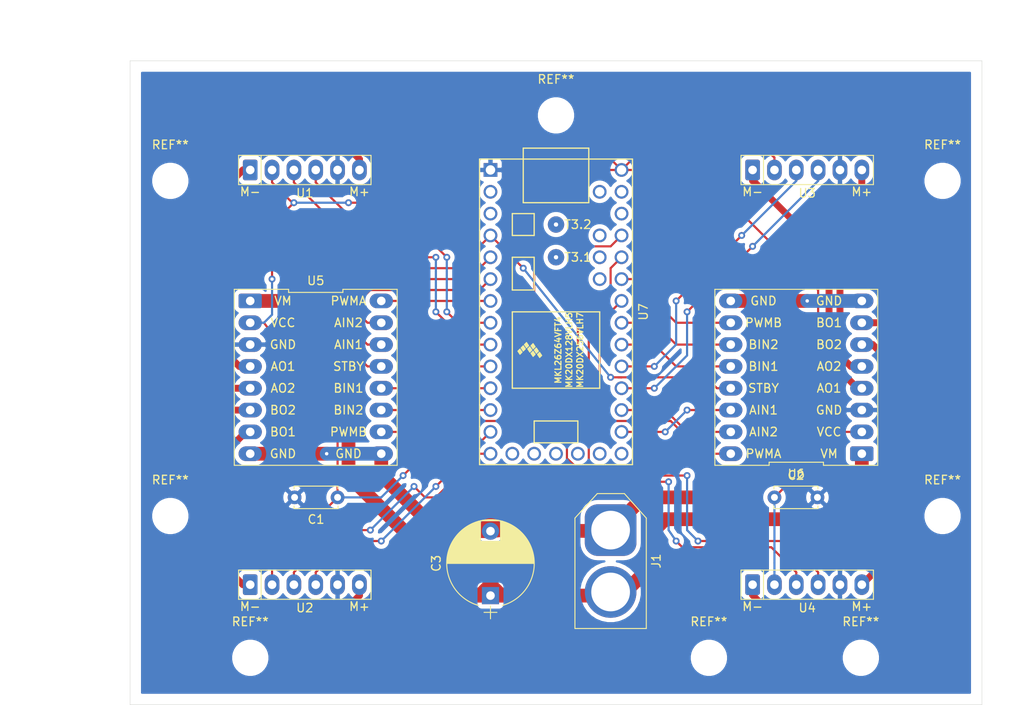
<source format=kicad_pcb>
(kicad_pcb (version 20171130) (host pcbnew "(5.1.5)-3")

  (general
    (thickness 1.6)
    (drawings 6)
    (tracks 284)
    (zones 0)
    (modules 19)
    (nets 48)
  )

  (page A4)
  (layers
    (0 F.Cu signal)
    (31 B.Cu signal)
    (32 B.Adhes user)
    (33 F.Adhes user)
    (34 B.Paste user)
    (35 F.Paste user)
    (36 B.SilkS user)
    (37 F.SilkS user)
    (38 B.Mask user)
    (39 F.Mask user)
    (40 Dwgs.User user)
    (41 Cmts.User user)
    (42 Eco1.User user)
    (43 Eco2.User user)
    (44 Edge.Cuts user)
    (45 Margin user)
    (46 B.CrtYd user)
    (47 F.CrtYd user)
    (48 B.Fab user)
    (49 F.Fab user)
  )

  (setup
    (last_trace_width 0.25)
    (trace_clearance 0.2)
    (zone_clearance 0.508)
    (zone_45_only no)
    (trace_min 0.2)
    (via_size 0.8)
    (via_drill 0.4)
    (via_min_size 0.4)
    (via_min_drill 0.3)
    (uvia_size 0.3)
    (uvia_drill 0.1)
    (uvias_allowed no)
    (uvia_min_size 0.2)
    (uvia_min_drill 0.1)
    (edge_width 0.05)
    (segment_width 0.2)
    (pcb_text_width 0.3)
    (pcb_text_size 1.5 1.5)
    (mod_edge_width 0.12)
    (mod_text_size 1 1)
    (mod_text_width 0.15)
    (pad_size 1.524 1.524)
    (pad_drill 0.762)
    (pad_to_mask_clearance 0.051)
    (solder_mask_min_width 0.25)
    (aux_axis_origin 0 0)
    (visible_elements 7FFFFFFF)
    (pcbplotparams
      (layerselection 0x010fc_ffffffff)
      (usegerberextensions false)
      (usegerberattributes false)
      (usegerberadvancedattributes false)
      (creategerberjobfile false)
      (excludeedgelayer true)
      (linewidth 0.100000)
      (plotframeref false)
      (viasonmask false)
      (mode 1)
      (useauxorigin false)
      (hpglpennumber 1)
      (hpglpenspeed 20)
      (hpglpendiameter 15.000000)
      (psnegative false)
      (psa4output false)
      (plotreference true)
      (plotvalue true)
      (plotinvisibletext false)
      (padsonsilk false)
      (subtractmaskfromsilk false)
      (outputformat 1)
      (mirror false)
      (drillshape 0)
      (scaleselection 1)
      (outputdirectory "plot/"))
  )

  (net 0 "")
  (net 1 -BATT)
  (net 2 +BATT)
  (net 3 GND)
  (net 4 "Net-(U1-Pad4)")
  (net 5 "Net-(U1-Pad3)")
  (net 6 +5V)
  (net 7 "Net-(U2-Pad4)")
  (net 8 "Net-(U2-Pad3)")
  (net 9 "Net-(U3-Pad4)")
  (net 10 "Net-(U3-Pad3)")
  (net 11 "Net-(U4-Pad4)")
  (net 12 "Net-(U4-Pad3)")
  (net 13 "Net-(U5-Pad10)")
  (net 14 "Net-(U5-Pad11)")
  (net 15 "Net-(U5-Pad12)")
  (net 16 STBY)
  (net 17 "Net-(U5-Pad14)")
  (net 18 "Net-(U5-Pad15)")
  (net 19 "Net-(U5-Pad16)")
  (net 20 "Net-(U6-Pad10)")
  (net 21 "Net-(U6-Pad11)")
  (net 22 "Net-(U6-Pad12)")
  (net 23 "Net-(U6-Pad14)")
  (net 24 "Net-(U6-Pad15)")
  (net 25 "Net-(U6-Pad16)")
  (net 26 "Net-(U7-Pad2)")
  (net 27 "Net-(U7-Pad3)")
  (net 28 "Net-(U7-Pad37)")
  (net 29 "Net-(U7-Pad36)")
  (net 30 "Net-(U7-Pad35)")
  (net 31 "Net-(U7-Pad34)")
  (net 32 "Net-(U7-Pad32)")
  (net 33 "Net-(U7-Pad31)")
  (net 34 "Net-(U7-Pad15)")
  (net 35 "Net-(U7-Pad16)")
  (net 36 "Net-(U7-Pad20)")
  (net 37 "Net-(U7-Pad19)")
  (net 38 "Net-(U7-Pad18)")
  (net 39 "Net-(U7-Pad17)")
  (net 40 /M1+)
  (net 41 /M1-)
  (net 42 /M2+)
  (net 43 /M2-)
  (net 44 /M3+)
  (net 45 /M3-)
  (net 46 /M4+)
  (net 47 /M4-)

  (net_class Default "This is the default net class."
    (clearance 0.2)
    (trace_width 0.25)
    (via_dia 0.8)
    (via_drill 0.4)
    (uvia_dia 0.3)
    (uvia_drill 0.1)
    (add_net +5V)
    (add_net GND)
    (add_net "Net-(U1-Pad3)")
    (add_net "Net-(U1-Pad4)")
    (add_net "Net-(U2-Pad3)")
    (add_net "Net-(U2-Pad4)")
    (add_net "Net-(U3-Pad3)")
    (add_net "Net-(U3-Pad4)")
    (add_net "Net-(U4-Pad3)")
    (add_net "Net-(U4-Pad4)")
    (add_net "Net-(U5-Pad10)")
    (add_net "Net-(U5-Pad11)")
    (add_net "Net-(U5-Pad12)")
    (add_net "Net-(U5-Pad14)")
    (add_net "Net-(U5-Pad15)")
    (add_net "Net-(U5-Pad16)")
    (add_net "Net-(U6-Pad10)")
    (add_net "Net-(U6-Pad11)")
    (add_net "Net-(U6-Pad12)")
    (add_net "Net-(U6-Pad14)")
    (add_net "Net-(U6-Pad15)")
    (add_net "Net-(U6-Pad16)")
    (add_net "Net-(U7-Pad15)")
    (add_net "Net-(U7-Pad16)")
    (add_net "Net-(U7-Pad17)")
    (add_net "Net-(U7-Pad18)")
    (add_net "Net-(U7-Pad19)")
    (add_net "Net-(U7-Pad2)")
    (add_net "Net-(U7-Pad20)")
    (add_net "Net-(U7-Pad3)")
    (add_net "Net-(U7-Pad31)")
    (add_net "Net-(U7-Pad32)")
    (add_net "Net-(U7-Pad34)")
    (add_net "Net-(U7-Pad35)")
    (add_net "Net-(U7-Pad36)")
    (add_net "Net-(U7-Pad37)")
    (add_net STBY)
  )

  (net_class 1A ""
    (clearance 0.2)
    (trace_width 0.8)
    (via_dia 0.8)
    (via_drill 0.4)
    (uvia_dia 0.3)
    (uvia_drill 0.1)
    (add_net /M1+)
    (add_net /M1-)
    (add_net /M2+)
    (add_net /M2-)
    (add_net /M3+)
    (add_net /M3-)
    (add_net /M4+)
    (add_net /M4-)
  )

  (net_class 2A ""
    (clearance 0.2)
    (trace_width 1.6)
    (via_dia 0.8)
    (via_drill 0.4)
    (uvia_dia 0.3)
    (uvia_drill 0.1)
    (add_net +BATT)
    (add_net -BATT)
  )

  (module Mounting_Holes:MountingHole_3.2mm_M3 (layer F.Cu) (tedit 56D1B4CB) (tstamp 5E309BDC)
    (at 106.68 106.3)
    (descr "Mounting Hole 3.2mm, no annular, M3")
    (tags "mounting hole 3.2mm no annular m3")
    (attr virtual)
    (fp_text reference REF** (at 0 -4.2) (layer F.SilkS)
      (effects (font (size 1 1) (thickness 0.15)))
    )
    (fp_text value MountingHole_3.2mm_M3 (at 0 4.2) (layer F.Fab)
      (effects (font (size 1 1) (thickness 0.15)))
    )
    (fp_circle (center 0 0) (end 3.45 0) (layer F.CrtYd) (width 0.05))
    (fp_circle (center 0 0) (end 3.2 0) (layer Cmts.User) (width 0.15))
    (fp_text user %R (at 0.3 0) (layer F.Fab)
      (effects (font (size 1 1) (thickness 0.15)))
    )
    (pad 1 np_thru_hole circle (at 0 0) (size 3.2 3.2) (drill 3.2) (layers *.Cu *.Mask))
  )

  (module Mounting_Holes:MountingHole_3.2mm_M3 (layer F.Cu) (tedit 56D1B4CB) (tstamp 5E309470)
    (at 53.35 106.3)
    (descr "Mounting Hole 3.2mm, no annular, M3")
    (tags "mounting hole 3.2mm no annular m3")
    (attr virtual)
    (fp_text reference REF** (at 0 -4.2) (layer F.SilkS)
      (effects (font (size 1 1) (thickness 0.15)))
    )
    (fp_text value MountingHole_3.2mm_M3 (at 0 4.2) (layer F.Fab)
      (effects (font (size 1 1) (thickness 0.15)))
    )
    (fp_circle (center 0 0) (end 3.45 0) (layer F.CrtYd) (width 0.05))
    (fp_circle (center 0 0) (end 3.2 0) (layer Cmts.User) (width 0.15))
    (fp_text user %R (at 0.3 0) (layer F.Fab)
      (effects (font (size 1 1) (thickness 0.15)))
    )
    (pad 1 np_thru_hole circle (at 0 0) (size 3.2 3.2) (drill 3.2) (layers *.Cu *.Mask))
  )

  (module Mounting_Holes:MountingHole_3.2mm_M3 (layer F.Cu) (tedit 56D1B4CB) (tstamp 5E3092D7)
    (at 133.85 89.8)
    (descr "Mounting Hole 3.2mm, no annular, M3")
    (tags "mounting hole 3.2mm no annular m3")
    (attr virtual)
    (fp_text reference REF** (at 0 -4.2) (layer F.SilkS)
      (effects (font (size 1 1) (thickness 0.15)))
    )
    (fp_text value MountingHole_3.2mm_M3 (at 0 4.2) (layer F.Fab)
      (effects (font (size 1 1) (thickness 0.15)))
    )
    (fp_circle (center 0 0) (end 3.45 0) (layer F.CrtYd) (width 0.05))
    (fp_circle (center 0 0) (end 3.2 0) (layer Cmts.User) (width 0.15))
    (fp_text user %R (at 0.3 0) (layer F.Fab)
      (effects (font (size 1 1) (thickness 0.15)))
    )
    (pad 1 np_thru_hole circle (at 0 0) (size 3.2 3.2) (drill 3.2) (layers *.Cu *.Mask))
  )

  (module Mounting_Holes:MountingHole_3.2mm_M3 (layer F.Cu) (tedit 56D1B4CB) (tstamp 5E3092D0)
    (at 44.05 89.8)
    (descr "Mounting Hole 3.2mm, no annular, M3")
    (tags "mounting hole 3.2mm no annular m3")
    (attr virtual)
    (fp_text reference REF** (at 0 -4.2) (layer F.SilkS)
      (effects (font (size 1 1) (thickness 0.15)))
    )
    (fp_text value MountingHole_3.2mm_M3 (at 0 4.2) (layer F.Fab)
      (effects (font (size 1 1) (thickness 0.15)))
    )
    (fp_circle (center 0 0) (end 3.45 0) (layer F.CrtYd) (width 0.05))
    (fp_circle (center 0 0) (end 3.2 0) (layer Cmts.User) (width 0.15))
    (fp_text user %R (at 0.3 0) (layer F.Fab)
      (effects (font (size 1 1) (thickness 0.15)))
    )
    (pad 1 np_thru_hole circle (at 0 0) (size 3.2 3.2) (drill 3.2) (layers *.Cu *.Mask))
  )

  (module Mounting_Holes:MountingHole_3.2mm_M3 (layer F.Cu) (tedit 56D1B4CB) (tstamp 5E2CDE74)
    (at 88.9 43.18)
    (descr "Mounting Hole 3.2mm, no annular, M3")
    (tags "mounting hole 3.2mm no annular m3")
    (attr virtual)
    (fp_text reference REF** (at 0 -4.2) (layer F.SilkS)
      (effects (font (size 1 1) (thickness 0.15)))
    )
    (fp_text value MountingHole_3.2mm_M3 (at 0 4.2) (layer F.Fab)
      (effects (font (size 1 1) (thickness 0.15)))
    )
    (fp_text user %R (at 0.3 0) (layer F.Fab)
      (effects (font (size 1 1) (thickness 0.15)))
    )
    (fp_circle (center 0 0) (end 3.2 0) (layer Cmts.User) (width 0.15))
    (fp_circle (center 0 0) (end 3.45 0) (layer F.CrtYd) (width 0.05))
    (pad 1 np_thru_hole circle (at 0 0) (size 3.2 3.2) (drill 3.2) (layers *.Cu *.Mask))
  )

  (module Mounting_Holes:MountingHole_3.2mm_M3 (layer F.Cu) (tedit 56D1B4CB) (tstamp 5E2CDE6A)
    (at 124.35 106.3)
    (descr "Mounting Hole 3.2mm, no annular, M3")
    (tags "mounting hole 3.2mm no annular m3")
    (attr virtual)
    (fp_text reference REF** (at 0 -4.2) (layer F.SilkS)
      (effects (font (size 1 1) (thickness 0.15)))
    )
    (fp_text value MountingHole_3.2mm_M3 (at 0 4.2) (layer F.Fab)
      (effects (font (size 1 1) (thickness 0.15)))
    )
    (fp_text user %R (at 0.3 0) (layer F.Fab)
      (effects (font (size 1 1) (thickness 0.15)))
    )
    (fp_circle (center 0 0) (end 3.2 0) (layer Cmts.User) (width 0.15))
    (fp_circle (center 0 0) (end 3.45 0) (layer F.CrtYd) (width 0.05))
    (pad 1 np_thru_hole circle (at 0 0) (size 3.2 3.2) (drill 3.2) (layers *.Cu *.Mask))
  )

  (module Mounting_Holes:MountingHole_3.2mm_M3 (layer F.Cu) (tedit 56D1B4CB) (tstamp 5E2CDE1B)
    (at 44.05 50.8)
    (descr "Mounting Hole 3.2mm, no annular, M3")
    (tags "mounting hole 3.2mm no annular m3")
    (attr virtual)
    (fp_text reference REF** (at 0 -4.2) (layer F.SilkS)
      (effects (font (size 1 1) (thickness 0.15)))
    )
    (fp_text value MountingHole_3.2mm_M3 (at 0 4.2) (layer F.Fab)
      (effects (font (size 1 1) (thickness 0.15)))
    )
    (fp_text user %R (at 0.3 0) (layer F.Fab)
      (effects (font (size 1 1) (thickness 0.15)))
    )
    (fp_circle (center 0 0) (end 3.2 0) (layer Cmts.User) (width 0.15))
    (fp_circle (center 0 0) (end 3.45 0) (layer F.CrtYd) (width 0.05))
    (pad 1 np_thru_hole circle (at 0 0) (size 3.2 3.2) (drill 3.2) (layers *.Cu *.Mask))
  )

  (module Mounting_Holes:MountingHole_3.2mm_M3 (layer F.Cu) (tedit 56D1B4CB) (tstamp 5E2CDE32)
    (at 133.85 50.8)
    (descr "Mounting Hole 3.2mm, no annular, M3")
    (tags "mounting hole 3.2mm no annular m3")
    (attr virtual)
    (fp_text reference REF** (at 0 -4.2) (layer F.SilkS)
      (effects (font (size 1 1) (thickness 0.15)))
    )
    (fp_text value MountingHole_3.2mm_M3 (at 0 4.2) (layer F.Fab)
      (effects (font (size 1 1) (thickness 0.15)))
    )
    (fp_text user %R (at 0.3 0) (layer F.Fab)
      (effects (font (size 1 1) (thickness 0.15)))
    )
    (fp_circle (center 0 0) (end 3.2 0) (layer Cmts.User) (width 0.15))
    (fp_circle (center 0 0) (end 3.45 0) (layer F.CrtYd) (width 0.05))
    (pad 1 np_thru_hole circle (at 0 0) (size 3.2 3.2) (drill 3.2) (layers *.Cu *.Mask))
  )

  (module Rover:AMASS_XT60-M_1x02_P7.20mm_Vertical (layer F.Cu) (tedit 5D6C1D36) (tstamp 5E2CD3E1)
    (at 95.25 91.44 270)
    (descr "AMASS female XT60, through hole, vertical, https://www.tme.eu/Document/2d152ced3b7a446066e6c419d84bb460/XT60%20SPEC.pdf")
    (tags "XT60 female vertical")
    (path /5E2D0C6D)
    (fp_text reference J1 (at 3.6 -5.3 270) (layer F.SilkS)
      (effects (font (size 1 1) (thickness 0.15)))
    )
    (fp_text value Conn_01x02_Male (at 3.6 5.4 90) (layer F.Fab)
      (effects (font (size 1 1) (thickness 0.15)))
    )
    (fp_line (start 11.45 -4.15) (end -1.4 -4.15) (layer F.SilkS) (width 0.12))
    (fp_line (start -4.25 -1.6) (end -4.25 1.55) (layer F.SilkS) (width 0.12))
    (fp_line (start -1.4 4.15) (end 11.45 4.15) (layer F.SilkS) (width 0.12))
    (fp_line (start 11.45 4.15) (end 11.45 -4.15) (layer F.SilkS) (width 0.12))
    (fp_line (start -1.4 -4.15) (end -4.25 -1.6) (layer F.SilkS) (width 0.12))
    (fp_line (start -4.25 1.55) (end -1.4 4.15) (layer F.SilkS) (width 0.12))
    (fp_line (start 11.35 -4.05) (end -1.4 -4.05) (layer F.Fab) (width 0.12))
    (fp_line (start -1.4 -4.05) (end -4.15 -1.55) (layer F.Fab) (width 0.12))
    (fp_line (start -4.15 -1.55) (end -4.15 1.55) (layer F.Fab) (width 0.12))
    (fp_line (start -4.15 1.55) (end -1.4 4.05) (layer F.Fab) (width 0.12))
    (fp_line (start -1.4 4.05) (end 11.35 4.05) (layer F.Fab) (width 0.12))
    (fp_line (start 11.35 4.05) (end 11.35 -4.05) (layer F.Fab) (width 0.12))
    (fp_text user %R (at 3.6 0.05 90) (layer F.Fab)
      (effects (font (size 1 1) (thickness 0.15)))
    )
    (fp_line (start 11.85 -4.6) (end 11.85 4.6) (layer F.CrtYd) (width 0.05))
    (fp_line (start 11.85 4.6) (end -1.6 4.6) (layer F.CrtYd) (width 0.05))
    (fp_line (start -1.6 4.6) (end -4.65 1.85) (layer F.CrtYd) (width 0.05))
    (fp_line (start -4.65 1.85) (end -4.65 -1.85) (layer F.CrtYd) (width 0.05))
    (fp_line (start -4.65 -1.85) (end -1.6 -4.6) (layer F.CrtYd) (width 0.05))
    (fp_line (start -1.6 -4.6) (end 11.85 -4.6) (layer F.CrtYd) (width 0.05))
    (pad 1 thru_hole roundrect (at 0 0 270) (size 6 6) (drill 4.5) (layers *.Cu *.Mask) (roundrect_rratio 0.25)
      (net 1 -BATT))
    (pad 2 thru_hole circle (at 7.2 0 270) (size 6 6) (drill 4.5) (layers *.Cu *.Mask)
      (net 2 +BATT))
    (model ${KISYS3DMOD}/Connector_AMASS.3dshapes/AMASS_XT60-M_1x02_P7.2mm_Vertical.wrl
      (at (xyz 0 0 0))
      (scale (xyz 1 1 1))
      (rotate (xyz 0 0 0))
    )
  )

  (module Teensy:Teensy30_31_32_LC (layer F.Cu) (tedit 5D5216D8) (tstamp 5E2C1DE5)
    (at 88.9 66.04 270)
    (path /5E2A4644)
    (fp_text reference U7 (at 0 -10.16 90) (layer F.SilkS)
      (effects (font (size 1 1) (thickness 0.15)))
    )
    (fp_text value Teensy3.2 (at 0 10.16 90) (layer F.Fab)
      (effects (font (size 1 1) (thickness 0.15)))
    )
    (fp_text user MK20DX128VLH5 (at 4.445 -1.524 90) (layer F.SilkS)
      (effects (font (size 0.7 0.7) (thickness 0.15)))
    )
    (fp_text user MKL26Z64VFT4 (at 4.445 -0.254 90) (layer F.SilkS)
      (effects (font (size 0.7 0.7) (thickness 0.15)))
    )
    (fp_text user MK20DX256VLH7 (at 4.445 -2.794 90) (layer F.SilkS)
      (effects (font (size 0.7 0.7) (thickness 0.15)))
    )
    (fp_poly (pts (xy 4.826 2.921) (xy 4.572 2.667) (xy 4.953 2.413) (xy 5.207 2.667)) (layer F.SilkS) (width 0.1))
    (fp_poly (pts (xy 3.81 3.683) (xy 3.556 3.429) (xy 3.937 3.175) (xy 4.191 3.429)) (layer F.SilkS) (width 0.1))
    (fp_poly (pts (xy 4.572 4.445) (xy 4.318 4.191) (xy 4.699 3.937) (xy 4.953 4.191)) (layer F.SilkS) (width 0.1))
    (fp_poly (pts (xy 4.445 2.54) (xy 4.191 2.286) (xy 4.572 2.032) (xy 4.826 2.286)) (layer F.SilkS) (width 0.1))
    (fp_poly (pts (xy 4.191 4.064) (xy 3.937 3.81) (xy 4.318 3.556) (xy 4.572 3.81)) (layer F.SilkS) (width 0.1))
    (fp_poly (pts (xy 4.953 2.159) (xy 4.699 1.905) (xy 5.08 1.651) (xy 5.334 1.905)) (layer F.SilkS) (width 0.1))
    (fp_poly (pts (xy 4.318 3.302) (xy 4.064 3.048) (xy 4.445 2.794) (xy 4.699 3.048)) (layer F.SilkS) (width 0.1))
    (fp_poly (pts (xy 3.937 2.921) (xy 3.683 2.667) (xy 4.064 2.413) (xy 4.318 2.667)) (layer F.SilkS) (width 0.1))
    (fp_line (start -17.78 8.89) (end -17.78 -8.89) (layer F.SilkS) (width 0.15))
    (fp_line (start 17.78 8.89) (end -17.78 8.89) (layer F.SilkS) (width 0.15))
    (fp_line (start 17.78 -8.89) (end 17.78 8.89) (layer F.SilkS) (width 0.15))
    (fp_line (start -17.78 -8.89) (end 17.78 -8.89) (layer F.SilkS) (width 0.15))
    (fp_line (start 8.89 5.08) (end 0 5.08) (layer F.SilkS) (width 0.15))
    (fp_line (start 8.89 -5.08) (end 0 -5.08) (layer F.SilkS) (width 0.15))
    (fp_line (start 0 -5.08) (end 0 5.08) (layer F.SilkS) (width 0.15))
    (fp_line (start 8.89 5.08) (end 8.89 -5.08) (layer F.SilkS) (width 0.15))
    (fp_line (start 12.7 -2.54) (end 15.24 -2.54) (layer F.SilkS) (width 0.15))
    (fp_line (start 12.7 2.54) (end 12.7 -2.54) (layer F.SilkS) (width 0.15))
    (fp_line (start 15.24 2.54) (end 12.7 2.54) (layer F.SilkS) (width 0.15))
    (fp_line (start 15.24 -2.54) (end 15.24 2.54) (layer F.SilkS) (width 0.15))
    (fp_line (start -11.43 2.54) (end -11.43 5.08) (layer F.SilkS) (width 0.15))
    (fp_line (start -8.89 2.54) (end -11.43 2.54) (layer F.SilkS) (width 0.15))
    (fp_line (start -8.89 5.08) (end -8.89 2.54) (layer F.SilkS) (width 0.15))
    (fp_line (start -11.43 5.08) (end -8.89 5.08) (layer F.SilkS) (width 0.15))
    (fp_line (start -12.7 3.81) (end -17.78 3.81) (layer F.SilkS) (width 0.15))
    (fp_line (start -12.7 -3.81) (end -17.78 -3.81) (layer F.SilkS) (width 0.15))
    (fp_line (start -12.7 3.81) (end -12.7 -3.81) (layer F.SilkS) (width 0.15))
    (fp_line (start -6.35 2.54) (end -6.35 5.08) (layer F.SilkS) (width 0.15))
    (fp_line (start -2.54 2.54) (end -6.35 2.54) (layer F.SilkS) (width 0.15))
    (fp_line (start -2.54 5.08) (end -2.54 2.54) (layer F.SilkS) (width 0.15))
    (fp_line (start -6.35 5.08) (end -2.54 5.08) (layer F.SilkS) (width 0.15))
    (fp_line (start -19.05 -3.81) (end -17.78 -3.81) (layer F.SilkS) (width 0.15))
    (fp_line (start -19.05 3.81) (end -19.05 -3.81) (layer F.SilkS) (width 0.15))
    (fp_line (start -17.78 3.81) (end -19.05 3.81) (layer F.SilkS) (width 0.15))
    (fp_text user T3.1 (at -6.35 -2.54) (layer F.SilkS)
      (effects (font (size 1 1) (thickness 0.15)))
    )
    (fp_text user T3.2 (at -10.16 -2.54) (layer F.SilkS)
      (effects (font (size 1 1) (thickness 0.15)))
    )
    (pad 52 thru_hole circle (at -10.16 0 270) (size 1.9 1.9) (drill 0.5) (layers *.Cu *.Mask))
    (pad 52 thru_hole circle (at -6.35 0 270) (size 1.9 1.9) (drill 0.5) (layers *.Cu *.Mask))
    (pad 1 thru_hole rect (at -16.51 7.62 270) (size 1.6 1.6) (drill 1.1) (layers *.Cu *.Mask)
      (net 3 GND))
    (pad 2 thru_hole circle (at -13.97 7.62 270) (size 1.6 1.6) (drill 1.1) (layers *.Cu *.Mask)
      (net 26 "Net-(U7-Pad2)"))
    (pad 3 thru_hole circle (at -11.43 7.62 270) (size 1.6 1.6) (drill 1.1) (layers *.Cu *.Mask)
      (net 27 "Net-(U7-Pad3)"))
    (pad 4 thru_hole circle (at -8.89 7.62 270) (size 1.6 1.6) (drill 1.1) (layers *.Cu *.Mask)
      (net 16 STBY))
    (pad 5 thru_hole circle (at -6.35 7.62 270) (size 1.6 1.6) (drill 1.1) (layers *.Cu *.Mask)
      (net 17 "Net-(U5-Pad14)"))
    (pad 6 thru_hole circle (at -3.81 7.62 270) (size 1.6 1.6) (drill 1.1) (layers *.Cu *.Mask)
      (net 18 "Net-(U5-Pad15)"))
    (pad 7 thru_hole circle (at -1.27 7.62 270) (size 1.6 1.6) (drill 1.1) (layers *.Cu *.Mask)
      (net 19 "Net-(U5-Pad16)"))
    (pad 8 thru_hole circle (at 1.27 7.62 270) (size 1.6 1.6) (drill 1.1) (layers *.Cu *.Mask)
      (net 4 "Net-(U1-Pad4)"))
    (pad 9 thru_hole circle (at 3.81 7.62 270) (size 1.6 1.6) (drill 1.1) (layers *.Cu *.Mask)
      (net 5 "Net-(U1-Pad3)"))
    (pad 10 thru_hole circle (at 6.35 7.62 270) (size 1.6 1.6) (drill 1.1) (layers *.Cu *.Mask)
      (net 15 "Net-(U5-Pad12)"))
    (pad 11 thru_hole circle (at 8.89 7.62 270) (size 1.6 1.6) (drill 1.1) (layers *.Cu *.Mask)
      (net 14 "Net-(U5-Pad11)"))
    (pad 12 thru_hole circle (at 11.43 7.62 270) (size 1.6 1.6) (drill 1.1) (layers *.Cu *.Mask)
      (net 13 "Net-(U5-Pad10)"))
    (pad 13 thru_hole circle (at 13.97 7.62 270) (size 1.6 1.6) (drill 1.1) (layers *.Cu *.Mask)
      (net 7 "Net-(U2-Pad4)"))
    (pad 37 thru_hole circle (at -3.81 -5.08 270) (size 1.6 1.6) (drill 1.1) (layers *.Cu *.Mask)
      (net 28 "Net-(U7-Pad37)"))
    (pad 36 thru_hole circle (at -6.35 -5.08 270) (size 1.6 1.6) (drill 1.1) (layers *.Cu *.Mask)
      (net 29 "Net-(U7-Pad36)"))
    (pad 35 thru_hole circle (at -8.89 -5.08 270) (size 1.6 1.6) (drill 1.1) (layers *.Cu *.Mask)
      (net 30 "Net-(U7-Pad35)"))
    (pad 34 thru_hole circle (at -13.97 -5.08 270) (size 1.6 1.6) (drill 1.1) (layers *.Cu *.Mask)
      (net 31 "Net-(U7-Pad34)"))
    (pad 33 thru_hole circle (at -16.51 -7.62 270) (size 1.6 1.6) (drill 1.1) (layers *.Cu *.Mask)
      (net 6 +5V))
    (pad 32 thru_hole circle (at -13.97 -7.62 270) (size 1.6 1.6) (drill 1.1) (layers *.Cu *.Mask)
      (net 32 "Net-(U7-Pad32)"))
    (pad 31 thru_hole circle (at -11.43 -7.62 270) (size 1.6 1.6) (drill 1.1) (layers *.Cu *.Mask)
      (net 33 "Net-(U7-Pad31)"))
    (pad 30 thru_hole circle (at -8.89 -7.62 270) (size 1.6 1.6) (drill 1.1) (layers *.Cu *.Mask)
      (net 12 "Net-(U4-Pad3)"))
    (pad 29 thru_hole circle (at -6.35 -7.62 270) (size 1.6 1.6) (drill 1.1) (layers *.Cu *.Mask)
      (net 11 "Net-(U4-Pad4)"))
    (pad 28 thru_hole circle (at -3.81 -7.62 270) (size 1.6 1.6) (drill 1.1) (layers *.Cu *.Mask)
      (net 20 "Net-(U6-Pad10)"))
    (pad 27 thru_hole circle (at -1.27 -7.62 270) (size 1.6 1.6) (drill 1.1) (layers *.Cu *.Mask)
      (net 25 "Net-(U6-Pad16)"))
    (pad 26 thru_hole circle (at 1.27 -7.62 270) (size 1.6 1.6) (drill 1.1) (layers *.Cu *.Mask)
      (net 21 "Net-(U6-Pad11)"))
    (pad 25 thru_hole circle (at 3.81 -7.62 270) (size 1.6 1.6) (drill 1.1) (layers *.Cu *.Mask)
      (net 22 "Net-(U6-Pad12)"))
    (pad 24 thru_hole circle (at 6.35 -7.62 270) (size 1.6 1.6) (drill 1.1) (layers *.Cu *.Mask)
      (net 10 "Net-(U3-Pad3)"))
    (pad 23 thru_hole circle (at 8.89 -7.62 270) (size 1.6 1.6) (drill 1.1) (layers *.Cu *.Mask)
      (net 9 "Net-(U3-Pad4)"))
    (pad 22 thru_hole circle (at 11.43 -7.62 270) (size 1.6 1.6) (drill 1.1) (layers *.Cu *.Mask)
      (net 24 "Net-(U6-Pad15)"))
    (pad 21 thru_hole circle (at 13.97 -7.62 270) (size 1.6 1.6) (drill 1.1) (layers *.Cu *.Mask)
      (net 23 "Net-(U6-Pad14)"))
    (pad 14 thru_hole circle (at 16.51 7.62 270) (size 1.6 1.6) (drill 1.1) (layers *.Cu *.Mask)
      (net 8 "Net-(U2-Pad3)"))
    (pad 15 thru_hole circle (at 16.51 5.08 270) (size 1.6 1.6) (drill 1.1) (layers *.Cu *.Mask)
      (net 34 "Net-(U7-Pad15)"))
    (pad 16 thru_hole circle (at 16.51 2.54 270) (size 1.6 1.6) (drill 1.1) (layers *.Cu *.Mask)
      (net 35 "Net-(U7-Pad16)"))
    (pad 20 thru_hole circle (at 16.51 -7.62 270) (size 1.6 1.6) (drill 1.1) (layers *.Cu *.Mask)
      (net 36 "Net-(U7-Pad20)"))
    (pad 19 thru_hole circle (at 16.51 -5.08 270) (size 1.6 1.6) (drill 1.1) (layers *.Cu *.Mask)
      (net 37 "Net-(U7-Pad19)"))
    (pad 18 thru_hole circle (at 16.51 -2.54 270) (size 1.6 1.6) (drill 1.1) (layers *.Cu *.Mask)
      (net 38 "Net-(U7-Pad18)"))
    (pad 17 thru_hole circle (at 16.51 0 270) (size 1.6 1.6) (drill 1.1) (layers *.Cu *.Mask)
      (net 39 "Net-(U7-Pad17)"))
  )

  (module Rover:TB661_breakout (layer F.Cu) (tedit 5E2C1015) (tstamp 5E2C2B86)
    (at 116.84 73.66 90)
    (path /5E2AB7C4)
    (fp_text reference U6 (at -11.24 0) (layer F.SilkS)
      (effects (font (size 1 1) (thickness 0.15)))
    )
    (fp_text value TB6612-breakout (at 0 0 90) (layer F.Fab)
      (effects (font (size 1 1) (thickness 0.15)))
    )
    (fp_text user PWMB (at 6.35 -3.81) (layer F.SilkS)
      (effects (font (size 1 1) (thickness 0.15)))
    )
    (fp_text user BIN2 (at 3.81 -3.81) (layer F.SilkS)
      (effects (font (size 1 1) (thickness 0.15)))
    )
    (fp_text user BIN1 (at 1.27 -3.81) (layer F.SilkS)
      (effects (font (size 1 1) (thickness 0.15)))
    )
    (fp_text user STBY (at -1.27 -3.81) (layer F.SilkS)
      (effects (font (size 1 1) (thickness 0.15)))
    )
    (fp_text user AIN2 (at -6.35 -3.81) (layer F.SilkS)
      (effects (font (size 1 1) (thickness 0.15)))
    )
    (fp_text user AIN1 (at -3.81 -3.81) (layer F.SilkS)
      (effects (font (size 1 1) (thickness 0.15)))
    )
    (fp_text user BO1 (at 6.35 3.81) (layer F.SilkS)
      (effects (font (size 1 1) (thickness 0.15)))
    )
    (fp_text user BO2 (at 3.81 3.81) (layer F.SilkS)
      (effects (font (size 1 1) (thickness 0.15)))
    )
    (fp_text user AO2 (at 1.27 3.81) (layer F.SilkS)
      (effects (font (size 1 1) (thickness 0.15)))
    )
    (fp_text user AO1 (at -1.27 3.81) (layer F.SilkS)
      (effects (font (size 1 1) (thickness 0.15)))
    )
    (fp_text user GND (at -3.81 3.81) (layer F.SilkS)
      (effects (font (size 1 1) (thickness 0.15)))
    )
    (fp_text user VCC (at -6.35 3.81) (layer F.SilkS)
      (effects (font (size 1 1) (thickness 0.15)))
    )
    (fp_text user PWMA (at -8.89 -3.81) (layer F.SilkS)
      (effects (font (size 1 1) (thickness 0.15)))
    )
    (fp_text user GND (at 8.89 -3.81) (layer F.SilkS)
      (effects (font (size 1 1) (thickness 0.15)))
    )
    (fp_text user GND (at 8.89 3.81) (layer F.SilkS)
      (effects (font (size 1 1) (thickness 0.15)))
    )
    (fp_text user VM (at -8.89 3.81) (layer F.SilkS)
      (effects (font (size 1 1) (thickness 0.15)))
    )
    (fp_line (start -9.99 9.22) (end -9.99 -9.22) (layer F.CrtYd) (width 0.05))
    (fp_line (start 9.99 9.22) (end -9.99 9.22) (layer F.CrtYd) (width 0.05))
    (fp_line (start 9.99 -9.22) (end 9.99 9.22) (layer F.CrtYd) (width 0.05))
    (fp_line (start -9.99 -9.22) (end 9.99 -9.22) (layer F.CrtYd) (width 0.05))
    (fp_line (start -10.24 3.156666) (end -10.24 9.47) (layer F.SilkS) (width 0.12))
    (fp_line (start -9.88 3.156666) (end -10.24 3.156666) (layer F.SilkS) (width 0.12))
    (fp_line (start -9.88 -3.156666) (end -9.88 3.156666) (layer F.SilkS) (width 0.12))
    (fp_line (start -10.24 -3.156666) (end -9.88 -3.156666) (layer F.SilkS) (width 0.12))
    (fp_line (start -10.24 -9.47) (end -10.24 -3.156666) (layer F.SilkS) (width 0.12))
    (fp_line (start 10.24 -9.47) (end -10.24 -9.47) (layer F.SilkS) (width 0.12))
    (fp_line (start 10.24 9.47) (end 10.24 -9.47) (layer F.SilkS) (width 0.12))
    (fp_line (start -10.24 9.47) (end 10.24 9.47) (layer F.SilkS) (width 0.12))
    (pad 8 thru_hole oval (at 8.89 7.62 90) (size 1.7 2.7) (drill 1) (layers *.Cu *.Mask)
      (net 1 -BATT))
    (pad 9 thru_hole oval (at 8.89 -7.62 90) (size 1.7 2.7) (drill 1) (layers *.Cu *.Mask)
      (net 1 -BATT))
    (pad 7 thru_hole oval (at 6.35 7.62 90) (size 1.7 2.7) (drill 1) (layers *.Cu *.Mask)
      (net 47 /M4-))
    (pad 10 thru_hole oval (at 6.35 -7.62 90) (size 1.7 2.7) (drill 1) (layers *.Cu *.Mask)
      (net 20 "Net-(U6-Pad10)"))
    (pad 6 thru_hole oval (at 3.81 7.62 90) (size 1.7 2.7) (drill 1) (layers *.Cu *.Mask)
      (net 46 /M4+))
    (pad 11 thru_hole oval (at 3.81 -7.62 90) (size 1.7 2.7) (drill 1) (layers *.Cu *.Mask)
      (net 21 "Net-(U6-Pad11)"))
    (pad 5 thru_hole oval (at 1.27 7.62 90) (size 1.7 2.7) (drill 1) (layers *.Cu *.Mask)
      (net 44 /M3+))
    (pad 12 thru_hole oval (at 1.27 -7.62 90) (size 1.7 2.7) (drill 1) (layers *.Cu *.Mask)
      (net 22 "Net-(U6-Pad12)"))
    (pad 4 thru_hole oval (at -1.27 7.62 90) (size 1.7 2.7) (drill 1) (layers *.Cu *.Mask)
      (net 45 /M3-))
    (pad 13 thru_hole oval (at -1.27 -7.62 90) (size 1.7 2.7) (drill 1) (layers *.Cu *.Mask)
      (net 16 STBY))
    (pad 3 thru_hole oval (at -3.81 7.62 90) (size 1.7 2.7) (drill 1) (layers *.Cu *.Mask)
      (net 3 GND))
    (pad 14 thru_hole oval (at -3.81 -7.62 90) (size 1.7 2.7) (drill 1) (layers *.Cu *.Mask)
      (net 23 "Net-(U6-Pad14)"))
    (pad 2 thru_hole oval (at -6.35 7.62 90) (size 1.7 2.7) (drill 1) (layers *.Cu *.Mask)
      (net 6 +5V))
    (pad 15 thru_hole oval (at -6.35 -7.62 90) (size 1.7 2.7) (drill 1) (layers *.Cu *.Mask)
      (net 24 "Net-(U6-Pad15)"))
    (pad 1 thru_hole roundrect (at -8.89 7.62 90) (size 1.7 2.7) (drill 1) (layers *.Cu *.Mask) (roundrect_rratio 0.147)
      (net 2 +BATT))
    (pad 16 thru_hole oval (at -8.89 -7.62 90) (size 1.7 2.7) (drill 1) (layers *.Cu *.Mask)
      (net 25 "Net-(U6-Pad16)"))
  )

  (module Rover:TB661_breakout (layer F.Cu) (tedit 5E2C1015) (tstamp 5E2C2CE7)
    (at 60.96 73.66 270)
    (path /5E2E0957)
    (fp_text reference U5 (at -11.24 0) (layer F.SilkS)
      (effects (font (size 1 1) (thickness 0.15)))
    )
    (fp_text value TB6612-breakout (at 0 0 90) (layer F.Fab)
      (effects (font (size 1 1) (thickness 0.15)))
    )
    (fp_text user PWMB (at 6.35 -3.81) (layer F.SilkS)
      (effects (font (size 1 1) (thickness 0.15)))
    )
    (fp_text user BIN2 (at 3.81 -3.81) (layer F.SilkS)
      (effects (font (size 1 1) (thickness 0.15)))
    )
    (fp_text user BIN1 (at 1.27 -3.81) (layer F.SilkS)
      (effects (font (size 1 1) (thickness 0.15)))
    )
    (fp_text user STBY (at -1.27 -3.81) (layer F.SilkS)
      (effects (font (size 1 1) (thickness 0.15)))
    )
    (fp_text user AIN2 (at -6.35 -3.81) (layer F.SilkS)
      (effects (font (size 1 1) (thickness 0.15)))
    )
    (fp_text user AIN1 (at -3.81 -3.81) (layer F.SilkS)
      (effects (font (size 1 1) (thickness 0.15)))
    )
    (fp_text user BO1 (at 6.35 3.81) (layer F.SilkS)
      (effects (font (size 1 1) (thickness 0.15)))
    )
    (fp_text user BO2 (at 3.81 3.81) (layer F.SilkS)
      (effects (font (size 1 1) (thickness 0.15)))
    )
    (fp_text user AO2 (at 1.27 3.81) (layer F.SilkS)
      (effects (font (size 1 1) (thickness 0.15)))
    )
    (fp_text user AO1 (at -1.27 3.81) (layer F.SilkS)
      (effects (font (size 1 1) (thickness 0.15)))
    )
    (fp_text user GND (at -3.81 3.81) (layer F.SilkS)
      (effects (font (size 1 1) (thickness 0.15)))
    )
    (fp_text user VCC (at -6.35 3.81) (layer F.SilkS)
      (effects (font (size 1 1) (thickness 0.15)))
    )
    (fp_text user PWMA (at -8.89 -3.81) (layer F.SilkS)
      (effects (font (size 1 1) (thickness 0.15)))
    )
    (fp_text user GND (at 8.89 -3.81) (layer F.SilkS)
      (effects (font (size 1 1) (thickness 0.15)))
    )
    (fp_text user GND (at 8.89 3.81) (layer F.SilkS)
      (effects (font (size 1 1) (thickness 0.15)))
    )
    (fp_text user VM (at -8.89 3.81) (layer F.SilkS)
      (effects (font (size 1 1) (thickness 0.15)))
    )
    (fp_line (start -9.99 9.22) (end -9.99 -9.22) (layer F.CrtYd) (width 0.05))
    (fp_line (start 9.99 9.22) (end -9.99 9.22) (layer F.CrtYd) (width 0.05))
    (fp_line (start 9.99 -9.22) (end 9.99 9.22) (layer F.CrtYd) (width 0.05))
    (fp_line (start -9.99 -9.22) (end 9.99 -9.22) (layer F.CrtYd) (width 0.05))
    (fp_line (start -10.24 3.156666) (end -10.24 9.47) (layer F.SilkS) (width 0.12))
    (fp_line (start -9.88 3.156666) (end -10.24 3.156666) (layer F.SilkS) (width 0.12))
    (fp_line (start -9.88 -3.156666) (end -9.88 3.156666) (layer F.SilkS) (width 0.12))
    (fp_line (start -10.24 -3.156666) (end -9.88 -3.156666) (layer F.SilkS) (width 0.12))
    (fp_line (start -10.24 -9.47) (end -10.24 -3.156666) (layer F.SilkS) (width 0.12))
    (fp_line (start 10.24 -9.47) (end -10.24 -9.47) (layer F.SilkS) (width 0.12))
    (fp_line (start 10.24 9.47) (end 10.24 -9.47) (layer F.SilkS) (width 0.12))
    (fp_line (start -10.24 9.47) (end 10.24 9.47) (layer F.SilkS) (width 0.12))
    (pad 8 thru_hole oval (at 8.89 7.62 270) (size 1.7 2.7) (drill 1) (layers *.Cu *.Mask)
      (net 1 -BATT))
    (pad 9 thru_hole oval (at 8.89 -7.62 270) (size 1.7 2.7) (drill 1) (layers *.Cu *.Mask)
      (net 1 -BATT))
    (pad 7 thru_hole oval (at 6.35 7.62 270) (size 1.7 2.7) (drill 1) (layers *.Cu *.Mask)
      (net 43 /M2-))
    (pad 10 thru_hole oval (at 6.35 -7.62 270) (size 1.7 2.7) (drill 1) (layers *.Cu *.Mask)
      (net 13 "Net-(U5-Pad10)"))
    (pad 6 thru_hole oval (at 3.81 7.62 270) (size 1.7 2.7) (drill 1) (layers *.Cu *.Mask)
      (net 42 /M2+))
    (pad 11 thru_hole oval (at 3.81 -7.62 270) (size 1.7 2.7) (drill 1) (layers *.Cu *.Mask)
      (net 14 "Net-(U5-Pad11)"))
    (pad 5 thru_hole oval (at 1.27 7.62 270) (size 1.7 2.7) (drill 1) (layers *.Cu *.Mask)
      (net 40 /M1+))
    (pad 12 thru_hole oval (at 1.27 -7.62 270) (size 1.7 2.7) (drill 1) (layers *.Cu *.Mask)
      (net 15 "Net-(U5-Pad12)"))
    (pad 4 thru_hole oval (at -1.27 7.62 270) (size 1.7 2.7) (drill 1) (layers *.Cu *.Mask)
      (net 41 /M1-))
    (pad 13 thru_hole oval (at -1.27 -7.62 270) (size 1.7 2.7) (drill 1) (layers *.Cu *.Mask)
      (net 16 STBY))
    (pad 3 thru_hole oval (at -3.81 7.62 270) (size 1.7 2.7) (drill 1) (layers *.Cu *.Mask)
      (net 3 GND))
    (pad 14 thru_hole oval (at -3.81 -7.62 270) (size 1.7 2.7) (drill 1) (layers *.Cu *.Mask)
      (net 17 "Net-(U5-Pad14)"))
    (pad 2 thru_hole oval (at -6.35 7.62 270) (size 1.7 2.7) (drill 1) (layers *.Cu *.Mask)
      (net 6 +5V))
    (pad 15 thru_hole oval (at -6.35 -7.62 270) (size 1.7 2.7) (drill 1) (layers *.Cu *.Mask)
      (net 18 "Net-(U5-Pad15)"))
    (pad 1 thru_hole roundrect (at -8.89 7.62 270) (size 1.7 2.7) (drill 1) (layers *.Cu *.Mask) (roundrect_rratio 0.147)
      (net 2 +BATT))
    (pad 16 thru_hole oval (at -8.89 -7.62 270) (size 1.7 2.7) (drill 1) (layers *.Cu *.Mask)
      (net 19 "Net-(U5-Pad16)"))
  )

  (module Rover:Motor_Header_Pitch2.54mm (layer F.Cu) (tedit 5E2C1059) (tstamp 5E2C1D33)
    (at 118.11 97.79)
    (descr "0.1\" pitch header for connecting motor")
    (path /5E2BDE71)
    (fp_text reference U4 (at 0 2.7) (layer F.SilkS)
      (effects (font (size 1 1) (thickness 0.15)))
    )
    (fp_text value encoder-motor (at 0 -2.7) (layer F.Fab)
      (effects (font (size 1 1) (thickness 0.15)))
    )
    (fp_text user M+ (at 6.35 2.54) (layer F.SilkS)
      (effects (font (size 1 1) (thickness 0.15)))
    )
    (fp_text user M- (at -6.35 2.54) (layer F.SilkS)
      (effects (font (size 1 1) (thickness 0.15)))
    )
    (fp_line (start -7.45 1.45) (end -7.45 -1.45) (layer F.CrtYd) (width 0.05))
    (fp_line (start 7.45 1.45) (end -7.45 1.45) (layer F.CrtYd) (width 0.05))
    (fp_line (start 7.45 -1.45) (end 7.45 1.45) (layer F.CrtYd) (width 0.05))
    (fp_line (start -7.45 -1.45) (end 7.45 -1.45) (layer F.CrtYd) (width 0.05))
    (fp_line (start -5.08 -1.7) (end -5.08 1.7) (layer F.SilkS) (width 0.12))
    (fp_line (start -7.7 1.7) (end -7.7 -1.7) (layer F.SilkS) (width 0.12))
    (fp_line (start 7.7 1.7) (end -7.7 1.7) (layer F.SilkS) (width 0.12))
    (fp_line (start 7.7 -1.7) (end 7.7 1.7) (layer F.SilkS) (width 0.12))
    (fp_line (start -7.7 -1.7) (end 7.7 -1.7) (layer F.SilkS) (width 0.12))
    (pad 6 thru_hole oval (at 6.35 0) (size 1.7 2.4) (drill 1) (layers *.Cu *.Mask)
      (net 46 /M4+))
    (pad 5 thru_hole oval (at 3.81 0) (size 1.7 2.4) (drill 1) (layers *.Cu *.Mask)
      (net 3 GND))
    (pad 4 thru_hole oval (at 1.27 0) (size 1.7 2.4) (drill 1) (layers *.Cu *.Mask)
      (net 11 "Net-(U4-Pad4)"))
    (pad 3 thru_hole oval (at -1.27 0) (size 1.7 2.4) (drill 1) (layers *.Cu *.Mask)
      (net 12 "Net-(U4-Pad3)"))
    (pad 2 thru_hole oval (at -3.81 0) (size 1.7 2.4) (drill 1) (layers *.Cu *.Mask)
      (net 6 +5V))
    (pad 1 thru_hole roundrect (at -6.35 0) (size 1.7 2.4) (drill 1) (layers *.Cu *.Mask) (roundrect_rratio 0.147)
      (net 47 /M4-))
  )

  (module Rover:Motor_Header_Pitch2.54mm (layer F.Cu) (tedit 5E2C1059) (tstamp 5E2C1D1E)
    (at 118.11 49.53)
    (descr "0.1\" pitch header for connecting motor")
    (path /5E2BE4F3)
    (fp_text reference U3 (at 0 2.7) (layer F.SilkS)
      (effects (font (size 1 1) (thickness 0.15)))
    )
    (fp_text value encoder-motor (at 0 -2.7) (layer F.Fab)
      (effects (font (size 1 1) (thickness 0.15)))
    )
    (fp_text user M+ (at 6.35 2.54) (layer F.SilkS)
      (effects (font (size 1 1) (thickness 0.15)))
    )
    (fp_text user M- (at -6.35 2.54) (layer F.SilkS)
      (effects (font (size 1 1) (thickness 0.15)))
    )
    (fp_line (start -7.45 1.45) (end -7.45 -1.45) (layer F.CrtYd) (width 0.05))
    (fp_line (start 7.45 1.45) (end -7.45 1.45) (layer F.CrtYd) (width 0.05))
    (fp_line (start 7.45 -1.45) (end 7.45 1.45) (layer F.CrtYd) (width 0.05))
    (fp_line (start -7.45 -1.45) (end 7.45 -1.45) (layer F.CrtYd) (width 0.05))
    (fp_line (start -5.08 -1.7) (end -5.08 1.7) (layer F.SilkS) (width 0.12))
    (fp_line (start -7.7 1.7) (end -7.7 -1.7) (layer F.SilkS) (width 0.12))
    (fp_line (start 7.7 1.7) (end -7.7 1.7) (layer F.SilkS) (width 0.12))
    (fp_line (start 7.7 -1.7) (end 7.7 1.7) (layer F.SilkS) (width 0.12))
    (fp_line (start -7.7 -1.7) (end 7.7 -1.7) (layer F.SilkS) (width 0.12))
    (pad 6 thru_hole oval (at 6.35 0) (size 1.7 2.4) (drill 1) (layers *.Cu *.Mask)
      (net 44 /M3+))
    (pad 5 thru_hole oval (at 3.81 0) (size 1.7 2.4) (drill 1) (layers *.Cu *.Mask)
      (net 3 GND))
    (pad 4 thru_hole oval (at 1.27 0) (size 1.7 2.4) (drill 1) (layers *.Cu *.Mask)
      (net 9 "Net-(U3-Pad4)"))
    (pad 3 thru_hole oval (at -1.27 0) (size 1.7 2.4) (drill 1) (layers *.Cu *.Mask)
      (net 10 "Net-(U3-Pad3)"))
    (pad 2 thru_hole oval (at -3.81 0) (size 1.7 2.4) (drill 1) (layers *.Cu *.Mask)
      (net 6 +5V))
    (pad 1 thru_hole roundrect (at -6.35 0) (size 1.7 2.4) (drill 1) (layers *.Cu *.Mask) (roundrect_rratio 0.147)
      (net 45 /M3-))
  )

  (module Rover:Motor_Header_Pitch2.54mm (layer F.Cu) (tedit 5E2C1059) (tstamp 5E2C1D09)
    (at 59.69 97.79)
    (descr "0.1\" pitch header for connecting motor")
    (path /5E2E096B)
    (fp_text reference U2 (at 0 2.7) (layer F.SilkS)
      (effects (font (size 1 1) (thickness 0.15)))
    )
    (fp_text value encoder-motor (at 0 -2.7) (layer F.Fab)
      (effects (font (size 1 1) (thickness 0.15)))
    )
    (fp_text user M+ (at 6.35 2.54) (layer F.SilkS)
      (effects (font (size 1 1) (thickness 0.15)))
    )
    (fp_text user M- (at -6.35 2.54) (layer F.SilkS)
      (effects (font (size 1 1) (thickness 0.15)))
    )
    (fp_line (start -7.45 1.45) (end -7.45 -1.45) (layer F.CrtYd) (width 0.05))
    (fp_line (start 7.45 1.45) (end -7.45 1.45) (layer F.CrtYd) (width 0.05))
    (fp_line (start 7.45 -1.45) (end 7.45 1.45) (layer F.CrtYd) (width 0.05))
    (fp_line (start -7.45 -1.45) (end 7.45 -1.45) (layer F.CrtYd) (width 0.05))
    (fp_line (start -5.08 -1.7) (end -5.08 1.7) (layer F.SilkS) (width 0.12))
    (fp_line (start -7.7 1.7) (end -7.7 -1.7) (layer F.SilkS) (width 0.12))
    (fp_line (start 7.7 1.7) (end -7.7 1.7) (layer F.SilkS) (width 0.12))
    (fp_line (start 7.7 -1.7) (end 7.7 1.7) (layer F.SilkS) (width 0.12))
    (fp_line (start -7.7 -1.7) (end 7.7 -1.7) (layer F.SilkS) (width 0.12))
    (pad 6 thru_hole oval (at 6.35 0) (size 1.7 2.4) (drill 1) (layers *.Cu *.Mask)
      (net 42 /M2+))
    (pad 5 thru_hole oval (at 3.81 0) (size 1.7 2.4) (drill 1) (layers *.Cu *.Mask)
      (net 3 GND))
    (pad 4 thru_hole oval (at 1.27 0) (size 1.7 2.4) (drill 1) (layers *.Cu *.Mask)
      (net 7 "Net-(U2-Pad4)"))
    (pad 3 thru_hole oval (at -1.27 0) (size 1.7 2.4) (drill 1) (layers *.Cu *.Mask)
      (net 8 "Net-(U2-Pad3)"))
    (pad 2 thru_hole oval (at -3.81 0) (size 1.7 2.4) (drill 1) (layers *.Cu *.Mask)
      (net 6 +5V))
    (pad 1 thru_hole roundrect (at -6.35 0) (size 1.7 2.4) (drill 1) (layers *.Cu *.Mask) (roundrect_rratio 0.147)
      (net 43 /M2-))
  )

  (module Rover:Motor_Header_Pitch2.54mm (layer F.Cu) (tedit 5E2C1059) (tstamp 5E2C1CF4)
    (at 59.69 49.53)
    (descr "0.1\" pitch header for connecting motor")
    (path /5E2E0975)
    (fp_text reference U1 (at 0 2.7) (layer F.SilkS)
      (effects (font (size 1 1) (thickness 0.15)))
    )
    (fp_text value encoder-motor (at 0 -2.7) (layer F.Fab)
      (effects (font (size 1 1) (thickness 0.15)))
    )
    (fp_text user M+ (at 6.35 2.54) (layer F.SilkS)
      (effects (font (size 1 1) (thickness 0.15)))
    )
    (fp_text user M- (at -6.35 2.54) (layer F.SilkS)
      (effects (font (size 1 1) (thickness 0.15)))
    )
    (fp_line (start -7.45 1.45) (end -7.45 -1.45) (layer F.CrtYd) (width 0.05))
    (fp_line (start 7.45 1.45) (end -7.45 1.45) (layer F.CrtYd) (width 0.05))
    (fp_line (start 7.45 -1.45) (end 7.45 1.45) (layer F.CrtYd) (width 0.05))
    (fp_line (start -7.45 -1.45) (end 7.45 -1.45) (layer F.CrtYd) (width 0.05))
    (fp_line (start -5.08 -1.7) (end -5.08 1.7) (layer F.SilkS) (width 0.12))
    (fp_line (start -7.7 1.7) (end -7.7 -1.7) (layer F.SilkS) (width 0.12))
    (fp_line (start 7.7 1.7) (end -7.7 1.7) (layer F.SilkS) (width 0.12))
    (fp_line (start 7.7 -1.7) (end 7.7 1.7) (layer F.SilkS) (width 0.12))
    (fp_line (start -7.7 -1.7) (end 7.7 -1.7) (layer F.SilkS) (width 0.12))
    (pad 6 thru_hole oval (at 6.35 0) (size 1.7 2.4) (drill 1) (layers *.Cu *.Mask)
      (net 40 /M1+))
    (pad 5 thru_hole oval (at 3.81 0) (size 1.7 2.4) (drill 1) (layers *.Cu *.Mask)
      (net 3 GND))
    (pad 4 thru_hole oval (at 1.27 0) (size 1.7 2.4) (drill 1) (layers *.Cu *.Mask)
      (net 4 "Net-(U1-Pad4)"))
    (pad 3 thru_hole oval (at -1.27 0) (size 1.7 2.4) (drill 1) (layers *.Cu *.Mask)
      (net 5 "Net-(U1-Pad3)"))
    (pad 2 thru_hole oval (at -3.81 0) (size 1.7 2.4) (drill 1) (layers *.Cu *.Mask)
      (net 6 +5V))
    (pad 1 thru_hole roundrect (at -6.35 0) (size 1.7 2.4) (drill 1) (layers *.Cu *.Mask) (roundrect_rratio 0.147)
      (net 41 /M1-))
  )

  (module Capacitors_THT:C_Disc_D5.0mm_W2.5mm_P5.00mm (layer F.Cu) (tedit 597BC7C2) (tstamp 5E2CCA5E)
    (at 63.5 87.63 180)
    (descr "C, Disc series, Radial, pin pitch=5.00mm, , diameter*width=5*2.5mm^2, Capacitor, http://cdn-reichelt.de/documents/datenblatt/B300/DS_KERKO_TC.pdf")
    (tags "C Disc series Radial pin pitch 5.00mm  diameter 5mm width 2.5mm Capacitor")
    (path /5E34B9BC)
    (fp_text reference C1 (at 2.5 -2.56) (layer F.SilkS)
      (effects (font (size 1 1) (thickness 0.15)))
    )
    (fp_text value 0.1uF (at 2.5 2.56) (layer F.Fab)
      (effects (font (size 1 1) (thickness 0.15)))
    )
    (fp_line (start 0 -1.25) (end 0 1.25) (layer F.Fab) (width 0.1))
    (fp_line (start 0 1.25) (end 5 1.25) (layer F.Fab) (width 0.1))
    (fp_line (start 5 1.25) (end 5 -1.25) (layer F.Fab) (width 0.1))
    (fp_line (start 5 -1.25) (end 0 -1.25) (layer F.Fab) (width 0.1))
    (fp_line (start -0.06 -1.31) (end 5.06 -1.31) (layer F.SilkS) (width 0.12))
    (fp_line (start -0.06 1.31) (end 5.06 1.31) (layer F.SilkS) (width 0.12))
    (fp_line (start -0.06 -1.31) (end -0.06 -0.996) (layer F.SilkS) (width 0.12))
    (fp_line (start -0.06 0.996) (end -0.06 1.31) (layer F.SilkS) (width 0.12))
    (fp_line (start 5.06 -1.31) (end 5.06 -0.996) (layer F.SilkS) (width 0.12))
    (fp_line (start 5.06 0.996) (end 5.06 1.31) (layer F.SilkS) (width 0.12))
    (fp_line (start -1.05 -1.6) (end -1.05 1.6) (layer F.CrtYd) (width 0.05))
    (fp_line (start -1.05 1.6) (end 6.05 1.6) (layer F.CrtYd) (width 0.05))
    (fp_line (start 6.05 1.6) (end 6.05 -1.6) (layer F.CrtYd) (width 0.05))
    (fp_line (start 6.05 -1.6) (end -1.05 -1.6) (layer F.CrtYd) (width 0.05))
    (fp_text user %R (at 2.5 0) (layer F.Fab)
      (effects (font (size 1 1) (thickness 0.15)))
    )
    (pad 1 thru_hole circle (at 0 0 180) (size 1.6 1.6) (drill 0.8) (layers *.Cu *.Mask)
      (net 6 +5V))
    (pad 2 thru_hole circle (at 5 0 180) (size 1.6 1.6) (drill 0.8) (layers *.Cu *.Mask)
      (net 3 GND))
    (model ${KISYS3DMOD}/Capacitors_THT.3dshapes/C_Disc_D5.0mm_W2.5mm_P5.00mm.wrl
      (at (xyz 0 0 0))
      (scale (xyz 1 1 1))
      (rotate (xyz 0 0 0))
    )
  )

  (module Capacitors_THT:C_Disc_D5.0mm_W2.5mm_P5.00mm (layer F.Cu) (tedit 597BC7C2) (tstamp 5E2CCA73)
    (at 114.3 87.63)
    (descr "C, Disc series, Radial, pin pitch=5.00mm, , diameter*width=5*2.5mm^2, Capacitor, http://cdn-reichelt.de/documents/datenblatt/B300/DS_KERKO_TC.pdf")
    (tags "C Disc series Radial pin pitch 5.00mm  diameter 5mm width 2.5mm Capacitor")
    (path /5E338414)
    (fp_text reference C2 (at 2.5 -2.56) (layer F.SilkS)
      (effects (font (size 1 1) (thickness 0.15)))
    )
    (fp_text value 0.1uF (at 2.5 2.56) (layer F.Fab)
      (effects (font (size 1 1) (thickness 0.15)))
    )
    (fp_text user %R (at 2.5 0) (layer F.Fab)
      (effects (font (size 1 1) (thickness 0.15)))
    )
    (fp_line (start 6.05 -1.6) (end -1.05 -1.6) (layer F.CrtYd) (width 0.05))
    (fp_line (start 6.05 1.6) (end 6.05 -1.6) (layer F.CrtYd) (width 0.05))
    (fp_line (start -1.05 1.6) (end 6.05 1.6) (layer F.CrtYd) (width 0.05))
    (fp_line (start -1.05 -1.6) (end -1.05 1.6) (layer F.CrtYd) (width 0.05))
    (fp_line (start 5.06 0.996) (end 5.06 1.31) (layer F.SilkS) (width 0.12))
    (fp_line (start 5.06 -1.31) (end 5.06 -0.996) (layer F.SilkS) (width 0.12))
    (fp_line (start -0.06 0.996) (end -0.06 1.31) (layer F.SilkS) (width 0.12))
    (fp_line (start -0.06 -1.31) (end -0.06 -0.996) (layer F.SilkS) (width 0.12))
    (fp_line (start -0.06 1.31) (end 5.06 1.31) (layer F.SilkS) (width 0.12))
    (fp_line (start -0.06 -1.31) (end 5.06 -1.31) (layer F.SilkS) (width 0.12))
    (fp_line (start 5 -1.25) (end 0 -1.25) (layer F.Fab) (width 0.1))
    (fp_line (start 5 1.25) (end 5 -1.25) (layer F.Fab) (width 0.1))
    (fp_line (start 0 1.25) (end 5 1.25) (layer F.Fab) (width 0.1))
    (fp_line (start 0 -1.25) (end 0 1.25) (layer F.Fab) (width 0.1))
    (pad 2 thru_hole circle (at 5 0) (size 1.6 1.6) (drill 0.8) (layers *.Cu *.Mask)
      (net 3 GND))
    (pad 1 thru_hole circle (at 0 0) (size 1.6 1.6) (drill 0.8) (layers *.Cu *.Mask)
      (net 6 +5V))
    (model ${KISYS3DMOD}/Capacitors_THT.3dshapes/C_Disc_D5.0mm_W2.5mm_P5.00mm.wrl
      (at (xyz 0 0 0))
      (scale (xyz 1 1 1))
      (rotate (xyz 0 0 0))
    )
  )

  (module Capacitors_THT:CP_Radial_D10.0mm_P7.50mm (layer F.Cu) (tedit 597BC7C2) (tstamp 5E2CCB41)
    (at 81.28 99.06 90)
    (descr "CP, Radial series, Radial, pin pitch=7.50mm, , diameter=10mm, Electrolytic Capacitor")
    (tags "CP Radial series Radial pin pitch 7.50mm  diameter 10mm Electrolytic Capacitor")
    (path /5E32A80C)
    (fp_text reference C3 (at 3.75 -6.31 90) (layer F.SilkS)
      (effects (font (size 1 1) (thickness 0.15)))
    )
    (fp_text value 10uF (at 3.75 6.31 90) (layer F.Fab)
      (effects (font (size 1 1) (thickness 0.15)))
    )
    (fp_text user %R (at 3.75 0 90) (layer F.Fab)
      (effects (font (size 1 1) (thickness 0.15)))
    )
    (fp_line (start 9.1 -5.35) (end -1.6 -5.35) (layer F.CrtYd) (width 0.05))
    (fp_line (start 9.1 5.35) (end 9.1 -5.35) (layer F.CrtYd) (width 0.05))
    (fp_line (start -1.6 5.35) (end 9.1 5.35) (layer F.CrtYd) (width 0.05))
    (fp_line (start -1.6 -5.35) (end -1.6 5.35) (layer F.CrtYd) (width 0.05))
    (fp_line (start -1.95 -0.75) (end -1.95 0.75) (layer F.SilkS) (width 0.12))
    (fp_line (start -2.7 0) (end -1.2 0) (layer F.SilkS) (width 0.12))
    (fp_line (start 8.831 -0.279) (end 8.831 0.279) (layer F.SilkS) (width 0.12))
    (fp_line (start 8.791 -0.672) (end 8.791 0.672) (layer F.SilkS) (width 0.12))
    (fp_line (start 8.751 -0.913) (end 8.751 0.913) (layer F.SilkS) (width 0.12))
    (fp_line (start 8.711 -1.104) (end 8.711 1.104) (layer F.SilkS) (width 0.12))
    (fp_line (start 8.671 1.181) (end 8.671 1.265) (layer F.SilkS) (width 0.12))
    (fp_line (start 8.671 -1.265) (end 8.671 -1.181) (layer F.SilkS) (width 0.12))
    (fp_line (start 8.631 1.181) (end 8.631 1.407) (layer F.SilkS) (width 0.12))
    (fp_line (start 8.631 -1.407) (end 8.631 -1.181) (layer F.SilkS) (width 0.12))
    (fp_line (start 8.591 1.181) (end 8.591 1.536) (layer F.SilkS) (width 0.12))
    (fp_line (start 8.591 -1.536) (end 8.591 -1.181) (layer F.SilkS) (width 0.12))
    (fp_line (start 8.551 1.181) (end 8.551 1.654) (layer F.SilkS) (width 0.12))
    (fp_line (start 8.551 -1.654) (end 8.551 -1.181) (layer F.SilkS) (width 0.12))
    (fp_line (start 8.511 1.181) (end 8.511 1.763) (layer F.SilkS) (width 0.12))
    (fp_line (start 8.511 -1.763) (end 8.511 -1.181) (layer F.SilkS) (width 0.12))
    (fp_line (start 8.471 1.181) (end 8.471 1.866) (layer F.SilkS) (width 0.12))
    (fp_line (start 8.471 -1.866) (end 8.471 -1.181) (layer F.SilkS) (width 0.12))
    (fp_line (start 8.431 1.181) (end 8.431 1.962) (layer F.SilkS) (width 0.12))
    (fp_line (start 8.431 -1.962) (end 8.431 -1.181) (layer F.SilkS) (width 0.12))
    (fp_line (start 8.391 1.181) (end 8.391 2.053) (layer F.SilkS) (width 0.12))
    (fp_line (start 8.391 -2.053) (end 8.391 -1.181) (layer F.SilkS) (width 0.12))
    (fp_line (start 8.351 1.181) (end 8.351 2.14) (layer F.SilkS) (width 0.12))
    (fp_line (start 8.351 -2.14) (end 8.351 -1.181) (layer F.SilkS) (width 0.12))
    (fp_line (start 8.311 1.181) (end 8.311 2.222) (layer F.SilkS) (width 0.12))
    (fp_line (start 8.311 -2.222) (end 8.311 -1.181) (layer F.SilkS) (width 0.12))
    (fp_line (start 8.271 1.181) (end 8.271 2.301) (layer F.SilkS) (width 0.12))
    (fp_line (start 8.271 -2.301) (end 8.271 -1.181) (layer F.SilkS) (width 0.12))
    (fp_line (start 8.231 1.181) (end 8.231 2.377) (layer F.SilkS) (width 0.12))
    (fp_line (start 8.231 -2.377) (end 8.231 -1.181) (layer F.SilkS) (width 0.12))
    (fp_line (start 8.191 1.181) (end 8.191 2.449) (layer F.SilkS) (width 0.12))
    (fp_line (start 8.191 -2.449) (end 8.191 -1.181) (layer F.SilkS) (width 0.12))
    (fp_line (start 8.151 1.181) (end 8.151 2.519) (layer F.SilkS) (width 0.12))
    (fp_line (start 8.151 -2.519) (end 8.151 -1.181) (layer F.SilkS) (width 0.12))
    (fp_line (start 8.111 1.181) (end 8.111 2.587) (layer F.SilkS) (width 0.12))
    (fp_line (start 8.111 -2.587) (end 8.111 -1.181) (layer F.SilkS) (width 0.12))
    (fp_line (start 8.071 1.181) (end 8.071 2.652) (layer F.SilkS) (width 0.12))
    (fp_line (start 8.071 -2.652) (end 8.071 -1.181) (layer F.SilkS) (width 0.12))
    (fp_line (start 8.031 1.181) (end 8.031 2.715) (layer F.SilkS) (width 0.12))
    (fp_line (start 8.031 -2.715) (end 8.031 -1.181) (layer F.SilkS) (width 0.12))
    (fp_line (start 7.991 1.181) (end 7.991 2.777) (layer F.SilkS) (width 0.12))
    (fp_line (start 7.991 -2.777) (end 7.991 -1.181) (layer F.SilkS) (width 0.12))
    (fp_line (start 7.951 1.181) (end 7.951 2.836) (layer F.SilkS) (width 0.12))
    (fp_line (start 7.951 -2.836) (end 7.951 -1.181) (layer F.SilkS) (width 0.12))
    (fp_line (start 7.911 1.181) (end 7.911 2.894) (layer F.SilkS) (width 0.12))
    (fp_line (start 7.911 -2.894) (end 7.911 -1.181) (layer F.SilkS) (width 0.12))
    (fp_line (start 7.871 1.181) (end 7.871 2.949) (layer F.SilkS) (width 0.12))
    (fp_line (start 7.871 -2.949) (end 7.871 -1.181) (layer F.SilkS) (width 0.12))
    (fp_line (start 7.831 1.181) (end 7.831 3.004) (layer F.SilkS) (width 0.12))
    (fp_line (start 7.831 -3.004) (end 7.831 -1.181) (layer F.SilkS) (width 0.12))
    (fp_line (start 7.791 1.181) (end 7.791 3.057) (layer F.SilkS) (width 0.12))
    (fp_line (start 7.791 -3.057) (end 7.791 -1.181) (layer F.SilkS) (width 0.12))
    (fp_line (start 7.751 1.181) (end 7.751 3.108) (layer F.SilkS) (width 0.12))
    (fp_line (start 7.751 -3.108) (end 7.751 -1.181) (layer F.SilkS) (width 0.12))
    (fp_line (start 7.711 1.181) (end 7.711 3.158) (layer F.SilkS) (width 0.12))
    (fp_line (start 7.711 -3.158) (end 7.711 -1.181) (layer F.SilkS) (width 0.12))
    (fp_line (start 7.671 1.181) (end 7.671 3.207) (layer F.SilkS) (width 0.12))
    (fp_line (start 7.671 -3.207) (end 7.671 -1.181) (layer F.SilkS) (width 0.12))
    (fp_line (start 7.631 1.181) (end 7.631 3.255) (layer F.SilkS) (width 0.12))
    (fp_line (start 7.631 -3.255) (end 7.631 -1.181) (layer F.SilkS) (width 0.12))
    (fp_line (start 7.591 1.181) (end 7.591 3.302) (layer F.SilkS) (width 0.12))
    (fp_line (start 7.591 -3.302) (end 7.591 -1.181) (layer F.SilkS) (width 0.12))
    (fp_line (start 7.551 1.181) (end 7.551 3.347) (layer F.SilkS) (width 0.12))
    (fp_line (start 7.551 -3.347) (end 7.551 -1.181) (layer F.SilkS) (width 0.12))
    (fp_line (start 7.511 1.181) (end 7.511 3.391) (layer F.SilkS) (width 0.12))
    (fp_line (start 7.511 -3.391) (end 7.511 -1.181) (layer F.SilkS) (width 0.12))
    (fp_line (start 7.471 1.181) (end 7.471 3.435) (layer F.SilkS) (width 0.12))
    (fp_line (start 7.471 -3.435) (end 7.471 -1.181) (layer F.SilkS) (width 0.12))
    (fp_line (start 7.431 1.181) (end 7.431 3.477) (layer F.SilkS) (width 0.12))
    (fp_line (start 7.431 -3.477) (end 7.431 -1.181) (layer F.SilkS) (width 0.12))
    (fp_line (start 7.391 1.181) (end 7.391 3.518) (layer F.SilkS) (width 0.12))
    (fp_line (start 7.391 -3.518) (end 7.391 -1.181) (layer F.SilkS) (width 0.12))
    (fp_line (start 7.351 1.181) (end 7.351 3.559) (layer F.SilkS) (width 0.12))
    (fp_line (start 7.351 -3.559) (end 7.351 -1.181) (layer F.SilkS) (width 0.12))
    (fp_line (start 7.311 1.181) (end 7.311 3.598) (layer F.SilkS) (width 0.12))
    (fp_line (start 7.311 -3.598) (end 7.311 -1.181) (layer F.SilkS) (width 0.12))
    (fp_line (start 7.271 1.181) (end 7.271 3.637) (layer F.SilkS) (width 0.12))
    (fp_line (start 7.271 -3.637) (end 7.271 -1.181) (layer F.SilkS) (width 0.12))
    (fp_line (start 7.231 1.181) (end 7.231 3.675) (layer F.SilkS) (width 0.12))
    (fp_line (start 7.231 -3.675) (end 7.231 -1.181) (layer F.SilkS) (width 0.12))
    (fp_line (start 7.191 1.181) (end 7.191 3.712) (layer F.SilkS) (width 0.12))
    (fp_line (start 7.191 -3.712) (end 7.191 -1.181) (layer F.SilkS) (width 0.12))
    (fp_line (start 7.151 1.181) (end 7.151 3.748) (layer F.SilkS) (width 0.12))
    (fp_line (start 7.151 -3.748) (end 7.151 -1.181) (layer F.SilkS) (width 0.12))
    (fp_line (start 7.111 1.181) (end 7.111 3.784) (layer F.SilkS) (width 0.12))
    (fp_line (start 7.111 -3.784) (end 7.111 -1.181) (layer F.SilkS) (width 0.12))
    (fp_line (start 7.071 1.181) (end 7.071 3.819) (layer F.SilkS) (width 0.12))
    (fp_line (start 7.071 -3.819) (end 7.071 -1.181) (layer F.SilkS) (width 0.12))
    (fp_line (start 7.031 1.181) (end 7.031 3.853) (layer F.SilkS) (width 0.12))
    (fp_line (start 7.031 -3.853) (end 7.031 -1.181) (layer F.SilkS) (width 0.12))
    (fp_line (start 6.991 1.181) (end 6.991 3.886) (layer F.SilkS) (width 0.12))
    (fp_line (start 6.991 -3.886) (end 6.991 -1.181) (layer F.SilkS) (width 0.12))
    (fp_line (start 6.951 1.181) (end 6.951 3.919) (layer F.SilkS) (width 0.12))
    (fp_line (start 6.951 -3.919) (end 6.951 -1.181) (layer F.SilkS) (width 0.12))
    (fp_line (start 6.911 1.181) (end 6.911 3.951) (layer F.SilkS) (width 0.12))
    (fp_line (start 6.911 -3.951) (end 6.911 -1.181) (layer F.SilkS) (width 0.12))
    (fp_line (start 6.871 1.181) (end 6.871 3.982) (layer F.SilkS) (width 0.12))
    (fp_line (start 6.871 -3.982) (end 6.871 -1.181) (layer F.SilkS) (width 0.12))
    (fp_line (start 6.831 1.181) (end 6.831 4.013) (layer F.SilkS) (width 0.12))
    (fp_line (start 6.831 -4.013) (end 6.831 -1.181) (layer F.SilkS) (width 0.12))
    (fp_line (start 6.791 1.181) (end 6.791 4.043) (layer F.SilkS) (width 0.12))
    (fp_line (start 6.791 -4.043) (end 6.791 -1.181) (layer F.SilkS) (width 0.12))
    (fp_line (start 6.751 1.181) (end 6.751 4.072) (layer F.SilkS) (width 0.12))
    (fp_line (start 6.751 -4.072) (end 6.751 -1.181) (layer F.SilkS) (width 0.12))
    (fp_line (start 6.711 1.181) (end 6.711 4.101) (layer F.SilkS) (width 0.12))
    (fp_line (start 6.711 -4.101) (end 6.711 -1.181) (layer F.SilkS) (width 0.12))
    (fp_line (start 6.671 1.181) (end 6.671 4.13) (layer F.SilkS) (width 0.12))
    (fp_line (start 6.671 -4.13) (end 6.671 -1.181) (layer F.SilkS) (width 0.12))
    (fp_line (start 6.631 1.181) (end 6.631 4.157) (layer F.SilkS) (width 0.12))
    (fp_line (start 6.631 -4.157) (end 6.631 -1.181) (layer F.SilkS) (width 0.12))
    (fp_line (start 6.591 1.181) (end 6.591 4.185) (layer F.SilkS) (width 0.12))
    (fp_line (start 6.591 -4.185) (end 6.591 -1.181) (layer F.SilkS) (width 0.12))
    (fp_line (start 6.551 1.181) (end 6.551 4.211) (layer F.SilkS) (width 0.12))
    (fp_line (start 6.551 -4.211) (end 6.551 -1.181) (layer F.SilkS) (width 0.12))
    (fp_line (start 6.511 1.181) (end 6.511 4.237) (layer F.SilkS) (width 0.12))
    (fp_line (start 6.511 -4.237) (end 6.511 -1.181) (layer F.SilkS) (width 0.12))
    (fp_line (start 6.471 1.181) (end 6.471 4.263) (layer F.SilkS) (width 0.12))
    (fp_line (start 6.471 -4.263) (end 6.471 -1.181) (layer F.SilkS) (width 0.12))
    (fp_line (start 6.431 1.181) (end 6.431 4.288) (layer F.SilkS) (width 0.12))
    (fp_line (start 6.431 -4.288) (end 6.431 -1.181) (layer F.SilkS) (width 0.12))
    (fp_line (start 6.391 1.181) (end 6.391 4.312) (layer F.SilkS) (width 0.12))
    (fp_line (start 6.391 -4.312) (end 6.391 -1.181) (layer F.SilkS) (width 0.12))
    (fp_line (start 6.351 1.181) (end 6.351 4.336) (layer F.SilkS) (width 0.12))
    (fp_line (start 6.351 -4.336) (end 6.351 -1.181) (layer F.SilkS) (width 0.12))
    (fp_line (start 6.311 -4.36) (end 6.311 4.36) (layer F.SilkS) (width 0.12))
    (fp_line (start 6.271 -4.383) (end 6.271 4.383) (layer F.SilkS) (width 0.12))
    (fp_line (start 6.231 -4.405) (end 6.231 4.405) (layer F.SilkS) (width 0.12))
    (fp_line (start 6.191 -4.428) (end 6.191 4.428) (layer F.SilkS) (width 0.12))
    (fp_line (start 6.151 -4.449) (end 6.151 4.449) (layer F.SilkS) (width 0.12))
    (fp_line (start 6.111 -4.47) (end 6.111 4.47) (layer F.SilkS) (width 0.12))
    (fp_line (start 6.071 -4.491) (end 6.071 4.491) (layer F.SilkS) (width 0.12))
    (fp_line (start 6.031 -4.511) (end 6.031 4.511) (layer F.SilkS) (width 0.12))
    (fp_line (start 5.991 -4.531) (end 5.991 4.531) (layer F.SilkS) (width 0.12))
    (fp_line (start 5.951 -4.55) (end 5.951 4.55) (layer F.SilkS) (width 0.12))
    (fp_line (start 5.911 -4.569) (end 5.911 4.569) (layer F.SilkS) (width 0.12))
    (fp_line (start 5.871 -4.588) (end 5.871 4.588) (layer F.SilkS) (width 0.12))
    (fp_line (start 5.831 -4.606) (end 5.831 4.606) (layer F.SilkS) (width 0.12))
    (fp_line (start 5.791 -4.624) (end 5.791 4.624) (layer F.SilkS) (width 0.12))
    (fp_line (start 5.751 -4.641) (end 5.751 4.641) (layer F.SilkS) (width 0.12))
    (fp_line (start 5.711 -4.658) (end 5.711 4.658) (layer F.SilkS) (width 0.12))
    (fp_line (start 5.671 -4.674) (end 5.671 4.674) (layer F.SilkS) (width 0.12))
    (fp_line (start 5.631 -4.691) (end 5.631 4.691) (layer F.SilkS) (width 0.12))
    (fp_line (start 5.591 -4.706) (end 5.591 4.706) (layer F.SilkS) (width 0.12))
    (fp_line (start 5.551 -4.722) (end 5.551 4.722) (layer F.SilkS) (width 0.12))
    (fp_line (start 5.511 -4.737) (end 5.511 4.737) (layer F.SilkS) (width 0.12))
    (fp_line (start 5.471 -4.751) (end 5.471 4.751) (layer F.SilkS) (width 0.12))
    (fp_line (start 5.431 -4.765) (end 5.431 4.765) (layer F.SilkS) (width 0.12))
    (fp_line (start 5.391 -4.779) (end 5.391 4.779) (layer F.SilkS) (width 0.12))
    (fp_line (start 5.351 -4.792) (end 5.351 4.792) (layer F.SilkS) (width 0.12))
    (fp_line (start 5.311 -4.806) (end 5.311 4.806) (layer F.SilkS) (width 0.12))
    (fp_line (start 5.271 -4.818) (end 5.271 4.818) (layer F.SilkS) (width 0.12))
    (fp_line (start 5.231 -4.831) (end 5.231 4.831) (layer F.SilkS) (width 0.12))
    (fp_line (start 5.191 -4.843) (end 5.191 4.843) (layer F.SilkS) (width 0.12))
    (fp_line (start 5.151 -4.854) (end 5.151 4.854) (layer F.SilkS) (width 0.12))
    (fp_line (start 5.111 -4.865) (end 5.111 4.865) (layer F.SilkS) (width 0.12))
    (fp_line (start 5.071 -4.876) (end 5.071 4.876) (layer F.SilkS) (width 0.12))
    (fp_line (start 5.031 -4.887) (end 5.031 4.887) (layer F.SilkS) (width 0.12))
    (fp_line (start 4.991 -4.897) (end 4.991 4.897) (layer F.SilkS) (width 0.12))
    (fp_line (start 4.951 -4.907) (end 4.951 4.907) (layer F.SilkS) (width 0.12))
    (fp_line (start 4.911 -4.917) (end 4.911 4.917) (layer F.SilkS) (width 0.12))
    (fp_line (start 4.871 -4.926) (end 4.871 4.926) (layer F.SilkS) (width 0.12))
    (fp_line (start 4.831 -4.935) (end 4.831 4.935) (layer F.SilkS) (width 0.12))
    (fp_line (start 4.791 -4.943) (end 4.791 4.943) (layer F.SilkS) (width 0.12))
    (fp_line (start 4.751 -4.951) (end 4.751 4.951) (layer F.SilkS) (width 0.12))
    (fp_line (start 4.711 -4.959) (end 4.711 4.959) (layer F.SilkS) (width 0.12))
    (fp_line (start 4.671 -4.967) (end 4.671 4.967) (layer F.SilkS) (width 0.12))
    (fp_line (start 4.631 -4.974) (end 4.631 4.974) (layer F.SilkS) (width 0.12))
    (fp_line (start 4.591 -4.981) (end 4.591 4.981) (layer F.SilkS) (width 0.12))
    (fp_line (start 4.551 -4.987) (end 4.551 4.987) (layer F.SilkS) (width 0.12))
    (fp_line (start 4.511 -4.993) (end 4.511 4.993) (layer F.SilkS) (width 0.12))
    (fp_line (start 4.471 -4.999) (end 4.471 4.999) (layer F.SilkS) (width 0.12))
    (fp_line (start 4.43 -5.005) (end 4.43 5.005) (layer F.SilkS) (width 0.12))
    (fp_line (start 4.39 -5.01) (end 4.39 5.01) (layer F.SilkS) (width 0.12))
    (fp_line (start 4.35 -5.015) (end 4.35 5.015) (layer F.SilkS) (width 0.12))
    (fp_line (start 4.31 -5.02) (end 4.31 5.02) (layer F.SilkS) (width 0.12))
    (fp_line (start 4.27 -5.024) (end 4.27 5.024) (layer F.SilkS) (width 0.12))
    (fp_line (start 4.23 -5.028) (end 4.23 5.028) (layer F.SilkS) (width 0.12))
    (fp_line (start 4.19 -5.031) (end 4.19 5.031) (layer F.SilkS) (width 0.12))
    (fp_line (start 4.15 -5.035) (end 4.15 5.035) (layer F.SilkS) (width 0.12))
    (fp_line (start 4.11 -5.038) (end 4.11 5.038) (layer F.SilkS) (width 0.12))
    (fp_line (start 4.07 -5.04) (end 4.07 5.04) (layer F.SilkS) (width 0.12))
    (fp_line (start 4.03 -5.043) (end 4.03 5.043) (layer F.SilkS) (width 0.12))
    (fp_line (start 3.99 -5.045) (end 3.99 5.045) (layer F.SilkS) (width 0.12))
    (fp_line (start 3.95 -5.047) (end 3.95 5.047) (layer F.SilkS) (width 0.12))
    (fp_line (start 3.91 -5.048) (end 3.91 5.048) (layer F.SilkS) (width 0.12))
    (fp_line (start 3.87 -5.049) (end 3.87 5.049) (layer F.SilkS) (width 0.12))
    (fp_line (start 3.83 -5.05) (end 3.83 5.05) (layer F.SilkS) (width 0.12))
    (fp_line (start 3.79 -5.05) (end 3.79 5.05) (layer F.SilkS) (width 0.12))
    (fp_line (start 3.75 -5.05) (end 3.75 5.05) (layer F.SilkS) (width 0.12))
    (fp_line (start -1.95 -0.75) (end -1.95 0.75) (layer F.Fab) (width 0.1))
    (fp_line (start -2.7 0) (end -1.2 0) (layer F.Fab) (width 0.1))
    (fp_circle (center 3.75 0) (end 8.75 0) (layer F.Fab) (width 0.1))
    (fp_arc (start 3.75 0) (end 8.649357 -1.38) (angle 31.5) (layer F.SilkS) (width 0.12))
    (fp_arc (start 3.75 0) (end -1.149357 1.38) (angle -148.5) (layer F.SilkS) (width 0.12))
    (fp_arc (start 3.75 0) (end -1.149357 -1.38) (angle 148.5) (layer F.SilkS) (width 0.12))
    (pad 2 thru_hole circle (at 7.5 0 90) (size 2 2) (drill 1) (layers *.Cu *.Mask)
      (net 1 -BATT))
    (pad 1 thru_hole rect (at 0 0 90) (size 2 2) (drill 1) (layers *.Cu *.Mask)
      (net 2 +BATT))
    (model ${KISYS3DMOD}/Capacitors_THT.3dshapes/CP_Radial_D10.0mm_P7.50mm.wrl
      (at (xyz 0 0 0))
      (scale (xyz 1 1 1))
      (rotate (xyz 0 0 0))
    )
  )

  (gr_line (start 138.43 111.76) (end 138.43 36.83) (layer Edge.Cuts) (width 0.05) (tstamp 5E2C2A6D))
  (gr_line (start 39.37 111.76) (end 138.43 111.76) (layer Edge.Cuts) (width 0.05))
  (gr_line (start 39.37 36.83) (end 39.37 111.76) (layer Edge.Cuts) (width 0.05))
  (gr_line (start 138.43 36.83) (end 39.37 36.83) (layer Edge.Cuts) (width 0.05))
  (dimension 74.93 (width 0.15) (layer Dwgs.User)
    (gr_text "74.930 mm" (at 27.910001 74.295 270) (layer Dwgs.User)
      (effects (font (size 1 1) (thickness 0.15)))
    )
    (feature1 (pts (xy 39.37 111.76) (xy 28.62358 111.76)))
    (feature2 (pts (xy 39.37 36.83) (xy 28.62358 36.83)))
    (crossbar (pts (xy 29.210001 36.83) (xy 29.210001 111.76)))
    (arrow1a (pts (xy 29.210001 111.76) (xy 28.62358 110.633496)))
    (arrow1b (pts (xy 29.210001 111.76) (xy 29.796422 110.633496)))
    (arrow2a (pts (xy 29.210001 36.83) (xy 28.62358 37.956504)))
    (arrow2b (pts (xy 29.210001 36.83) (xy 29.796422 37.956504)))
  )
  (dimension 99.06 (width 0.15) (layer Dwgs.User)
    (gr_text "99.060 mm" (at 88.9 30.45) (layer Dwgs.User)
      (effects (font (size 1 1) (thickness 0.15)))
    )
    (feature1 (pts (xy 138.43 36.83) (xy 138.43 31.163579)))
    (feature2 (pts (xy 39.37 36.83) (xy 39.37 31.163579)))
    (crossbar (pts (xy 39.37 31.75) (xy 138.43 31.75)))
    (arrow1a (pts (xy 138.43 31.75) (xy 137.303496 32.336421)))
    (arrow1b (pts (xy 138.43 31.75) (xy 137.303496 31.163579)))
    (arrow2a (pts (xy 39.37 31.75) (xy 40.496504 32.336421)))
    (arrow2b (pts (xy 39.37 31.75) (xy 40.496504 31.163579)))
  )

  (via (at 68.58 82.55) (size 0.8) (drill 0.4) (layers F.Cu B.Cu) (net 1))
  (segment (start 62.23 82.55) (end 68.58 82.55) (width 1.6) (layer B.Cu) (net 1))
  (via (at 62.23 82.55) (size 0.8) (drill 0.4) (layers F.Cu B.Cu) (net 1))
  (segment (start 53.34 82.55) (end 62.23 82.55) (width 1.6) (layer F.Cu) (net 1))
  (via (at 118.11 64.77) (size 0.8) (drill 0.4) (layers F.Cu B.Cu) (net 1))
  (segment (start 118.11 64.77) (end 124.46 64.77) (width 1.6) (layer B.Cu) (net 1))
  (segment (start 113.03 66.04) (end 113.03 85.09) (width 1.6) (layer F.Cu) (net 1))
  (segment (start 113.03 85.09) (end 110.49 87.63) (width 1.6) (layer F.Cu) (net 1))
  (segment (start 113.03 66.04) (end 111.76 64.77) (width 1.6) (layer F.Cu) (net 1))
  (segment (start 109.22 64.77) (end 111.76 64.77) (width 1.6) (layer F.Cu) (net 1))
  (segment (start 111.76 64.77) (end 112.17 64.77) (width 1.6) (layer F.Cu) (net 1))
  (segment (start 113.03 66.04) (end 114.3 64.77) (width 1.6) (layer F.Cu) (net 1))
  (segment (start 112.17 64.77) (end 114.3 64.77) (width 1.6) (layer F.Cu) (net 1))
  (segment (start 114.3 64.77) (end 118.11 64.77) (width 1.6) (layer F.Cu) (net 1))
  (segment (start 110.49 87.63) (end 99.06 87.63) (width 1.6) (layer F.Cu) (net 1))
  (segment (start 99.06 87.63) (end 95.25 91.44) (width 1.6) (layer F.Cu) (net 1))
  (segment (start 68.58 82.55) (end 68.58 85) (width 1.6) (layer F.Cu) (net 1))
  (segment (start 68.58 85) (end 75.14 91.56) (width 1.6) (layer F.Cu) (net 1))
  (segment (start 95.13 91.56) (end 95.25 91.44) (width 1.6) (layer F.Cu) (net 1))
  (segment (start 79.89 91.56) (end 81.28 90.17) (width 1.6) (layer F.Cu) (net 1))
  (segment (start 79.89 91.56) (end 81.28 91.56) (width 1.6) (layer F.Cu) (net 1))
  (segment (start 75.14 91.56) (end 79.89 91.56) (width 1.6) (layer F.Cu) (net 1))
  (segment (start 81.28 90.17) (end 82.55 91.44) (width 1.6) (layer F.Cu) (net 1))
  (segment (start 81.28 91.56) (end 82.55 91.44) (width 1.6) (layer F.Cu) (net 1))
  (segment (start 82.55 91.44) (end 95.13 91.56) (width 1.6) (layer F.Cu) (net 1))
  (segment (start 57.15 64.77) (end 53.34 64.77) (width 1.6) (layer F.Cu) (net 2))
  (segment (start 64.77 74.93) (end 57.15 64.77) (width 1.6) (layer F.Cu) (net 2))
  (segment (start 64.77 85.09) (end 64.77 74.93) (width 1.6) (layer F.Cu) (net 2))
  (segment (start 64.77 85.09) (end 78.32 98.64) (width 1.6) (layer F.Cu) (net 2))
  (segment (start 78.32 98.7) (end 78.68 99.06) (width 1.6) (layer F.Cu) (net 2))
  (segment (start 78.32 98.64) (end 78.32 98.7) (width 1.6) (layer F.Cu) (net 2))
  (segment (start 94.83 99.06) (end 95.25 98.64) (width 1.6) (layer F.Cu) (net 2))
  (segment (start 82.55 99.06) (end 94.83 99.06) (width 1.6) (layer F.Cu) (net 2))
  (segment (start 81.28 99.06) (end 82.55 99.06) (width 1.6) (layer F.Cu) (net 2))
  (segment (start 78.68 99.06) (end 80.01 99.06) (width 1.6) (layer F.Cu) (net 2))
  (segment (start 80.01 99.06) (end 81.28 99.06) (width 1.6) (layer F.Cu) (net 2))
  (segment (start 82.55 99.06) (end 81.28 97.79) (width 1.6) (layer F.Cu) (net 2))
  (segment (start 81.28 97.79) (end 80.01 99.06) (width 1.6) (layer F.Cu) (net 2))
  (segment (start 124.46 86.36) (end 124.46 82.55) (width 1.6) (layer F.Cu) (net 2))
  (segment (start 120.65 90.17) (end 124.46 86.36) (width 1.6) (layer F.Cu) (net 2))
  (segment (start 96.94 98.64) (end 100.33 95.25) (width 1.6) (layer F.Cu) (net 2))
  (segment (start 95.25 98.64) (end 96.94 98.64) (width 1.6) (layer F.Cu) (net 2))
  (segment (start 101.6 90.17) (end 120.65 90.17) (width 1.6) (layer F.Cu) (net 2))
  (segment (start 100.33 95.25) (end 100.33 91.44) (width 1.6) (layer F.Cu) (net 2))
  (segment (start 100.33 91.44) (end 101.6 90.17) (width 1.6) (layer F.Cu) (net 2))
  (segment (start 81.28 67.31) (end 77.47 67.31) (width 0.25) (layer F.Cu) (net 4))
  (via (at 76.2 66.04) (size 0.8) (drill 0.4) (layers F.Cu B.Cu) (net 4))
  (segment (start 77.47 67.31) (end 76.2 66.04) (width 0.25) (layer F.Cu) (net 4))
  (segment (start 76.2 66.04) (end 76.2 59.69) (width 0.25) (layer B.Cu) (net 4))
  (via (at 76.2 59.69) (size 0.8) (drill 0.4) (layers F.Cu B.Cu) (net 4))
  (segment (start 76.2 59.69) (end 74.93 58.42) (width 0.25) (layer F.Cu) (net 4))
  (segment (start 60.96 50.98) (end 60.96 49.53) (width 0.25) (layer F.Cu) (net 4))
  (segment (start 68.4 58.42) (end 60.96 50.98) (width 0.25) (layer F.Cu) (net 4))
  (segment (start 74.93 58.42) (end 68.4 58.42) (width 0.25) (layer F.Cu) (net 4))
  (segment (start 81.28 69.85) (end 78.74 69.85) (width 0.25) (layer F.Cu) (net 5))
  (via (at 74.93 66.04) (size 0.8) (drill 0.4) (layers F.Cu B.Cu) (net 5))
  (segment (start 78.74 69.85) (end 74.93 66.04) (width 0.25) (layer F.Cu) (net 5))
  (segment (start 74.93 66.04) (end 74.93 59.69) (width 0.25) (layer B.Cu) (net 5))
  (via (at 74.93 59.69) (size 0.8) (drill 0.4) (layers F.Cu B.Cu) (net 5))
  (segment (start 58.42 50.98) (end 58.42 49.53) (width 0.25) (layer F.Cu) (net 5))
  (segment (start 67.13 59.69) (end 58.42 50.98) (width 0.25) (layer F.Cu) (net 5))
  (segment (start 74.93 59.69) (end 67.13 59.69) (width 0.25) (layer F.Cu) (net 5))
  (via (at 64.77 53.34) (size 0.8) (drill 0.4) (layers F.Cu B.Cu) (net 6))
  (segment (start 54.94 67.31) (end 53.34 67.31) (width 0.25) (layer B.Cu) (net 6))
  (via (at 55.88 62.23) (size 0.8) (drill 0.4) (layers F.Cu B.Cu) (net 6))
  (segment (start 55.88 62.23) (end 55.88 66.37) (width 0.25) (layer B.Cu) (net 6))
  (segment (start 55.88 66.37) (end 54.94 67.31) (width 0.25) (layer B.Cu) (net 6))
  (segment (start 96.52 49.53) (end 105.41 49.53) (width 0.25) (layer F.Cu) (net 6))
  (segment (start 105.41 49.53) (end 119.38 63.5) (width 0.25) (layer F.Cu) (net 6))
  (via (at 71.12 85.09) (size 0.8) (drill 0.4) (layers F.Cu B.Cu) (net 6))
  (segment (start 119.38 82.55) (end 119.38 80.01) (width 0.25) (layer F.Cu) (net 6))
  (segment (start 77.47 78.74) (end 71.12 85.09) (width 0.25) (layer F.Cu) (net 6))
  (segment (start 91.44 49.53) (end 86.36 54.61) (width 0.25) (layer F.Cu) (net 6))
  (segment (start 96.52 49.53) (end 91.44 49.53) (width 0.25) (layer F.Cu) (net 6))
  (segment (start 82.55 78.74) (end 77.47 78.74) (width 0.25) (layer F.Cu) (net 6))
  (segment (start 86.36 54.61) (end 86.36 73.66) (width 0.25) (layer F.Cu) (net 6))
  (segment (start 86.36 73.66) (end 82.55 78.74) (width 0.25) (layer F.Cu) (net 6))
  (segment (start 120.65 80.01) (end 119.38 78.74) (width 0.25) (layer F.Cu) (net 6))
  (segment (start 124.46 80.01) (end 120.65 80.01) (width 0.25) (layer F.Cu) (net 6))
  (segment (start 119.38 63.5) (end 119.38 78.74) (width 0.25) (layer F.Cu) (net 6))
  (segment (start 119.38 78.74) (end 119.38 80.01) (width 0.25) (layer F.Cu) (net 6))
  (segment (start 114.3 48.08) (end 114.3 49.53) (width 0.25) (layer F.Cu) (net 6))
  (segment (start 96.52 49.53) (end 99.06 46.99) (width 0.25) (layer F.Cu) (net 6))
  (segment (start 113.03 46.99) (end 114.3 48.08) (width 0.25) (layer F.Cu) (net 6))
  (segment (start 99.06 46.99) (end 113.03 46.99) (width 0.25) (layer F.Cu) (net 6))
  (segment (start 64.77 53.34) (end 58.42 53.34) (width 0.25) (layer B.Cu) (net 6))
  (via (at 58.42 53.34) (size 0.8) (drill 0.4) (layers F.Cu B.Cu) (net 6))
  (segment (start 55.88 50.98) (end 55.88 49.53) (width 0.25) (layer F.Cu) (net 6))
  (segment (start 58.24 53.34) (end 55.88 50.98) (width 0.25) (layer F.Cu) (net 6))
  (segment (start 58.42 53.34) (end 58.24 53.34) (width 0.25) (layer F.Cu) (net 6))
  (segment (start 55.88 55.88) (end 55.88 62.23) (width 0.25) (layer F.Cu) (net 6))
  (segment (start 58.42 53.34) (end 55.88 55.88) (width 0.25) (layer F.Cu) (net 6))
  (segment (start 114.3 95.25) (end 114.3 87.63) (width 0.25) (layer B.Cu) (net 6))
  (segment (start 114.3 87.63) (end 119.38 82.55) (width 0.25) (layer F.Cu) (net 6))
  (segment (start 63.5 78.74) (end 63.5 87.63) (width 0.25) (layer F.Cu) (net 6))
  (segment (start 53.34 67.31) (end 54.94 67.31) (width 0.25) (layer F.Cu) (net 6))
  (segment (start 54.94 67.31) (end 63.5 78.74) (width 0.25) (layer F.Cu) (net 6))
  (segment (start 96.52 49.53) (end 95.25 48.26) (width 0.25) (layer F.Cu) (net 6))
  (segment (start 95.25 48.26) (end 85.09 48.26) (width 0.25) (layer F.Cu) (net 6))
  (segment (start 85.09 48.26) (end 83.82 46.99) (width 0.25) (layer F.Cu) (net 6))
  (segment (start 83.82 46.99) (end 76.2 46.99) (width 0.25) (layer F.Cu) (net 6))
  (segment (start 69.85 53.34) (end 64.77 53.34) (width 0.25) (layer F.Cu) (net 6))
  (segment (start 76.2 46.99) (end 69.85 53.34) (width 0.25) (layer F.Cu) (net 6))
  (segment (start 114.3 95.25) (end 114.3 97.79) (width 0.25) (layer B.Cu) (net 6))
  (segment (start 71.12 85.09) (end 68.58 87.63) (width 0.25) (layer B.Cu) (net 6))
  (segment (start 68.58 87.63) (end 63.5 87.63) (width 0.25) (layer B.Cu) (net 6))
  (segment (start 55.88 95.25) (end 63.5 87.63) (width 0.25) (layer F.Cu) (net 6))
  (segment (start 55.88 97.79) (end 55.88 95.25) (width 0.25) (layer F.Cu) (net 6))
  (segment (start 81.28 80.01) (end 74.93 86.36) (width 0.25) (layer F.Cu) (net 7))
  (via (at 74.93 86.36) (size 0.8) (drill 0.4) (layers F.Cu B.Cu) (net 7))
  (segment (start 68.58 92.71) (end 74.93 86.36) (width 0.25) (layer B.Cu) (net 7))
  (via (at 68.58 92.71) (size 0.8) (drill 0.4) (layers F.Cu B.Cu) (net 7))
  (segment (start 60.96 96.34) (end 60.96 97.79) (width 0.25) (layer F.Cu) (net 7))
  (segment (start 68.58 92.71) (end 64.77 92.71) (width 0.25) (layer F.Cu) (net 7))
  (segment (start 64.77 92.71) (end 60.96 96.34) (width 0.25) (layer F.Cu) (net 7))
  (segment (start 81.28 82.55) (end 80.01 82.55) (width 0.25) (layer F.Cu) (net 8))
  (segment (start 80.01 82.55) (end 74.93 87.63) (width 0.25) (layer F.Cu) (net 8))
  (segment (start 74.93 87.63) (end 73.66 87.63) (width 0.25) (layer F.Cu) (net 8))
  (segment (start 73.66 87.63) (end 72.39 86.36) (width 0.25) (layer F.Cu) (net 8))
  (via (at 72.39 86.36) (size 0.8) (drill 0.4) (layers F.Cu B.Cu) (net 8))
  (segment (start 67.31 91.44) (end 72.39 86.36) (width 0.25) (layer B.Cu) (net 8))
  (via (at 67.31 91.44) (size 0.8) (drill 0.4) (layers F.Cu B.Cu) (net 8))
  (segment (start 58.42 96.34) (end 58.42 97.79) (width 0.25) (layer F.Cu) (net 8))
  (segment (start 67.31 91.44) (end 63.5 91.44) (width 0.25) (layer F.Cu) (net 8))
  (segment (start 63.5 91.44) (end 58.42 96.34) (width 0.25) (layer F.Cu) (net 8))
  (via (at 100.33 74.93) (size 0.8) (drill 0.4) (layers F.Cu B.Cu) (net 9))
  (segment (start 96.52 74.93) (end 100.33 74.93) (width 0.25) (layer F.Cu) (net 9))
  (via (at 104.14 66.04) (size 0.8) (drill 0.4) (layers F.Cu B.Cu) (net 9))
  (segment (start 104.14 66.04) (end 104.14 71.12) (width 0.25) (layer B.Cu) (net 9))
  (segment (start 104.14 71.12) (end 100.33 74.93) (width 0.25) (layer B.Cu) (net 9))
  (via (at 111.76 58.42) (size 0.8) (drill 0.4) (layers F.Cu B.Cu) (net 9))
  (segment (start 104.14 66.04) (end 111.76 58.42) (width 0.25) (layer F.Cu) (net 9))
  (segment (start 119.38 50.8) (end 119.38 49.53) (width 0.25) (layer B.Cu) (net 9))
  (segment (start 111.76 58.42) (end 119.38 50.8) (width 0.25) (layer B.Cu) (net 9))
  (segment (start 99.06 72.39) (end 96.52 72.39) (width 0.25) (layer F.Cu) (net 10))
  (via (at 100.33 72.39) (size 0.8) (drill 0.4) (layers F.Cu B.Cu) (net 10))
  (segment (start 100.33 72.39) (end 99.06 72.39) (width 0.25) (layer F.Cu) (net 10))
  (segment (start 102.87 69.85) (end 100.33 72.39) (width 0.25) (layer B.Cu) (net 10))
  (via (at 102.87 64.77) (size 0.8) (drill 0.4) (layers F.Cu B.Cu) (net 10))
  (segment (start 102.87 64.77) (end 102.87 69.85) (width 0.25) (layer B.Cu) (net 10))
  (via (at 116.84 49.53) (size 0.8) (drill 0.4) (layers F.Cu B.Cu) (net 10))
  (segment (start 110.49 57.15) (end 102.87 64.77) (width 0.25) (layer F.Cu) (net 10))
  (via (at 110.49 57.15) (size 0.8) (drill 0.4) (layers F.Cu B.Cu) (net 10))
  (segment (start 116.84 50.8) (end 116.84 49.53) (width 0.25) (layer B.Cu) (net 10))
  (segment (start 110.49 57.15) (end 116.84 50.8) (width 0.25) (layer B.Cu) (net 10))
  (via (at 104.14 85.09) (size 0.8) (drill 0.4) (layers F.Cu B.Cu) (net 11))
  (via (at 105.41 92.71) (size 0.8) (drill 0.4) (layers F.Cu B.Cu) (net 11))
  (segment (start 104.14 91.44) (end 104.14 85.09) (width 0.25) (layer B.Cu) (net 11))
  (segment (start 105.41 92.71) (end 104.14 91.44) (width 0.25) (layer B.Cu) (net 11))
  (segment (start 115.75 92.71) (end 119.38 96.34) (width 0.25) (layer F.Cu) (net 11))
  (segment (start 119.38 96.34) (end 119.38 97.79) (width 0.25) (layer F.Cu) (net 11))
  (segment (start 105.41 92.71) (end 115.75 92.71) (width 0.25) (layer F.Cu) (net 11))
  (segment (start 93.98 85.09) (end 92.71 83.82) (width 0.25) (layer F.Cu) (net 11))
  (segment (start 104.14 85.09) (end 93.98 85.09) (width 0.25) (layer F.Cu) (net 11))
  (segment (start 95.25 60.96) (end 96.52 59.69) (width 0.25) (layer F.Cu) (net 11))
  (segment (start 92.71 83.82) (end 92.71 66.04) (width 0.25) (layer F.Cu) (net 11))
  (segment (start 92.71 66.04) (end 95.25 63.5) (width 0.25) (layer F.Cu) (net 11))
  (segment (start 95.25 63.5) (end 95.25 60.96) (width 0.25) (layer F.Cu) (net 11))
  (via (at 101.993862 85.815) (size 0.8) (drill 0.4) (layers F.Cu B.Cu) (net 12))
  (via (at 102.87 92.71) (size 0.8) (drill 0.4) (layers F.Cu B.Cu) (net 12))
  (segment (start 101.993862 91.44) (end 101.993862 85.815) (width 0.25) (layer B.Cu) (net 12))
  (segment (start 102.87 92.71) (end 101.993862 91.44) (width 0.25) (layer B.Cu) (net 12))
  (segment (start 103.595001 93.435001) (end 103.269999 93.109999) (width 0.25) (layer F.Cu) (net 12))
  (segment (start 113.935001 93.435001) (end 103.595001 93.435001) (width 0.25) (layer F.Cu) (net 12))
  (segment (start 116.84 97.79) (end 116.84 96.34) (width 0.25) (layer F.Cu) (net 12))
  (segment (start 116.84 96.34) (end 113.935001 93.435001) (width 0.25) (layer F.Cu) (net 12))
  (segment (start 103.269999 93.109999) (end 102.87 92.71) (width 0.25) (layer F.Cu) (net 12))
  (segment (start 95.25 58.42) (end 92.71 58.42) (width 0.25) (layer F.Cu) (net 12))
  (segment (start 96.52 57.15) (end 95.25 58.42) (width 0.25) (layer F.Cu) (net 12))
  (segment (start 93.039998 85.815) (end 101.993862 85.815) (width 0.25) (layer F.Cu) (net 12))
  (segment (start 90.17 72.39) (end 90.17 83.090001) (width 0.25) (layer F.Cu) (net 12))
  (segment (start 91.44 59.69) (end 91.44 71.12) (width 0.25) (layer F.Cu) (net 12))
  (segment (start 90.17 83.090001) (end 93.039998 85.815) (width 0.25) (layer F.Cu) (net 12))
  (segment (start 91.44 71.12) (end 90.17 72.39) (width 0.25) (layer F.Cu) (net 12))
  (segment (start 92.71 58.42) (end 91.44 59.69) (width 0.25) (layer F.Cu) (net 12))
  (segment (start 76.2 77.47) (end 81.28 77.47) (width 0.25) (layer F.Cu) (net 13))
  (segment (start 68.58 80.01) (end 73.66 80.01) (width 0.25) (layer F.Cu) (net 13))
  (segment (start 73.66 80.01) (end 76.2 77.47) (width 0.25) (layer F.Cu) (net 13))
  (segment (start 68.58 77.47) (end 73.66 77.47) (width 0.25) (layer F.Cu) (net 14))
  (segment (start 76.2 74.93) (end 81.28 74.93) (width 0.25) (layer F.Cu) (net 14))
  (segment (start 73.66 77.47) (end 76.2 74.93) (width 0.25) (layer F.Cu) (net 14))
  (segment (start 76.2 72.39) (end 81.28 72.39) (width 0.25) (layer F.Cu) (net 15))
  (segment (start 68.58 74.93) (end 73.66 74.93) (width 0.25) (layer F.Cu) (net 15))
  (segment (start 73.66 74.93) (end 76.2 72.39) (width 0.25) (layer F.Cu) (net 15))
  (segment (start 107.62 74.93) (end 106.35 73.66) (width 0.25) (layer F.Cu) (net 16))
  (segment (start 109.22 74.93) (end 107.62 74.93) (width 0.25) (layer F.Cu) (net 16))
  (segment (start 96.52 73.66) (end 95.25 73.66) (width 0.25) (layer F.Cu) (net 16))
  (segment (start 96.52 73.66) (end 96.124998 73.66) (width 0.25) (layer F.Cu) (net 16))
  (segment (start 106.35 73.66) (end 96.52 73.66) (width 0.25) (layer F.Cu) (net 16))
  (via (at 95.25 73.66) (size 0.8) (drill 0.4) (layers F.Cu B.Cu) (net 16))
  (segment (start 95.25 73.66) (end 85.09 60.96) (width 0.25) (layer B.Cu) (net 16))
  (via (at 85.09 60.96) (size 0.8) (drill 0.4) (layers F.Cu B.Cu) (net 16))
  (segment (start 85.09 60.96) (end 81.28 57.15) (width 0.25) (layer F.Cu) (net 16))
  (segment (start 68.57718 60.96) (end 77.47 60.96) (width 0.25) (layer F.Cu) (net 16))
  (segment (start 65.139982 64.397198) (end 68.57718 60.96) (width 0.25) (layer F.Cu) (net 16))
  (segment (start 65.139982 70.549982) (end 65.139982 64.397198) (width 0.25) (layer F.Cu) (net 16))
  (segment (start 68.58 72.39) (end 66.98 72.39) (width 0.25) (layer F.Cu) (net 16))
  (segment (start 77.47 60.96) (end 81.28 57.15) (width 0.25) (layer F.Cu) (net 16))
  (segment (start 66.98 72.39) (end 65.139982 70.549982) (width 0.25) (layer F.Cu) (net 16))
  (segment (start 67.94359 62.23) (end 78.74 62.23) (width 0.25) (layer F.Cu) (net 17))
  (segment (start 65.589991 64.583599) (end 67.94359 62.23) (width 0.25) (layer F.Cu) (net 17))
  (segment (start 65.58999 68.45999) (end 65.589991 64.583599) (width 0.25) (layer F.Cu) (net 17))
  (segment (start 78.74 62.23) (end 81.28 59.69) (width 0.25) (layer F.Cu) (net 17))
  (segment (start 68.58 69.85) (end 66.98 69.85) (width 0.25) (layer F.Cu) (net 17))
  (segment (start 66.98 69.85) (end 65.58999 68.45999) (width 0.25) (layer F.Cu) (net 17))
  (segment (start 66.98 67.31) (end 66.04 66.37) (width 0.25) (layer F.Cu) (net 18))
  (segment (start 68.58 67.31) (end 66.98 67.31) (width 0.25) (layer F.Cu) (net 18))
  (segment (start 66.04 66.37) (end 66.04 64.77) (width 0.25) (layer F.Cu) (net 18))
  (segment (start 66.04 64.77) (end 67.31 63.5) (width 0.25) (layer F.Cu) (net 18))
  (segment (start 80.01 63.5) (end 81.28 62.23) (width 0.25) (layer F.Cu) (net 18))
  (segment (start 67.31 63.5) (end 80.01 63.5) (width 0.25) (layer F.Cu) (net 18))
  (segment (start 68.58 64.77) (end 81.28 64.77) (width 0.25) (layer F.Cu) (net 19))
  (segment (start 97.79 62.23) (end 96.52 62.23) (width 0.25) (layer F.Cu) (net 20))
  (segment (start 109.22 67.31) (end 102.87 67.31) (width 0.25) (layer F.Cu) (net 20))
  (segment (start 102.87 67.31) (end 97.79 62.23) (width 0.25) (layer F.Cu) (net 20))
  (segment (start 109.22 69.85) (end 102.87 69.85) (width 0.25) (layer F.Cu) (net 21))
  (segment (start 100.33 67.31) (end 96.52 67.31) (width 0.25) (layer F.Cu) (net 21))
  (segment (start 102.87 69.85) (end 100.33 67.31) (width 0.25) (layer F.Cu) (net 21))
  (segment (start 100.33 69.85) (end 96.52 69.85) (width 0.25) (layer F.Cu) (net 22))
  (segment (start 109.22 72.39) (end 102.87 72.39) (width 0.25) (layer F.Cu) (net 22))
  (segment (start 102.87 72.39) (end 100.33 69.85) (width 0.25) (layer F.Cu) (net 22))
  (segment (start 109.22 77.47) (end 104.14 77.47) (width 0.25) (layer F.Cu) (net 23))
  (via (at 104.14 77.47) (size 0.8) (drill 0.4) (layers F.Cu B.Cu) (net 23))
  (segment (start 104.14 77.47) (end 101.6 80.01) (width 0.25) (layer B.Cu) (net 23))
  (via (at 101.6 80.01) (size 0.8) (drill 0.4) (layers F.Cu B.Cu) (net 23))
  (segment (start 101.6 80.01) (end 96.52 80.01) (width 0.25) (layer F.Cu) (net 23))
  (segment (start 109.22 80.01) (end 104.14 80.01) (width 0.25) (layer F.Cu) (net 24))
  (segment (start 101.6 77.47) (end 96.52 77.47) (width 0.25) (layer F.Cu) (net 24))
  (segment (start 104.14 80.01) (end 101.6 77.47) (width 0.25) (layer F.Cu) (net 24))
  (segment (start 106.04359 82.55) (end 102.23359 78.74) (width 0.25) (layer F.Cu) (net 25))
  (segment (start 95.25 78.74) (end 93.98 77.47) (width 0.25) (layer F.Cu) (net 25))
  (segment (start 109.22 82.55) (end 106.04359 82.55) (width 0.25) (layer F.Cu) (net 25))
  (segment (start 93.98 67.31) (end 96.52 64.77) (width 0.25) (layer F.Cu) (net 25))
  (segment (start 93.98 77.47) (end 93.98 67.31) (width 0.25) (layer F.Cu) (net 25))
  (segment (start 102.23359 78.74) (end 95.25 78.74) (width 0.25) (layer F.Cu) (net 25))
  (segment (start 66.04 48.26) (end 66.04 49.53) (width 0.8) (layer F.Cu) (net 40))
  (segment (start 64.77 46.99) (end 66.04 48.26) (width 0.8) (layer F.Cu) (net 40))
  (segment (start 49.79999 73.53999) (end 49.79999 49.26001) (width 0.8) (layer F.Cu) (net 40))
  (segment (start 51.19 74.93) (end 49.79999 73.53999) (width 0.8) (layer F.Cu) (net 40))
  (segment (start 53.34 74.93) (end 51.19 74.93) (width 0.8) (layer F.Cu) (net 40))
  (segment (start 49.79999 49.26001) (end 52.07 46.99) (width 0.8) (layer F.Cu) (net 40))
  (segment (start 52.07 46.99) (end 64.77 46.99) (width 0.8) (layer F.Cu) (net 40))
  (segment (start 52.49 49.53) (end 53.34 49.53) (width 0.8) (layer F.Cu) (net 41))
  (segment (start 50.8 51.22) (end 52.49 49.53) (width 0.8) (layer F.Cu) (net 41))
  (segment (start 50.8 71.12) (end 50.8 51.22) (width 0.8) (layer F.Cu) (net 41))
  (segment (start 53.34 72.39) (end 52.07 72.39) (width 0.8) (layer F.Cu) (net 41))
  (segment (start 52.07 72.39) (end 50.8 71.12) (width 0.8) (layer F.Cu) (net 41))
  (segment (start 64.77 100.33) (end 66.04 99.06) (width 0.8) (layer F.Cu) (net 42))
  (segment (start 51.19 77.47) (end 49.79999 78.86001) (width 0.8) (layer F.Cu) (net 42))
  (segment (start 52.07 100.33) (end 64.77 100.33) (width 0.8) (layer F.Cu) (net 42))
  (segment (start 53.34 77.47) (end 51.19 77.47) (width 0.8) (layer F.Cu) (net 42))
  (segment (start 49.79999 78.86001) (end 49.79999 98.05999) (width 0.8) (layer F.Cu) (net 42))
  (segment (start 66.04 99.06) (end 66.04 97.79) (width 0.8) (layer F.Cu) (net 42))
  (segment (start 49.79999 98.05999) (end 52.07 100.33) (width 0.8) (layer F.Cu) (net 42))
  (segment (start 52.84 80.01) (end 50.8 82.05) (width 0.8) (layer F.Cu) (net 43))
  (segment (start 53.34 80.01) (end 52.84 80.01) (width 0.8) (layer F.Cu) (net 43))
  (segment (start 52.49 97.79) (end 53.34 97.79) (width 0.8) (layer F.Cu) (net 43))
  (segment (start 50.8 96.1) (end 52.49 97.79) (width 0.8) (layer F.Cu) (net 43))
  (segment (start 50.8 82.05) (end 50.8 96.1) (width 0.8) (layer F.Cu) (net 43))
  (segment (start 124.46 72.39) (end 123.96 72.39) (width 0.8) (layer F.Cu) (net 44))
  (segment (start 124.46 51.53) (end 124.46 49.53) (width 0.8) (layer F.Cu) (net 44))
  (segment (start 121.92 71.12) (end 121.92 54.61) (width 0.8) (layer F.Cu) (net 44))
  (segment (start 121.92 54.61) (end 124.46 51.53) (width 0.8) (layer F.Cu) (net 44))
  (segment (start 121.92 71.12) (end 123.19 72.39) (width 0.8) (layer F.Cu) (net 44))
  (segment (start 123.19 72.39) (end 124.46 72.39) (width 0.8) (layer F.Cu) (net 44))
  (segment (start 111.76 50.8) (end 111.76 49.53) (width 0.8) (layer F.Cu) (net 45))
  (segment (start 123.96 74.93) (end 120.65 71.62) (width 0.8) (layer F.Cu) (net 45))
  (segment (start 124.46 74.93) (end 123.96 74.93) (width 0.8) (layer F.Cu) (net 45))
  (segment (start 111.76 50.73) (end 111.76 49.53) (width 0.8) (layer F.Cu) (net 45))
  (segment (start 120.65 59.62) (end 111.76 50.73) (width 0.8) (layer F.Cu) (net 45))
  (segment (start 120.65 71.62) (end 120.65 59.62) (width 0.8) (layer F.Cu) (net 45))
  (segment (start 124.46 69.85) (end 124.96 69.85) (width 0.8) (layer F.Cu) (net 46))
  (segment (start 124.46 69.85) (end 125.73 69.85) (width 0.8) (layer F.Cu) (net 46))
  (segment (start 125.73 69.85) (end 127 71.12) (width 0.8) (layer F.Cu) (net 46))
  (segment (start 127 71.12) (end 127 95.25) (width 0.8) (layer F.Cu) (net 46))
  (segment (start 127 95.25) (end 124.46 97.79) (width 0.8) (layer F.Cu) (net 46))
  (segment (start 124.46 67.31) (end 125.73 67.31) (width 0.8) (layer F.Cu) (net 47))
  (segment (start 126.61 67.31) (end 124.46 67.31) (width 0.8) (layer F.Cu) (net 47))
  (segment (start 128.27 68.97) (end 126.61 67.31) (width 0.8) (layer F.Cu) (net 47))
  (segment (start 111.76 97.79) (end 111.76 98.99) (width 0.8) (layer F.Cu) (net 47))
  (segment (start 111.76 98.99) (end 113.03 100.33) (width 0.8) (layer F.Cu) (net 47))
  (segment (start 128.27 97.79) (end 128.27 68.97) (width 0.8) (layer F.Cu) (net 47))
  (segment (start 113.03 100.33) (end 125.73 100.33) (width 0.8) (layer F.Cu) (net 47))
  (segment (start 125.73 100.33) (end 128.27 97.79) (width 0.8) (layer F.Cu) (net 47))

  (zone (net 3) (net_name GND) (layer B.Cu) (tstamp 5E30BEA7) (hatch edge 0.508)
    (connect_pads (clearance 0.508))
    (min_thickness 0.254)
    (fill yes (arc_segments 32) (thermal_gap 0.508) (thermal_bridge_width 0.508))
    (polygon
      (pts
        (xy 137.16 110.49) (xy 40.64 110.49) (xy 40.64 38.1) (xy 137.16 38.1)
      )
    )
    (filled_polygon
      (pts
        (xy 137.033 110.363) (xy 40.767 110.363) (xy 40.767 106.079872) (xy 51.115 106.079872) (xy 51.115 106.520128)
        (xy 51.20089 106.951925) (xy 51.369369 107.358669) (xy 51.613962 107.724729) (xy 51.925271 108.036038) (xy 52.291331 108.280631)
        (xy 52.698075 108.44911) (xy 53.129872 108.535) (xy 53.570128 108.535) (xy 54.001925 108.44911) (xy 54.408669 108.280631)
        (xy 54.774729 108.036038) (xy 55.086038 107.724729) (xy 55.330631 107.358669) (xy 55.49911 106.951925) (xy 55.585 106.520128)
        (xy 55.585 106.079872) (xy 104.445 106.079872) (xy 104.445 106.520128) (xy 104.53089 106.951925) (xy 104.699369 107.358669)
        (xy 104.943962 107.724729) (xy 105.255271 108.036038) (xy 105.621331 108.280631) (xy 106.028075 108.44911) (xy 106.459872 108.535)
        (xy 106.900128 108.535) (xy 107.331925 108.44911) (xy 107.738669 108.280631) (xy 108.104729 108.036038) (xy 108.416038 107.724729)
        (xy 108.660631 107.358669) (xy 108.82911 106.951925) (xy 108.915 106.520128) (xy 108.915 106.079872) (xy 122.115 106.079872)
        (xy 122.115 106.520128) (xy 122.20089 106.951925) (xy 122.369369 107.358669) (xy 122.613962 107.724729) (xy 122.925271 108.036038)
        (xy 123.291331 108.280631) (xy 123.698075 108.44911) (xy 124.129872 108.535) (xy 124.570128 108.535) (xy 125.001925 108.44911)
        (xy 125.408669 108.280631) (xy 125.774729 108.036038) (xy 126.086038 107.724729) (xy 126.330631 107.358669) (xy 126.49911 106.951925)
        (xy 126.585 106.520128) (xy 126.585 106.079872) (xy 126.49911 105.648075) (xy 126.330631 105.241331) (xy 126.086038 104.875271)
        (xy 125.774729 104.563962) (xy 125.408669 104.319369) (xy 125.001925 104.15089) (xy 124.570128 104.065) (xy 124.129872 104.065)
        (xy 123.698075 104.15089) (xy 123.291331 104.319369) (xy 122.925271 104.563962) (xy 122.613962 104.875271) (xy 122.369369 105.241331)
        (xy 122.20089 105.648075) (xy 122.115 106.079872) (xy 108.915 106.079872) (xy 108.82911 105.648075) (xy 108.660631 105.241331)
        (xy 108.416038 104.875271) (xy 108.104729 104.563962) (xy 107.738669 104.319369) (xy 107.331925 104.15089) (xy 106.900128 104.065)
        (xy 106.459872 104.065) (xy 106.028075 104.15089) (xy 105.621331 104.319369) (xy 105.255271 104.563962) (xy 104.943962 104.875271)
        (xy 104.699369 105.241331) (xy 104.53089 105.648075) (xy 104.445 106.079872) (xy 55.585 106.079872) (xy 55.49911 105.648075)
        (xy 55.330631 105.241331) (xy 55.086038 104.875271) (xy 54.774729 104.563962) (xy 54.408669 104.319369) (xy 54.001925 104.15089)
        (xy 53.570128 104.065) (xy 53.129872 104.065) (xy 52.698075 104.15089) (xy 52.291331 104.319369) (xy 51.925271 104.563962)
        (xy 51.613962 104.875271) (xy 51.369369 105.241331) (xy 51.20089 105.648075) (xy 51.115 106.079872) (xy 40.767 106.079872)
        (xy 40.767 96.8399) (xy 51.851928 96.8399) (xy 51.851928 98.7401) (xy 51.86899 98.913335) (xy 51.919521 99.079912)
        (xy 52.001578 99.233431) (xy 52.112009 99.367991) (xy 52.246569 99.478422) (xy 52.400088 99.560479) (xy 52.566665 99.61101)
        (xy 52.7399 99.628072) (xy 53.9401 99.628072) (xy 54.113335 99.61101) (xy 54.279912 99.560479) (xy 54.433431 99.478422)
        (xy 54.567991 99.367991) (xy 54.678422 99.233431) (xy 54.748578 99.102177) (xy 54.824866 99.195134) (xy 55.050987 99.380706)
        (xy 55.308967 99.518599) (xy 55.58889 99.603513) (xy 55.88 99.632185) (xy 56.171111 99.603513) (xy 56.451034 99.518599)
        (xy 56.709014 99.380706) (xy 56.935134 99.195134) (xy 57.120706 98.969014) (xy 57.15 98.914209) (xy 57.179294 98.969014)
        (xy 57.364866 99.195134) (xy 57.590987 99.380706) (xy 57.848967 99.518599) (xy 58.12889 99.603513) (xy 58.42 99.632185)
        (xy 58.711111 99.603513) (xy 58.991034 99.518599) (xy 59.249014 99.380706) (xy 59.475134 99.195134) (xy 59.660706 98.969014)
        (xy 59.69 98.914209) (xy 59.719294 98.969014) (xy 59.904866 99.195134) (xy 60.130987 99.380706) (xy 60.388967 99.518599)
        (xy 60.66889 99.603513) (xy 60.96 99.632185) (xy 61.251111 99.603513) (xy 61.531034 99.518599) (xy 61.789014 99.380706)
        (xy 62.015134 99.195134) (xy 62.200706 98.969014) (xy 62.231895 98.910663) (xy 62.335824 99.070619) (xy 62.539748 99.279857)
        (xy 62.780574 99.445291) (xy 63.049047 99.560563) (xy 63.14311 99.581476) (xy 63.373 99.460155) (xy 63.373 97.917)
        (xy 63.353 97.917) (xy 63.353 97.663) (xy 63.373 97.663) (xy 63.373 96.119845) (xy 63.627 96.119845)
        (xy 63.627 97.663) (xy 63.647 97.663) (xy 63.647 97.917) (xy 63.627 97.917) (xy 63.627 99.460155)
        (xy 63.85689 99.581476) (xy 63.950953 99.560563) (xy 64.219426 99.445291) (xy 64.460252 99.279857) (xy 64.664176 99.070619)
        (xy 64.768105 98.910663) (xy 64.799294 98.969014) (xy 64.984866 99.195134) (xy 65.210987 99.380706) (xy 65.468967 99.518599)
        (xy 65.74889 99.603513) (xy 66.04 99.632185) (xy 66.331111 99.603513) (xy 66.611034 99.518599) (xy 66.869014 99.380706)
        (xy 67.095134 99.195134) (xy 67.280706 98.969014) (xy 67.418599 98.711034) (xy 67.503513 98.43111) (xy 67.525 98.212949)
        (xy 67.525 98.06) (xy 79.641928 98.06) (xy 79.641928 100.06) (xy 79.654188 100.184482) (xy 79.690498 100.30418)
        (xy 79.749463 100.414494) (xy 79.828815 100.511185) (xy 79.925506 100.590537) (xy 80.03582 100.649502) (xy 80.155518 100.685812)
        (xy 80.28 100.698072) (xy 82.28 100.698072) (xy 82.404482 100.685812) (xy 82.52418 100.649502) (xy 82.634494 100.590537)
        (xy 82.731185 100.511185) (xy 82.810537 100.414494) (xy 82.869502 100.30418) (xy 82.905812 100.184482) (xy 82.918072 100.06)
        (xy 82.918072 98.06) (xy 82.905812 97.935518) (xy 82.869502 97.81582) (xy 82.810537 97.705506) (xy 82.731185 97.608815)
        (xy 82.634494 97.529463) (xy 82.52418 97.470498) (xy 82.404482 97.434188) (xy 82.28 97.421928) (xy 80.28 97.421928)
        (xy 80.155518 97.434188) (xy 80.03582 97.470498) (xy 79.925506 97.529463) (xy 79.828815 97.608815) (xy 79.749463 97.705506)
        (xy 79.690498 97.81582) (xy 79.654188 97.935518) (xy 79.641928 98.06) (xy 67.525 98.06) (xy 67.525 97.36705)
        (xy 67.503513 97.148889) (xy 67.418599 96.868966) (xy 67.280706 96.610986) (xy 67.095134 96.384866) (xy 66.869013 96.199294)
        (xy 66.611033 96.061401) (xy 66.33111 95.976487) (xy 66.04 95.947815) (xy 65.748889 95.976487) (xy 65.468966 96.061401)
        (xy 65.210986 96.199294) (xy 64.984866 96.384866) (xy 64.799294 96.610987) (xy 64.768105 96.669338) (xy 64.664176 96.509381)
        (xy 64.460252 96.300143) (xy 64.219426 96.134709) (xy 63.950953 96.019437) (xy 63.85689 95.998524) (xy 63.627 96.119845)
        (xy 63.373 96.119845) (xy 63.14311 95.998524) (xy 63.049047 96.019437) (xy 62.780574 96.134709) (xy 62.539748 96.300143)
        (xy 62.335824 96.509381) (xy 62.231895 96.669337) (xy 62.200706 96.610986) (xy 62.015134 96.384866) (xy 61.789013 96.199294)
        (xy 61.531033 96.061401) (xy 61.25111 95.976487) (xy 60.96 95.947815) (xy 60.668889 95.976487) (xy 60.388966 96.061401)
        (xy 60.130986 96.199294) (xy 59.904866 96.384866) (xy 59.719294 96.610987) (xy 59.69 96.665792) (xy 59.660706 96.610986)
        (xy 59.475134 96.384866) (xy 59.249013 96.199294) (xy 58.991033 96.061401) (xy 58.71111 95.976487) (xy 58.42 95.947815)
        (xy 58.128889 95.976487) (xy 57.848966 96.061401) (xy 57.590986 96.199294) (xy 57.364866 96.384866) (xy 57.179294 96.610987)
        (xy 57.15 96.665792) (xy 57.120706 96.610986) (xy 56.935134 96.384866) (xy 56.709013 96.199294) (xy 56.451033 96.061401)
        (xy 56.17111 95.976487) (xy 55.88 95.947815) (xy 55.588889 95.976487) (xy 55.308966 96.061401) (xy 55.050986 96.199294)
        (xy 54.824866 96.384866) (xy 54.748578 96.477823) (xy 54.678422 96.346569) (xy 54.567991 96.212009) (xy 54.433431 96.101578)
        (xy 54.279912 96.019521) (xy 54.113335 95.96899) (xy 53.9401 95.951928) (xy 52.7399 95.951928) (xy 52.566665 95.96899)
        (xy 52.400088 96.019521) (xy 52.246569 96.101578) (xy 52.112009 96.212009) (xy 52.001578 96.346569) (xy 51.919521 96.500088)
        (xy 51.86899 96.666665) (xy 51.851928 96.8399) (xy 40.767 96.8399) (xy 40.767 89.579872) (xy 41.815 89.579872)
        (xy 41.815 90.020128) (xy 41.90089 90.451925) (xy 42.069369 90.858669) (xy 42.313962 91.224729) (xy 42.625271 91.536038)
        (xy 42.991331 91.780631) (xy 43.398075 91.94911) (xy 43.829872 92.035) (xy 44.270128 92.035) (xy 44.701925 91.94911)
        (xy 45.108669 91.780631) (xy 45.474729 91.536038) (xy 45.786038 91.224729) (xy 46.030631 90.858669) (xy 46.19911 90.451925)
        (xy 46.285 90.020128) (xy 46.285 89.579872) (xy 46.19911 89.148075) (xy 46.030631 88.741331) (xy 45.951366 88.622702)
        (xy 57.686903 88.622702) (xy 57.758486 88.866671) (xy 58.013996 88.987571) (xy 58.288184 89.0563) (xy 58.570512 89.070217)
        (xy 58.85013 89.028787) (xy 59.116292 88.933603) (xy 59.241514 88.866671) (xy 59.313097 88.622702) (xy 58.5 87.809605)
        (xy 57.686903 88.622702) (xy 45.951366 88.622702) (xy 45.786038 88.375271) (xy 45.474729 88.063962) (xy 45.108669 87.819369)
        (xy 44.821724 87.700512) (xy 57.059783 87.700512) (xy 57.101213 87.98013) (xy 57.196397 88.246292) (xy 57.263329 88.371514)
        (xy 57.507298 88.443097) (xy 58.320395 87.63) (xy 58.679605 87.63) (xy 59.492702 88.443097) (xy 59.736671 88.371514)
        (xy 59.857571 88.116004) (xy 59.9263 87.841816) (xy 59.940217 87.559488) (xy 59.929724 87.488665) (xy 62.065 87.488665)
        (xy 62.065 87.771335) (xy 62.120147 88.048574) (xy 62.22832 88.309727) (xy 62.385363 88.544759) (xy 62.585241 88.744637)
        (xy 62.820273 88.90168) (xy 63.081426 89.009853) (xy 63.358665 89.065) (xy 63.641335 89.065) (xy 63.918574 89.009853)
        (xy 64.179727 88.90168) (xy 64.414759 88.744637) (xy 64.614637 88.544759) (xy 64.718043 88.39) (xy 68.542678 88.39)
        (xy 68.58 88.393676) (xy 68.617322 88.39) (xy 68.617333 88.39) (xy 68.728986 88.379003) (xy 68.872247 88.335546)
        (xy 69.004276 88.264974) (xy 69.120001 88.170001) (xy 69.143804 88.140997) (xy 71.159803 86.125) (xy 71.221939 86.125)
        (xy 71.388039 86.091961) (xy 71.355 86.258061) (xy 71.355 86.320198) (xy 67.270199 90.405) (xy 67.208061 90.405)
        (xy 67.008102 90.444774) (xy 66.819744 90.522795) (xy 66.650226 90.636063) (xy 66.506063 90.780226) (xy 66.392795 90.949744)
        (xy 66.314774 91.138102) (xy 66.275 91.338061) (xy 66.275 91.541939) (xy 66.314774 91.741898) (xy 66.392795 91.930256)
        (xy 66.506063 92.099774) (xy 66.650226 92.243937) (xy 66.819744 92.357205) (xy 67.008102 92.435226) (xy 67.208061 92.475)
        (xy 67.411939 92.475) (xy 67.578039 92.441961) (xy 67.545 92.608061) (xy 67.545 92.811939) (xy 67.584774 93.011898)
        (xy 67.662795 93.200256) (xy 67.776063 93.369774) (xy 67.920226 93.513937) (xy 68.089744 93.627205) (xy 68.278102 93.705226)
        (xy 68.478061 93.745) (xy 68.681939 93.745) (xy 68.881898 93.705226) (xy 69.070256 93.627205) (xy 69.239774 93.513937)
        (xy 69.383937 93.369774) (xy 69.497205 93.200256) (xy 69.575226 93.011898) (xy 69.615 92.811939) (xy 69.615 92.749801)
        (xy 70.965834 91.398967) (xy 79.645 91.398967) (xy 79.645 91.721033) (xy 79.707832 92.036912) (xy 79.831082 92.334463)
        (xy 80.010013 92.602252) (xy 80.237748 92.829987) (xy 80.505537 93.008918) (xy 80.803088 93.132168) (xy 81.118967 93.195)
        (xy 81.441033 93.195) (xy 81.756912 93.132168) (xy 82.054463 93.008918) (xy 82.322252 92.829987) (xy 82.549987 92.602252)
        (xy 82.728918 92.334463) (xy 82.852168 92.036912) (xy 82.915 91.721033) (xy 82.915 91.398967) (xy 82.852168 91.083088)
        (xy 82.728918 90.785537) (xy 82.549987 90.517748) (xy 82.322252 90.290013) (xy 82.054463 90.111082) (xy 81.756912 89.987832)
        (xy 81.516444 89.94) (xy 91.611928 89.94) (xy 91.611928 92.94) (xy 91.65301 93.357117) (xy 91.774679 93.758205)
        (xy 91.972258 94.127849) (xy 92.238155 94.451845) (xy 92.562151 94.717742) (xy 92.931795 94.915321) (xy 93.332883 95.03699)
        (xy 93.75 95.078072) (xy 94.524626 95.078072) (xy 94.18971 95.144691) (xy 93.528182 95.418705) (xy 92.932823 95.816511)
        (xy 92.426511 96.322823) (xy 92.028705 96.918182) (xy 91.754691 97.57971) (xy 91.615 98.281984) (xy 91.615 98.998016)
        (xy 91.754691 99.70029) (xy 92.028705 100.361818) (xy 92.426511 100.957177) (xy 92.932823 101.463489) (xy 93.528182 101.861295)
        (xy 94.18971 102.135309) (xy 94.891984 102.275) (xy 95.608016 102.275) (xy 96.31029 102.135309) (xy 96.971818 101.861295)
        (xy 97.567177 101.463489) (xy 98.073489 100.957177) (xy 98.471295 100.361818) (xy 98.745309 99.70029) (xy 98.885 98.998016)
        (xy 98.885 98.281984) (xy 98.745309 97.57971) (xy 98.471295 96.918182) (xy 98.418989 96.8399) (xy 110.271928 96.8399)
        (xy 110.271928 98.7401) (xy 110.28899 98.913335) (xy 110.339521 99.079912) (xy 110.421578 99.233431) (xy 110.532009 99.367991)
        (xy 110.666569 99.478422) (xy 110.820088 99.560479) (xy 110.986665 99.61101) (xy 111.1599 99.628072) (xy 112.3601 99.628072)
        (xy 112.533335 99.61101) (xy 112.699912 99.560479) (xy 112.853431 99.478422) (xy 112.987991 99.367991) (xy 113.098422 99.233431)
        (xy 113.168578 99.102177) (xy 113.244866 99.195134) (xy 113.470987 99.380706) (xy 113.728967 99.518599) (xy 114.00889 99.603513)
        (xy 114.3 99.632185) (xy 114.591111 99.603513) (xy 114.871034 99.518599) (xy 115.129014 99.380706) (xy 115.355134 99.195134)
        (xy 115.540706 98.969014) (xy 115.57 98.914209) (xy 115.599294 98.969014) (xy 115.784866 99.195134) (xy 116.010987 99.380706)
        (xy 116.268967 99.518599) (xy 116.54889 99.603513) (xy 116.84 99.632185) (xy 117.131111 99.603513) (xy 117.411034 99.518599)
        (xy 117.669014 99.380706) (xy 117.895134 99.195134) (xy 118.080706 98.969014) (xy 118.11 98.914209) (xy 118.139294 98.969014)
        (xy 118.324866 99.195134) (xy 118.550987 99.380706) (xy 118.808967 99.518599) (xy 119.08889 99.603513) (xy 119.38 99.632185)
        (xy 119.671111 99.603513) (xy 119.951034 99.518599) (xy 120.209014 99.380706) (xy 120.435134 99.195134) (xy 120.620706 98.969014)
        (xy 120.651895 98.910663) (xy 120.755824 99.070619) (xy 120.959748 99.279857) (xy 121.200574 99.445291) (xy 121.469047 99.560563)
        (xy 121.56311 99.581476) (xy 121.793 99.460155) (xy 121.793 97.917) (xy 121.773 97.917) (xy 121.773 97.663)
        (xy 121.793 97.663) (xy 121.793 96.119845) (xy 122.047 96.119845) (xy 122.047 97.663) (xy 122.067 97.663)
        (xy 122.067 97.917) (xy 122.047 97.917) (xy 122.047 99.460155) (xy 122.27689 99.581476) (xy 122.370953 99.560563)
        (xy 122.639426 99.445291) (xy 122.880252 99.279857) (xy 123.084176 99.070619) (xy 123.188105 98.910663) (xy 123.219294 98.969014)
        (xy 123.404866 99.195134) (xy 123.630987 99.380706) (xy 123.888967 99.518599) (xy 124.16889 99.603513) (xy 124.46 99.632185)
        (xy 124.751111 99.603513) (xy 125.031034 99.518599) (xy 125.289014 99.380706) (xy 125.515134 99.195134) (xy 125.700706 98.969014)
        (xy 125.838599 98.711034) (xy 125.923513 98.43111) (xy 125.945 98.212949) (xy 125.945 97.36705) (xy 125.923513 97.148889)
        (xy 125.838599 96.868966) (xy 125.700706 96.610986) (xy 125.515134 96.384866) (xy 125.289013 96.199294) (xy 125.031033 96.061401)
        (xy 124.75111 95.976487) (xy 124.46 95.947815) (xy 124.168889 95.976487) (xy 123.888966 96.061401) (xy 123.630986 96.199294)
        (xy 123.404866 96.384866) (xy 123.219294 96.610987) (xy 123.188105 96.669338) (xy 123.084176 96.509381) (xy 122.880252 96.300143)
        (xy 122.639426 96.134709) (xy 122.370953 96.019437) (xy 122.27689 95.998524) (xy 122.047 96.119845) (xy 121.793 96.119845)
        (xy 121.56311 95.998524) (xy 121.469047 96.019437) (xy 121.200574 96.134709) (xy 120.959748 96.300143) (xy 120.755824 96.509381)
        (xy 120.651895 96.669337) (xy 120.620706 96.610986) (xy 120.435134 96.384866) (xy 120.209013 96.199294) (xy 119.951033 96.061401)
        (xy 119.67111 95.976487) (xy 119.38 95.947815) (xy 119.088889 95.976487) (xy 118.808966 96.061401) (xy 118.550986 96.199294)
        (xy 118.324866 96.384866) (xy 118.139294 96.610987) (xy 118.11 96.665792) (xy 118.080706 96.610986) (xy 117.895134 96.384866)
        (xy 117.669013 96.199294) (xy 117.411033 96.061401) (xy 117.13111 95.976487) (xy 116.84 95.947815) (xy 116.548889 95.976487)
        (xy 116.268966 96.061401) (xy 116.010986 96.199294) (xy 115.784866 96.384866) (xy 115.599294 96.610987) (xy 115.57 96.665792)
        (xy 115.540706 96.610986) (xy 115.355134 96.384866) (xy 115.129013 96.199294) (xy 115.06 96.162406) (xy 115.06 89.579872)
        (xy 131.615 89.579872) (xy 131.615 90.020128) (xy 131.70089 90.451925) (xy 131.869369 90.858669) (xy 132.113962 91.224729)
        (xy 132.425271 91.536038) (xy 132.791331 91.780631) (xy 133.198075 91.94911) (xy 133.629872 92.035) (xy 134.070128 92.035)
        (xy 134.501925 91.94911) (xy 134.908669 91.780631) (xy 135.274729 91.536038) (xy 135.586038 91.224729) (xy 135.830631 90.858669)
        (xy 135.99911 90.451925) (xy 136.085 90.020128) (xy 136.085 89.579872) (xy 135.99911 89.148075) (xy 135.830631 88.741331)
        (xy 135.586038 88.375271) (xy 135.274729 88.063962) (xy 134.908669 87.819369) (xy 134.501925 87.65089) (xy 134.070128 87.565)
        (xy 133.629872 87.565) (xy 133.198075 87.65089) (xy 132.791331 87.819369) (xy 132.425271 88.063962) (xy 132.113962 88.375271)
        (xy 131.869369 88.741331) (xy 131.70089 89.148075) (xy 131.615 89.579872) (xy 115.06 89.579872) (xy 115.06 88.848043)
        (xy 115.214759 88.744637) (xy 115.336694 88.622702) (xy 118.486903 88.622702) (xy 118.558486 88.866671) (xy 118.813996 88.987571)
        (xy 119.088184 89.0563) (xy 119.370512 89.070217) (xy 119.65013 89.028787) (xy 119.916292 88.933603) (xy 120.041514 88.866671)
        (xy 120.113097 88.622702) (xy 119.3 87.809605) (xy 118.486903 88.622702) (xy 115.336694 88.622702) (xy 115.414637 88.544759)
        (xy 115.57168 88.309727) (xy 115.679853 88.048574) (xy 115.735 87.771335) (xy 115.735 87.700512) (xy 117.859783 87.700512)
        (xy 117.901213 87.98013) (xy 117.996397 88.246292) (xy 118.063329 88.371514) (xy 118.307298 88.443097) (xy 119.120395 87.63)
        (xy 119.479605 87.63) (xy 120.292702 88.443097) (xy 120.536671 88.371514) (xy 120.657571 88.116004) (xy 120.7263 87.841816)
        (xy 120.740217 87.559488) (xy 120.698787 87.27987) (xy 120.603603 87.013708) (xy 120.536671 86.888486) (xy 120.292702 86.816903)
        (xy 119.479605 87.63) (xy 119.120395 87.63) (xy 118.307298 86.816903) (xy 118.063329 86.888486) (xy 117.942429 87.143996)
        (xy 117.8737 87.418184) (xy 117.859783 87.700512) (xy 115.735 87.700512) (xy 115.735 87.488665) (xy 115.679853 87.211426)
        (xy 115.57168 86.950273) (xy 115.414637 86.715241) (xy 115.336694 86.637298) (xy 118.486903 86.637298) (xy 119.3 87.450395)
        (xy 120.113097 86.637298) (xy 120.041514 86.393329) (xy 119.786004 86.272429) (xy 119.511816 86.2037) (xy 119.229488 86.189783)
        (xy 118.94987 86.231213) (xy 118.683708 86.326397) (xy 118.558486 86.393329) (xy 118.486903 86.637298) (xy 115.336694 86.637298)
        (xy 115.214759 86.515363) (xy 114.979727 86.35832) (xy 114.718574 86.250147) (xy 114.441335 86.195) (xy 114.158665 86.195)
        (xy 113.881426 86.250147) (xy 113.620273 86.35832) (xy 113.385241 86.515363) (xy 113.185363 86.715241) (xy 113.02832 86.950273)
        (xy 112.920147 87.211426) (xy 112.865 87.488665) (xy 112.865 87.771335) (xy 112.920147 88.048574) (xy 113.02832 88.309727)
        (xy 113.185363 88.544759) (xy 113.385241 88.744637) (xy 113.540001 88.848044) (xy 113.54 95.212667) (xy 113.54 96.162405)
        (xy 113.470986 96.199294) (xy 113.244866 96.384866) (xy 113.168578 96.477823) (xy 113.098422 96.346569) (xy 112.987991 96.212009)
        (xy 112.853431 96.101578) (xy 112.699912 96.019521) (xy 112.533335 95.96899) (xy 112.3601 95.951928) (xy 111.1599 95.951928)
        (xy 110.986665 95.96899) (xy 110.820088 96.019521) (xy 110.666569 96.101578) (xy 110.532009 96.212009) (xy 110.421578 96.346569)
        (xy 110.339521 96.500088) (xy 110.28899 96.666665) (xy 110.271928 96.8399) (xy 98.418989 96.8399) (xy 98.073489 96.322823)
        (xy 97.567177 95.816511) (xy 96.971818 95.418705) (xy 96.31029 95.144691) (xy 95.975374 95.078072) (xy 96.75 95.078072)
        (xy 97.167117 95.03699) (xy 97.568205 94.915321) (xy 97.937849 94.717742) (xy 98.261845 94.451845) (xy 98.527742 94.127849)
        (xy 98.725321 93.758205) (xy 98.84699 93.357117) (xy 98.888072 92.94) (xy 98.888072 89.94) (xy 98.84699 89.522883)
        (xy 98.725321 89.121795) (xy 98.527742 88.752151) (xy 98.261845 88.428155) (xy 97.937849 88.162258) (xy 97.568205 87.964679)
        (xy 97.167117 87.84301) (xy 96.75 87.801928) (xy 93.75 87.801928) (xy 93.332883 87.84301) (xy 92.931795 87.964679)
        (xy 92.562151 88.162258) (xy 92.238155 88.428155) (xy 91.972258 88.752151) (xy 91.774679 89.121795) (xy 91.65301 89.522883)
        (xy 91.611928 89.94) (xy 81.516444 89.94) (xy 81.441033 89.925) (xy 81.118967 89.925) (xy 80.803088 89.987832)
        (xy 80.505537 90.111082) (xy 80.237748 90.290013) (xy 80.010013 90.517748) (xy 79.831082 90.785537) (xy 79.707832 91.083088)
        (xy 79.645 91.398967) (xy 70.965834 91.398967) (xy 74.969802 87.395) (xy 75.031939 87.395) (xy 75.231898 87.355226)
        (xy 75.420256 87.277205) (xy 75.589774 87.163937) (xy 75.733937 87.019774) (xy 75.847205 86.850256) (xy 75.925226 86.661898)
        (xy 75.965 86.461939) (xy 75.965 86.258061) (xy 75.925226 86.058102) (xy 75.847205 85.869744) (xy 75.742514 85.713061)
        (xy 100.958862 85.713061) (xy 100.958862 85.916939) (xy 100.998636 86.116898) (xy 101.076657 86.305256) (xy 101.189925 86.474774)
        (xy 101.233863 86.518712) (xy 101.233862 91.40833) (xy 101.23027 91.451338) (xy 101.238074 91.520101) (xy 101.244859 91.588985)
        (xy 101.246511 91.59443) (xy 101.247153 91.60009) (xy 101.268222 91.666004) (xy 101.288316 91.732246) (xy 101.291002 91.737272)
        (xy 101.292734 91.742689) (xy 101.326243 91.803201) (xy 101.358888 91.864275) (xy 101.386274 91.897645) (xy 101.844259 92.561515)
        (xy 101.835 92.608061) (xy 101.835 92.811939) (xy 101.874774 93.011898) (xy 101.952795 93.200256) (xy 102.066063 93.369774)
        (xy 102.210226 93.513937) (xy 102.379744 93.627205) (xy 102.568102 93.705226) (xy 102.768061 93.745) (xy 102.971939 93.745)
        (xy 103.171898 93.705226) (xy 103.360256 93.627205) (xy 103.529774 93.513937) (xy 103.673937 93.369774) (xy 103.787205 93.200256)
        (xy 103.865226 93.011898) (xy 103.905 92.811939) (xy 103.905 92.608061) (xy 103.865226 92.408102) (xy 103.787205 92.219744)
        (xy 103.673937 92.050226) (xy 103.620705 91.996994) (xy 103.629003 92.003804) (xy 104.375 92.749802) (xy 104.375 92.811939)
        (xy 104.414774 93.011898) (xy 104.492795 93.200256) (xy 104.606063 93.369774) (xy 104.750226 93.513937) (xy 104.919744 93.627205)
        (xy 105.108102 93.705226) (xy 105.308061 93.745) (xy 105.511939 93.745) (xy 105.711898 93.705226) (xy 105.900256 93.627205)
        (xy 106.069774 93.513937) (xy 106.213937 93.369774) (xy 106.327205 93.200256) (xy 106.405226 93.011898) (xy 106.445 92.811939)
        (xy 106.445 92.608061) (xy 106.405226 92.408102) (xy 106.327205 92.219744) (xy 106.213937 92.050226) (xy 106.069774 91.906063)
        (xy 105.900256 91.792795) (xy 105.711898 91.714774) (xy 105.511939 91.675) (xy 105.449802 91.675) (xy 104.9 91.125199)
        (xy 104.9 85.793711) (xy 104.943937 85.749774) (xy 105.057205 85.580256) (xy 105.135226 85.391898) (xy 105.175 85.191939)
        (xy 105.175 84.988061) (xy 105.135226 84.788102) (xy 105.057205 84.599744) (xy 104.943937 84.430226) (xy 104.799774 84.286063)
        (xy 104.630256 84.172795) (xy 104.441898 84.094774) (xy 104.241939 84.055) (xy 104.038061 84.055) (xy 103.838102 84.094774)
        (xy 103.649744 84.172795) (xy 103.480226 84.286063) (xy 103.336063 84.430226) (xy 103.222795 84.599744) (xy 103.144774 84.788102)
        (xy 103.105 84.988061) (xy 103.105 85.191939) (xy 103.144774 85.391898) (xy 103.222795 85.580256) (xy 103.336063 85.749774)
        (xy 103.380001 85.793712) (xy 103.38 91.402677) (xy 103.376324 91.44) (xy 103.38 91.477322) (xy 103.38 91.477332)
        (xy 103.390997 91.588985) (xy 103.417089 91.675) (xy 103.434454 91.732246) (xy 103.505026 91.864276) (xy 103.53932 91.906063)
        (xy 103.583007 91.959296) (xy 103.529774 91.906063) (xy 103.360256 91.792795) (xy 103.171898 91.714774) (xy 103.096361 91.699749)
        (xy 102.753862 91.203282) (xy 102.753862 86.518711) (xy 102.797799 86.474774) (xy 102.911067 86.305256) (xy 102.989088 86.116898)
        (xy 103.028862 85.916939) (xy 103.028862 85.713061) (xy 102.989088 85.513102) (xy 102.911067 85.324744) (xy 102.797799 85.155226)
        (xy 102.653636 85.011063) (xy 102.484118 84.897795) (xy 102.29576 84.819774) (xy 102.095801 84.78) (xy 101.891923 84.78)
        (xy 101.691964 84.819774) (xy 101.503606 84.897795) (xy 101.334088 85.011063) (xy 101.189925 85.155226) (xy 101.076657 85.324744)
        (xy 100.998636 85.513102) (xy 100.958862 85.713061) (xy 75.742514 85.713061) (xy 75.733937 85.700226) (xy 75.589774 85.556063)
        (xy 75.420256 85.442795) (xy 75.231898 85.364774) (xy 75.031939 85.325) (xy 74.828061 85.325) (xy 74.628102 85.364774)
        (xy 74.439744 85.442795) (xy 74.270226 85.556063) (xy 74.126063 85.700226) (xy 74.012795 85.869744) (xy 73.934774 86.058102)
        (xy 73.895 86.258061) (xy 73.895 86.320198) (xy 68.540199 91.675) (xy 68.478061 91.675) (xy 68.311961 91.708039)
        (xy 68.345 91.541939) (xy 68.345 91.479801) (xy 72.429802 87.395) (xy 72.491939 87.395) (xy 72.691898 87.355226)
        (xy 72.880256 87.277205) (xy 73.049774 87.163937) (xy 73.193937 87.019774) (xy 73.307205 86.850256) (xy 73.385226 86.661898)
        (xy 73.425 86.461939) (xy 73.425 86.258061) (xy 73.385226 86.058102) (xy 73.307205 85.869744) (xy 73.193937 85.700226)
        (xy 73.049774 85.556063) (xy 72.880256 85.442795) (xy 72.691898 85.364774) (xy 72.491939 85.325) (xy 72.288061 85.325)
        (xy 72.121961 85.358039) (xy 72.155 85.191939) (xy 72.155 84.988061) (xy 72.115226 84.788102) (xy 72.037205 84.599744)
        (xy 71.923937 84.430226) (xy 71.779774 84.286063) (xy 71.610256 84.172795) (xy 71.421898 84.094774) (xy 71.221939 84.055)
        (xy 71.018061 84.055) (xy 70.818102 84.094774) (xy 70.629744 84.172795) (xy 70.460226 84.286063) (xy 70.316063 84.430226)
        (xy 70.202795 84.599744) (xy 70.124774 84.788102) (xy 70.085 84.988061) (xy 70.085 85.050197) (xy 68.265199 86.87)
        (xy 64.718043 86.87) (xy 64.614637 86.715241) (xy 64.414759 86.515363) (xy 64.179727 86.35832) (xy 63.918574 86.250147)
        (xy 63.641335 86.195) (xy 63.358665 86.195) (xy 63.081426 86.250147) (xy 62.820273 86.35832) (xy 62.585241 86.515363)
        (xy 62.385363 86.715241) (xy 62.22832 86.950273) (xy 62.120147 87.211426) (xy 62.065 87.488665) (xy 59.929724 87.488665)
        (xy 59.898787 87.27987) (xy 59.803603 87.013708) (xy 59.736671 86.888486) (xy 59.492702 86.816903) (xy 58.679605 87.63)
        (xy 58.320395 87.63) (xy 57.507298 86.816903) (xy 57.263329 86.888486) (xy 57.142429 87.143996) (xy 57.0737 87.418184)
        (xy 57.059783 87.700512) (xy 44.821724 87.700512) (xy 44.701925 87.65089) (xy 44.270128 87.565) (xy 43.829872 87.565)
        (xy 43.398075 87.65089) (xy 42.991331 87.819369) (xy 42.625271 88.063962) (xy 42.313962 88.375271) (xy 42.069369 88.741331)
        (xy 41.90089 89.148075) (xy 41.815 89.579872) (xy 40.767 89.579872) (xy 40.767 86.637298) (xy 57.686903 86.637298)
        (xy 58.5 87.450395) (xy 59.313097 86.637298) (xy 59.241514 86.393329) (xy 58.986004 86.272429) (xy 58.711816 86.2037)
        (xy 58.429488 86.189783) (xy 58.14987 86.231213) (xy 57.883708 86.326397) (xy 57.758486 86.393329) (xy 57.686903 86.637298)
        (xy 40.767 86.637298) (xy 40.767 72.39) (xy 51.347815 72.39) (xy 51.376487 72.681111) (xy 51.461401 72.961034)
        (xy 51.599294 73.219014) (xy 51.784866 73.445134) (xy 52.010986 73.630706) (xy 52.065791 73.66) (xy 52.010986 73.689294)
        (xy 51.784866 73.874866) (xy 51.599294 74.100986) (xy 51.461401 74.358966) (xy 51.376487 74.638889) (xy 51.347815 74.93)
        (xy 51.376487 75.221111) (xy 51.461401 75.501034) (xy 51.599294 75.759014) (xy 51.784866 75.985134) (xy 52.010986 76.170706)
        (xy 52.065791 76.2) (xy 52.010986 76.229294) (xy 51.784866 76.414866) (xy 51.599294 76.640986) (xy 51.461401 76.898966)
        (xy 51.376487 77.178889) (xy 51.347815 77.47) (xy 51.376487 77.761111) (xy 51.461401 78.041034) (xy 51.599294 78.299014)
        (xy 51.784866 78.525134) (xy 52.010986 78.710706) (xy 52.065791 78.74) (xy 52.010986 78.769294) (xy 51.784866 78.954866)
        (xy 51.599294 79.180986) (xy 51.461401 79.438966) (xy 51.376487 79.718889) (xy 51.347815 80.01) (xy 51.376487 80.301111)
        (xy 51.461401 80.581034) (xy 51.599294 80.839014) (xy 51.784866 81.065134) (xy 52.010986 81.250706) (xy 52.065791 81.28)
        (xy 52.010986 81.309294) (xy 51.784866 81.494866) (xy 51.599294 81.720986) (xy 51.461401 81.978966) (xy 51.376487 82.258889)
        (xy 51.347815 82.55) (xy 51.376487 82.841111) (xy 51.461401 83.121034) (xy 51.599294 83.379014) (xy 51.784866 83.605134)
        (xy 52.010986 83.790706) (xy 52.268966 83.928599) (xy 52.548889 84.013513) (xy 52.76705 84.035) (xy 53.91295 84.035)
        (xy 54.131111 84.013513) (xy 54.411034 83.928599) (xy 54.669014 83.790706) (xy 54.895134 83.605134) (xy 55.080706 83.379014)
        (xy 55.218599 83.121034) (xy 55.303513 82.841111) (xy 55.332185 82.55) (xy 60.788057 82.55) (xy 60.815764 82.831309)
        (xy 60.897818 83.101808) (xy 61.031068 83.351101) (xy 61.210392 83.569608) (xy 61.428899 83.748932) (xy 61.678192 83.882182)
        (xy 61.948691 83.964236) (xy 62.159508 83.985) (xy 67.694895 83.985) (xy 67.788889 84.013513) (xy 68.00705 84.035)
        (xy 69.15295 84.035) (xy 69.371111 84.013513) (xy 69.651034 83.928599) (xy 69.909014 83.790706) (xy 70.135134 83.605134)
        (xy 70.320706 83.379014) (xy 70.458599 83.121034) (xy 70.543513 82.841111) (xy 70.572185 82.55) (xy 70.543513 82.258889)
        (xy 70.458599 81.978966) (xy 70.320706 81.720986) (xy 70.135134 81.494866) (xy 69.909014 81.309294) (xy 69.854209 81.28)
        (xy 69.909014 81.250706) (xy 70.135134 81.065134) (xy 70.320706 80.839014) (xy 70.458599 80.581034) (xy 70.543513 80.301111)
        (xy 70.572185 80.01) (xy 70.543513 79.718889) (xy 70.458599 79.438966) (xy 70.320706 79.180986) (xy 70.135134 78.954866)
        (xy 69.909014 78.769294) (xy 69.854209 78.74) (xy 69.909014 78.710706) (xy 70.135134 78.525134) (xy 70.320706 78.299014)
        (xy 70.458599 78.041034) (xy 70.543513 77.761111) (xy 70.572185 77.47) (xy 70.543513 77.178889) (xy 70.458599 76.898966)
        (xy 70.320706 76.640986) (xy 70.135134 76.414866) (xy 69.909014 76.229294) (xy 69.854209 76.2) (xy 69.909014 76.170706)
        (xy 70.135134 75.985134) (xy 70.320706 75.759014) (xy 70.458599 75.501034) (xy 70.543513 75.221111) (xy 70.572185 74.93)
        (xy 70.543513 74.638889) (xy 70.458599 74.358966) (xy 70.320706 74.100986) (xy 70.135134 73.874866) (xy 69.909014 73.689294)
        (xy 69.854209 73.66) (xy 69.909014 73.630706) (xy 70.135134 73.445134) (xy 70.320706 73.219014) (xy 70.458599 72.961034)
        (xy 70.543513 72.681111) (xy 70.572185 72.39) (xy 70.543513 72.098889) (xy 70.458599 71.818966) (xy 70.320706 71.560986)
        (xy 70.135134 71.334866) (xy 69.909014 71.149294) (xy 69.854209 71.12) (xy 69.909014 71.090706) (xy 70.135134 70.905134)
        (xy 70.320706 70.679014) (xy 70.458599 70.421034) (xy 70.543513 70.141111) (xy 70.572185 69.85) (xy 70.543513 69.558889)
        (xy 70.458599 69.278966) (xy 70.320706 69.020986) (xy 70.135134 68.794866) (xy 69.909014 68.609294) (xy 69.854209 68.58)
        (xy 69.909014 68.550706) (xy 70.135134 68.365134) (xy 70.320706 68.139014) (xy 70.458599 67.881034) (xy 70.543513 67.601111)
        (xy 70.572185 67.31) (xy 70.543513 67.018889) (xy 70.458599 66.738966) (xy 70.320706 66.480986) (xy 70.135134 66.254866)
        (xy 69.909014 66.069294) (xy 69.854209 66.04) (xy 69.909014 66.010706) (xy 70.135134 65.825134) (xy 70.320706 65.599014)
        (xy 70.458599 65.341034) (xy 70.543513 65.061111) (xy 70.572185 64.77) (xy 70.543513 64.478889) (xy 70.458599 64.198966)
        (xy 70.320706 63.940986) (xy 70.135134 63.714866) (xy 69.909014 63.529294) (xy 69.651034 63.391401) (xy 69.371111 63.306487)
        (xy 69.15295 63.285) (xy 68.00705 63.285) (xy 67.788889 63.306487) (xy 67.508966 63.391401) (xy 67.250986 63.529294)
        (xy 67.024866 63.714866) (xy 66.839294 63.940986) (xy 66.701401 64.198966) (xy 66.616487 64.478889) (xy 66.587815 64.77)
        (xy 66.616487 65.061111) (xy 66.701401 65.341034) (xy 66.839294 65.599014) (xy 67.024866 65.825134) (xy 67.250986 66.010706)
        (xy 67.305791 66.04) (xy 67.250986 66.069294) (xy 67.024866 66.254866) (xy 66.839294 66.480986) (xy 66.701401 66.738966)
        (xy 66.616487 67.018889) (xy 66.587815 67.31) (xy 66.616487 67.601111) (xy 66.701401 67.881034) (xy 66.839294 68.139014)
        (xy 67.024866 68.365134) (xy 67.250986 68.550706) (xy 67.305791 68.58) (xy 67.250986 68.609294) (xy 67.024866 68.794866)
        (xy 66.839294 69.020986) (xy 66.701401 69.278966) (xy 66.616487 69.558889) (xy 66.587815 69.85) (xy 66.616487 70.141111)
        (xy 66.701401 70.421034) (xy 66.839294 70.679014) (xy 67.024866 70.905134) (xy 67.250986 71.090706) (xy 67.305791 71.12)
        (xy 67.250986 71.149294) (xy 67.024866 71.334866) (xy 66.839294 71.560986) (xy 66.701401 71.818966) (xy 66.616487 72.098889)
        (xy 66.587815 72.39) (xy 66.616487 72.681111) (xy 66.701401 72.961034) (xy 66.839294 73.219014) (xy 67.024866 73.445134)
        (xy 67.250986 73.630706) (xy 67.305791 73.66) (xy 67.250986 73.689294) (xy 67.024866 73.874866) (xy 66.839294 74.100986)
        (xy 66.701401 74.358966) (xy 66.616487 74.638889) (xy 66.587815 74.93) (xy 66.616487 75.221111) (xy 66.701401 75.501034)
        (xy 66.839294 75.759014) (xy 67.024866 75.985134) (xy 67.250986 76.170706) (xy 67.305791 76.2) (xy 67.250986 76.229294)
        (xy 67.024866 76.414866) (xy 66.839294 76.640986) (xy 66.701401 76.898966) (xy 66.616487 77.178889) (xy 66.587815 77.47)
        (xy 66.616487 77.761111) (xy 66.701401 78.041034) (xy 66.839294 78.299014) (xy 67.024866 78.525134) (xy 67.250986 78.710706)
        (xy 67.305791 78.74) (xy 67.250986 78.769294) (xy 67.024866 78.954866) (xy 66.839294 79.180986) (xy 66.701401 79.438966)
        (xy 66.616487 79.718889) (xy 66.587815 80.01) (xy 66.616487 80.301111) (xy 66.701401 80.581034) (xy 66.839294 80.839014)
        (xy 67.024866 81.065134) (xy 67.085628 81.115) (xy 62.159508 81.115) (xy 61.948691 81.135764) (xy 61.678192 81.217818)
        (xy 61.428899 81.351068) (xy 61.210392 81.530392) (xy 61.031068 81.748899) (xy 60.897818 81.998192) (xy 60.815764 82.268691)
        (xy 60.788057 82.55) (xy 55.332185 82.55) (xy 55.303513 82.258889) (xy 55.218599 81.978966) (xy 55.080706 81.720986)
        (xy 54.895134 81.494866) (xy 54.669014 81.309294) (xy 54.614209 81.28) (xy 54.669014 81.250706) (xy 54.895134 81.065134)
        (xy 55.080706 80.839014) (xy 55.218599 80.581034) (xy 55.303513 80.301111) (xy 55.332185 80.01) (xy 55.303513 79.718889)
        (xy 55.218599 79.438966) (xy 55.080706 79.180986) (xy 54.895134 78.954866) (xy 54.669014 78.769294) (xy 54.614209 78.74)
        (xy 54.669014 78.710706) (xy 54.895134 78.525134) (xy 55.080706 78.299014) (xy 55.218599 78.041034) (xy 55.303513 77.761111)
        (xy 55.332185 77.47) (xy 55.303513 77.178889) (xy 55.218599 76.898966) (xy 55.080706 76.640986) (xy 54.895134 76.414866)
        (xy 54.669014 76.229294) (xy 54.614209 76.2) (xy 54.669014 76.170706) (xy 54.895134 75.985134) (xy 55.080706 75.759014)
        (xy 55.218599 75.501034) (xy 55.303513 75.221111) (xy 55.332185 74.93) (xy 55.303513 74.638889) (xy 55.218599 74.358966)
        (xy 55.080706 74.100986) (xy 54.895134 73.874866) (xy 54.669014 73.689294) (xy 54.614209 73.66) (xy 54.669014 73.630706)
        (xy 54.895134 73.445134) (xy 55.080706 73.219014) (xy 55.218599 72.961034) (xy 55.303513 72.681111) (xy 55.332185 72.39)
        (xy 55.303513 72.098889) (xy 55.218599 71.818966) (xy 55.080706 71.560986) (xy 54.895134 71.334866) (xy 54.669014 71.149294)
        (xy 54.610663 71.118105) (xy 54.770619 71.014176) (xy 54.979857 70.810252) (xy 55.145291 70.569426) (xy 55.260563 70.300953)
        (xy 55.281476 70.20689) (xy 55.160155 69.977) (xy 53.467 69.977) (xy 53.467 69.997) (xy 53.213 69.997)
        (xy 53.213 69.977) (xy 51.519845 69.977) (xy 51.398524 70.20689) (xy 51.419437 70.300953) (xy 51.534709 70.569426)
        (xy 51.700143 70.810252) (xy 51.909381 71.014176) (xy 52.069337 71.118105) (xy 52.010986 71.149294) (xy 51.784866 71.334866)
        (xy 51.599294 71.560986) (xy 51.461401 71.818966) (xy 51.376487 72.098889) (xy 51.347815 72.39) (xy 40.767 72.39)
        (xy 40.767 67.31) (xy 51.347815 67.31) (xy 51.376487 67.601111) (xy 51.461401 67.881034) (xy 51.599294 68.139014)
        (xy 51.784866 68.365134) (xy 52.010986 68.550706) (xy 52.069337 68.581895) (xy 51.909381 68.685824) (xy 51.700143 68.889748)
        (xy 51.534709 69.130574) (xy 51.419437 69.399047) (xy 51.398524 69.49311) (xy 51.519845 69.723) (xy 53.213 69.723)
        (xy 53.213 69.703) (xy 53.467 69.703) (xy 53.467 69.723) (xy 55.160155 69.723) (xy 55.281476 69.49311)
        (xy 55.260563 69.399047) (xy 55.145291 69.130574) (xy 54.979857 68.889748) (xy 54.770619 68.685824) (xy 54.610663 68.581895)
        (xy 54.669014 68.550706) (xy 54.895134 68.365134) (xy 55.080706 68.139014) (xy 55.130146 68.046517) (xy 55.232247 68.015546)
        (xy 55.364276 67.944974) (xy 55.480001 67.850001) (xy 55.503804 67.820998) (xy 56.391003 66.933799) (xy 56.420001 66.910001)
        (xy 56.514974 66.794276) (xy 56.585546 66.662247) (xy 56.629003 66.518986) (xy 56.64 66.407333) (xy 56.64 66.407325)
        (xy 56.643676 66.37) (xy 56.64 66.332675) (xy 56.64 62.933711) (xy 56.683937 62.889774) (xy 56.797205 62.720256)
        (xy 56.875226 62.531898) (xy 56.915 62.331939) (xy 56.915 62.128061) (xy 56.875226 61.928102) (xy 56.797205 61.739744)
        (xy 56.683937 61.570226) (xy 56.539774 61.426063) (xy 56.370256 61.312795) (xy 56.181898 61.234774) (xy 55.981939 61.195)
        (xy 55.778061 61.195) (xy 55.578102 61.234774) (xy 55.389744 61.312795) (xy 55.220226 61.426063) (xy 55.076063 61.570226)
        (xy 54.962795 61.739744) (xy 54.884774 61.928102) (xy 54.845 62.128061) (xy 54.845 62.331939) (xy 54.884774 62.531898)
        (xy 54.962795 62.720256) (xy 55.076063 62.889774) (xy 55.12 62.933711) (xy 55.12 63.605382) (xy 55.067991 63.542009)
        (xy 54.933431 63.431578) (xy 54.779912 63.349521) (xy 54.613335 63.29899) (xy 54.4401 63.281928) (xy 52.2399 63.281928)
        (xy 52.066665 63.29899) (xy 51.900088 63.349521) (xy 51.746569 63.431578) (xy 51.612009 63.542009) (xy 51.501578 63.676569)
        (xy 51.419521 63.830088) (xy 51.36899 63.996665) (xy 51.351928 64.1699) (xy 51.351928 65.3701) (xy 51.36899 65.543335)
        (xy 51.419521 65.709912) (xy 51.501578 65.863431) (xy 51.612009 65.997991) (xy 51.746569 66.108422) (xy 51.877823 66.178578)
        (xy 51.784866 66.254866) (xy 51.599294 66.480986) (xy 51.461401 66.738966) (xy 51.376487 67.018889) (xy 51.347815 67.31)
        (xy 40.767 67.31) (xy 40.767 59.588061) (xy 73.895 59.588061) (xy 73.895 59.791939) (xy 73.934774 59.991898)
        (xy 74.012795 60.180256) (xy 74.126063 60.349774) (xy 74.170001 60.393712) (xy 74.17 65.336289) (xy 74.126063 65.380226)
        (xy 74.012795 65.549744) (xy 73.934774 65.738102) (xy 73.895 65.938061) (xy 73.895 66.141939) (xy 73.934774 66.341898)
        (xy 74.012795 66.530256) (xy 74.126063 66.699774) (xy 74.270226 66.843937) (xy 74.439744 66.957205) (xy 74.628102 67.035226)
        (xy 74.828061 67.075) (xy 75.031939 67.075) (xy 75.231898 67.035226) (xy 75.420256 66.957205) (xy 75.565 66.86049)
        (xy 75.709744 66.957205) (xy 75.898102 67.035226) (xy 76.098061 67.075) (xy 76.301939 67.075) (xy 76.501898 67.035226)
        (xy 76.690256 66.957205) (xy 76.859774 66.843937) (xy 77.003937 66.699774) (xy 77.117205 66.530256) (xy 77.195226 66.341898)
        (xy 77.235 66.141939) (xy 77.235 65.938061) (xy 77.195226 65.738102) (xy 77.117205 65.549744) (xy 77.003937 65.380226)
        (xy 76.96 65.336289) (xy 76.96 60.393711) (xy 77.003937 60.349774) (xy 77.117205 60.180256) (xy 77.195226 59.991898)
        (xy 77.235 59.791939) (xy 77.235 59.588061) (xy 77.195226 59.388102) (xy 77.117205 59.199744) (xy 77.003937 59.030226)
        (xy 76.859774 58.886063) (xy 76.690256 58.772795) (xy 76.501898 58.694774) (xy 76.301939 58.655) (xy 76.098061 58.655)
        (xy 75.898102 58.694774) (xy 75.709744 58.772795) (xy 75.565 58.86951) (xy 75.420256 58.772795) (xy 75.231898 58.694774)
        (xy 75.031939 58.655) (xy 74.828061 58.655) (xy 74.628102 58.694774) (xy 74.439744 58.772795) (xy 74.270226 58.886063)
        (xy 74.126063 59.030226) (xy 74.012795 59.199744) (xy 73.934774 59.388102) (xy 73.895 59.588061) (xy 40.767 59.588061)
        (xy 40.767 53.238061) (xy 57.385 53.238061) (xy 57.385 53.441939) (xy 57.424774 53.641898) (xy 57.502795 53.830256)
        (xy 57.616063 53.999774) (xy 57.760226 54.143937) (xy 57.929744 54.257205) (xy 58.118102 54.335226) (xy 58.318061 54.375)
        (xy 58.521939 54.375) (xy 58.721898 54.335226) (xy 58.910256 54.257205) (xy 59.079774 54.143937) (xy 59.123711 54.1)
        (xy 64.066289 54.1) (xy 64.110226 54.143937) (xy 64.279744 54.257205) (xy 64.468102 54.335226) (xy 64.668061 54.375)
        (xy 64.871939 54.375) (xy 65.071898 54.335226) (xy 65.260256 54.257205) (xy 65.429774 54.143937) (xy 65.573937 53.999774)
        (xy 65.687205 53.830256) (xy 65.765226 53.641898) (xy 65.805 53.441939) (xy 65.805 53.238061) (xy 65.765226 53.038102)
        (xy 65.687205 52.849744) (xy 65.573937 52.680226) (xy 65.429774 52.536063) (xy 65.260256 52.422795) (xy 65.071898 52.344774)
        (xy 64.871939 52.305) (xy 64.668061 52.305) (xy 64.468102 52.344774) (xy 64.279744 52.422795) (xy 64.110226 52.536063)
        (xy 64.066289 52.58) (xy 59.123711 52.58) (xy 59.079774 52.536063) (xy 58.910256 52.422795) (xy 58.721898 52.344774)
        (xy 58.521939 52.305) (xy 58.318061 52.305) (xy 58.118102 52.344774) (xy 57.929744 52.422795) (xy 57.760226 52.536063)
        (xy 57.616063 52.680226) (xy 57.502795 52.849744) (xy 57.424774 53.038102) (xy 57.385 53.238061) (xy 40.767 53.238061)
        (xy 40.767 50.579872) (xy 41.815 50.579872) (xy 41.815 51.020128) (xy 41.90089 51.451925) (xy 42.069369 51.858669)
        (xy 42.313962 52.224729) (xy 42.625271 52.536038) (xy 42.991331 52.780631) (xy 43.398075 52.94911) (xy 43.829872 53.035)
        (xy 44.270128 53.035) (xy 44.701925 52.94911) (xy 45.108669 52.780631) (xy 45.474729 52.536038) (xy 45.786038 52.224729)
        (xy 46.030631 51.858669) (xy 46.19911 51.451925) (xy 46.285 51.020128) (xy 46.285 50.579872) (xy 46.19911 50.148075)
        (xy 46.030631 49.741331) (xy 45.786038 49.375271) (xy 45.474729 49.063962) (xy 45.108669 48.819369) (xy 44.701925 48.65089)
        (xy 44.345036 48.5799) (xy 51.851928 48.5799) (xy 51.851928 50.4801) (xy 51.86899 50.653335) (xy 51.919521 50.819912)
        (xy 52.001578 50.973431) (xy 52.112009 51.107991) (xy 52.246569 51.218422) (xy 52.400088 51.300479) (xy 52.566665 51.35101)
        (xy 52.7399 51.368072) (xy 53.9401 51.368072) (xy 54.113335 51.35101) (xy 54.279912 51.300479) (xy 54.433431 51.218422)
        (xy 54.567991 51.107991) (xy 54.678422 50.973431) (xy 54.748578 50.842177) (xy 54.824866 50.935134) (xy 55.050987 51.120706)
        (xy 55.308967 51.258599) (xy 55.58889 51.343513) (xy 55.88 51.372185) (xy 56.171111 51.343513) (xy 56.451034 51.258599)
        (xy 56.709014 51.120706) (xy 56.935134 50.935134) (xy 57.120706 50.709014) (xy 57.15 50.654209) (xy 57.179294 50.709014)
        (xy 57.364866 50.935134) (xy 57.590987 51.120706) (xy 57.848967 51.258599) (xy 58.12889 51.343513) (xy 58.42 51.372185)
        (xy 58.711111 51.343513) (xy 58.991034 51.258599) (xy 59.249014 51.120706) (xy 59.475134 50.935134) (xy 59.660706 50.709014)
        (xy 59.69 50.654209) (xy 59.719294 50.709014) (xy 59.904866 50.935134) (xy 60.130987 51.120706) (xy 60.388967 51.258599)
        (xy 60.66889 51.343513) (xy 60.96 51.372185) (xy 61.251111 51.343513) (xy 61.531034 51.258599) (xy 61.789014 51.120706)
        (xy 62.015134 50.935134) (xy 62.200706 50.709014) (xy 62.231895 50.650663) (xy 62.335824 50.810619) (xy 62.539748 51.019857)
        (xy 62.780574 51.185291) (xy 63.049047 51.300563) (xy 63.14311 51.321476) (xy 63.373 51.200155) (xy 63.373 49.657)
        (xy 63.353 49.657) (xy 63.353 49.403) (xy 63.373 49.403) (xy 63.373 47.859845) (xy 63.627 47.859845)
        (xy 63.627 49.403) (xy 63.647 49.403) (xy 63.647 49.657) (xy 63.627 49.657) (xy 63.627 51.200155)
        (xy 63.85689 51.321476) (xy 63.950953 51.300563) (xy 64.219426 51.185291) (xy 64.460252 51.019857) (xy 64.664176 50.810619)
        (xy 64.768105 50.650663) (xy 64.799294 50.709014) (xy 64.984866 50.935134) (xy 65.210987 51.120706) (xy 65.468967 51.258599)
        (xy 65.74889 51.343513) (xy 66.04 51.372185) (xy 66.331111 51.343513) (xy 66.611034 51.258599) (xy 66.869014 51.120706)
        (xy 67.095134 50.935134) (xy 67.280706 50.709014) (xy 67.418599 50.451034) (xy 67.455314 50.33) (xy 79.841928 50.33)
        (xy 79.854188 50.454482) (xy 79.890498 50.57418) (xy 79.949463 50.684494) (xy 80.028815 50.781185) (xy 80.125506 50.860537)
        (xy 80.23582 50.919502) (xy 80.355518 50.955812) (xy 80.363961 50.956643) (xy 80.165363 51.155241) (xy 80.00832 51.390273)
        (xy 79.900147 51.651426) (xy 79.845 51.928665) (xy 79.845 52.211335) (xy 79.900147 52.488574) (xy 80.00832 52.749727)
        (xy 80.165363 52.984759) (xy 80.365241 53.184637) (xy 80.597759 53.34) (xy 80.365241 53.495363) (xy 80.165363 53.695241)
        (xy 80.00832 53.930273) (xy 79.900147 54.191426) (xy 79.845 54.468665) (xy 79.845 54.751335) (xy 79.900147 55.028574)
        (xy 80.00832 55.289727) (xy 80.165363 55.524759) (xy 80.365241 55.724637) (xy 80.597759 55.88) (xy 80.365241 56.035363)
        (xy 80.165363 56.235241) (xy 80.00832 56.470273) (xy 79.900147 56.731426) (xy 79.845 57.008665) (xy 79.845 57.291335)
        (xy 79.900147 57.568574) (xy 80.00832 57.829727) (xy 80.165363 58.064759) (xy 80.365241 58.264637) (xy 80.597759 58.42)
        (xy 80.365241 58.575363) (xy 80.165363 58.775241) (xy 80.00832 59.010273) (xy 79.900147 59.271426) (xy 79.845 59.548665)
        (xy 79.845 59.831335) (xy 79.900147 60.108574) (xy 80.00832 60.369727) (xy 80.165363 60.604759) (xy 80.365241 60.804637)
        (xy 80.597759 60.96) (xy 80.365241 61.115363) (xy 80.165363 61.315241) (xy 80.00832 61.550273) (xy 79.900147 61.811426)
        (xy 79.845 62.088665) (xy 79.845 62.371335) (xy 79.900147 62.648574) (xy 80.00832 62.909727) (xy 80.165363 63.144759)
        (xy 80.365241 63.344637) (xy 80.597759 63.5) (xy 80.365241 63.655363) (xy 80.165363 63.855241) (xy 80.00832 64.090273)
        (xy 79.900147 64.351426) (xy 79.845 64.628665) (xy 79.845 64.911335) (xy 79.900147 65.188574) (xy 80.00832 65.449727)
        (xy 80.165363 65.684759) (xy 80.365241 65.884637) (xy 80.597759 66.04) (xy 80.365241 66.195363) (xy 80.165363 66.395241)
        (xy 80.00832 66.630273) (xy 79.900147 66.891426) (xy 79.845 67.168665) (xy 79.845 67.451335) (xy 79.900147 67.728574)
        (xy 80.00832 67.989727) (xy 80.165363 68.224759) (xy 80.365241 68.424637) (xy 80.597759 68.58) (xy 80.365241 68.735363)
        (xy 80.165363 68.935241) (xy 80.00832 69.170273) (xy 79.900147 69.431426) (xy 79.845 69.708665) (xy 79.845 69.991335)
        (xy 79.900147 70.268574) (xy 80.00832 70.529727) (xy 80.165363 70.764759) (xy 80.365241 70.964637) (xy 80.597759 71.12)
        (xy 80.365241 71.275363) (xy 80.165363 71.475241) (xy 80.00832 71.710273) (xy 79.900147 71.971426) (xy 79.845 72.248665)
        (xy 79.845 72.531335) (xy 79.900147 72.808574) (xy 80.00832 73.069727) (xy 80.165363 73.304759) (xy 80.365241 73.504637)
        (xy 80.597759 73.66) (xy 80.365241 73.815363) (xy 80.165363 74.015241) (xy 80.00832 74.250273) (xy 79.900147 74.511426)
        (xy 79.845 74.788665) (xy 79.845 75.071335) (xy 79.900147 75.348574) (xy 80.00832 75.609727) (xy 80.165363 75.844759)
        (xy 80.365241 76.044637) (xy 80.597759 76.2) (xy 80.365241 76.355363) (xy 80.165363 76.555241) (xy 80.00832 76.790273)
        (xy 79.900147 77.051426) (xy 79.845 77.328665) (xy 79.845 77.611335) (xy 79.900147 77.888574) (xy 80.00832 78.149727)
        (xy 80.165363 78.384759) (xy 80.365241 78.584637) (xy 80.597759 78.74) (xy 80.365241 78.895363) (xy 80.165363 79.095241)
        (xy 80.00832 79.330273) (xy 79.900147 79.591426) (xy 79.845 79.868665) (xy 79.845 80.151335) (xy 79.900147 80.428574)
        (xy 80.00832 80.689727) (xy 80.165363 80.924759) (xy 80.365241 81.124637) (xy 80.597759 81.28) (xy 80.365241 81.435363)
        (xy 80.165363 81.635241) (xy 80.00832 81.870273) (xy 79.900147 82.131426) (xy 79.845 82.408665) (xy 79.845 82.691335)
        (xy 79.900147 82.968574) (xy 80.00832 83.229727) (xy 80.165363 83.464759) (xy 80.365241 83.664637) (xy 80.600273 83.82168)
        (xy 80.861426 83.929853) (xy 81.138665 83.985) (xy 81.421335 83.985) (xy 81.698574 83.929853) (xy 81.959727 83.82168)
        (xy 82.194759 83.664637) (xy 82.394637 83.464759) (xy 82.55 83.232241) (xy 82.705363 83.464759) (xy 82.905241 83.664637)
        (xy 83.140273 83.82168) (xy 83.401426 83.929853) (xy 83.678665 83.985) (xy 83.961335 83.985) (xy 84.238574 83.929853)
        (xy 84.499727 83.82168) (xy 84.734759 83.664637) (xy 84.934637 83.464759) (xy 85.09 83.232241) (xy 85.245363 83.464759)
        (xy 85.445241 83.664637) (xy 85.680273 83.82168) (xy 85.941426 83.929853) (xy 86.218665 83.985) (xy 86.501335 83.985)
        (xy 86.778574 83.929853) (xy 87.039727 83.82168) (xy 87.274759 83.664637) (xy 87.474637 83.464759) (xy 87.63 83.232241)
        (xy 87.785363 83.464759) (xy 87.985241 83.664637) (xy 88.220273 83.82168) (xy 88.481426 83.929853) (xy 88.758665 83.985)
        (xy 89.041335 83.985) (xy 89.318574 83.929853) (xy 89.579727 83.82168) (xy 89.814759 83.664637) (xy 90.014637 83.464759)
        (xy 90.17 83.232241) (xy 90.325363 83.464759) (xy 90.525241 83.664637) (xy 90.760273 83.82168) (xy 91.021426 83.929853)
        (xy 91.298665 83.985) (xy 91.581335 83.985) (xy 91.858574 83.929853) (xy 92.119727 83.82168) (xy 92.354759 83.664637)
        (xy 92.554637 83.464759) (xy 92.71 83.232241) (xy 92.865363 83.464759) (xy 93.065241 83.664637) (xy 93.300273 83.82168)
        (xy 93.561426 83.929853) (xy 93.838665 83.985) (xy 94.121335 83.985) (xy 94.398574 83.929853) (xy 94.659727 83.82168)
        (xy 94.894759 83.664637) (xy 95.094637 83.464759) (xy 95.25 83.232241) (xy 95.405363 83.464759) (xy 95.605241 83.664637)
        (xy 95.840273 83.82168) (xy 96.101426 83.929853) (xy 96.378665 83.985) (xy 96.661335 83.985) (xy 96.938574 83.929853)
        (xy 97.199727 83.82168) (xy 97.434759 83.664637) (xy 97.634637 83.464759) (xy 97.79168 83.229727) (xy 97.899853 82.968574)
        (xy 97.955 82.691335) (xy 97.955 82.408665) (xy 97.899853 82.131426) (xy 97.79168 81.870273) (xy 97.634637 81.635241)
        (xy 97.434759 81.435363) (xy 97.202241 81.28) (xy 97.434759 81.124637) (xy 97.634637 80.924759) (xy 97.79168 80.689727)
        (xy 97.899853 80.428574) (xy 97.955 80.151335) (xy 97.955 79.908061) (xy 100.565 79.908061) (xy 100.565 80.111939)
        (xy 100.604774 80.311898) (xy 100.682795 80.500256) (xy 100.796063 80.669774) (xy 100.940226 80.813937) (xy 101.109744 80.927205)
        (xy 101.298102 81.005226) (xy 101.498061 81.045) (xy 101.701939 81.045) (xy 101.901898 81.005226) (xy 102.090256 80.927205)
        (xy 102.259774 80.813937) (xy 102.403937 80.669774) (xy 102.517205 80.500256) (xy 102.595226 80.311898) (xy 102.635 80.111939)
        (xy 102.635 80.049801) (xy 104.179803 78.505) (xy 104.241939 78.505) (xy 104.441898 78.465226) (xy 104.630256 78.387205)
        (xy 104.799774 78.273937) (xy 104.943937 78.129774) (xy 105.057205 77.960256) (xy 105.135226 77.771898) (xy 105.175 77.571939)
        (xy 105.175 77.368061) (xy 105.135226 77.168102) (xy 105.057205 76.979744) (xy 104.943937 76.810226) (xy 104.799774 76.666063)
        (xy 104.630256 76.552795) (xy 104.441898 76.474774) (xy 104.241939 76.435) (xy 104.038061 76.435) (xy 103.838102 76.474774)
        (xy 103.649744 76.552795) (xy 103.480226 76.666063) (xy 103.336063 76.810226) (xy 103.222795 76.979744) (xy 103.144774 77.168102)
        (xy 103.105 77.368061) (xy 103.105 77.430197) (xy 101.560199 78.975) (xy 101.498061 78.975) (xy 101.298102 79.014774)
        (xy 101.109744 79.092795) (xy 100.940226 79.206063) (xy 100.796063 79.350226) (xy 100.682795 79.519744) (xy 100.604774 79.708102)
        (xy 100.565 79.908061) (xy 97.955 79.908061) (xy 97.955 79.868665) (xy 97.899853 79.591426) (xy 97.79168 79.330273)
        (xy 97.634637 79.095241) (xy 97.434759 78.895363) (xy 97.202241 78.74) (xy 97.434759 78.584637) (xy 97.634637 78.384759)
        (xy 97.79168 78.149727) (xy 97.899853 77.888574) (xy 97.955 77.611335) (xy 97.955 77.328665) (xy 97.899853 77.051426)
        (xy 97.79168 76.790273) (xy 97.634637 76.555241) (xy 97.434759 76.355363) (xy 97.202241 76.2) (xy 97.434759 76.044637)
        (xy 97.634637 75.844759) (xy 97.79168 75.609727) (xy 97.899853 75.348574) (xy 97.955 75.071335) (xy 97.955 74.788665)
        (xy 97.899853 74.511426) (xy 97.79168 74.250273) (xy 97.634637 74.015241) (xy 97.434759 73.815363) (xy 97.202241 73.66)
        (xy 97.434759 73.504637) (xy 97.634637 73.304759) (xy 97.79168 73.069727) (xy 97.899853 72.808574) (xy 97.955 72.531335)
        (xy 97.955 72.288061) (xy 99.295 72.288061) (xy 99.295 72.491939) (xy 99.334774 72.691898) (xy 99.412795 72.880256)
        (xy 99.526063 73.049774) (xy 99.670226 73.193937) (xy 99.839744 73.307205) (xy 100.028102 73.385226) (xy 100.228061 73.425)
        (xy 100.431939 73.425) (xy 100.631898 73.385226) (xy 100.820256 73.307205) (xy 100.989774 73.193937) (xy 101.133937 73.049774)
        (xy 101.247205 72.880256) (xy 101.325226 72.691898) (xy 101.365 72.491939) (xy 101.365 72.429801) (xy 103.380001 70.414802)
        (xy 103.380001 70.805197) (xy 100.290199 73.895) (xy 100.228061 73.895) (xy 100.028102 73.934774) (xy 99.839744 74.012795)
        (xy 99.670226 74.126063) (xy 99.526063 74.270226) (xy 99.412795 74.439744) (xy 99.334774 74.628102) (xy 99.295 74.828061)
        (xy 99.295 75.031939) (xy 99.334774 75.231898) (xy 99.412795 75.420256) (xy 99.526063 75.589774) (xy 99.670226 75.733937)
        (xy 99.839744 75.847205) (xy 100.028102 75.925226) (xy 100.228061 75.965) (xy 100.431939 75.965) (xy 100.631898 75.925226)
        (xy 100.820256 75.847205) (xy 100.989774 75.733937) (xy 101.133937 75.589774) (xy 101.247205 75.420256) (xy 101.325226 75.231898)
        (xy 101.365 75.031939) (xy 101.365 74.969801) (xy 104.651003 71.683799) (xy 104.680001 71.660001) (xy 104.774974 71.544276)
        (xy 104.845546 71.412247) (xy 104.889003 71.268986) (xy 104.9 71.157333) (xy 104.9 71.157325) (xy 104.903676 71.12)
        (xy 104.9 71.082675) (xy 104.9 66.743711) (xy 104.943937 66.699774) (xy 105.057205 66.530256) (xy 105.135226 66.341898)
        (xy 105.175 66.141939) (xy 105.175 65.938061) (xy 105.135226 65.738102) (xy 105.057205 65.549744) (xy 104.943937 65.380226)
        (xy 104.799774 65.236063) (xy 104.630256 65.122795) (xy 104.441898 65.044774) (xy 104.241939 65.005) (xy 104.038061 65.005)
        (xy 103.871961 65.038039) (xy 103.905 64.871939) (xy 103.905 64.77) (xy 107.227815 64.77) (xy 107.256487 65.061111)
        (xy 107.341401 65.341034) (xy 107.479294 65.599014) (xy 107.664866 65.825134) (xy 107.890986 66.010706) (xy 107.945791 66.04)
        (xy 107.890986 66.069294) (xy 107.664866 66.254866) (xy 107.479294 66.480986) (xy 107.341401 66.738966) (xy 107.256487 67.018889)
        (xy 107.227815 67.31) (xy 107.256487 67.601111) (xy 107.341401 67.881034) (xy 107.479294 68.139014) (xy 107.664866 68.365134)
        (xy 107.890986 68.550706) (xy 107.945791 68.58) (xy 107.890986 68.609294) (xy 107.664866 68.794866) (xy 107.479294 69.020986)
        (xy 107.341401 69.278966) (xy 107.256487 69.558889) (xy 107.227815 69.85) (xy 107.256487 70.141111) (xy 107.341401 70.421034)
        (xy 107.479294 70.679014) (xy 107.664866 70.905134) (xy 107.890986 71.090706) (xy 107.945791 71.12) (xy 107.890986 71.149294)
        (xy 107.664866 71.334866) (xy 107.479294 71.560986) (xy 107.341401 71.818966) (xy 107.256487 72.098889) (xy 107.227815 72.39)
        (xy 107.256487 72.681111) (xy 107.341401 72.961034) (xy 107.479294 73.219014) (xy 107.664866 73.445134) (xy 107.890986 73.630706)
        (xy 107.945791 73.66) (xy 107.890986 73.689294) (xy 107.664866 73.874866) (xy 107.479294 74.100986) (xy 107.341401 74.358966)
        (xy 107.256487 74.638889) (xy 107.227815 74.93) (xy 107.256487 75.221111) (xy 107.341401 75.501034) (xy 107.479294 75.759014)
        (xy 107.664866 75.985134) (xy 107.890986 76.170706) (xy 107.945791 76.2) (xy 107.890986 76.229294) (xy 107.664866 76.414866)
        (xy 107.479294 76.640986) (xy 107.341401 76.898966) (xy 107.256487 77.178889) (xy 107.227815 77.47) (xy 107.256487 77.761111)
        (xy 107.341401 78.041034) (xy 107.479294 78.299014) (xy 107.664866 78.525134) (xy 107.890986 78.710706) (xy 107.945791 78.74)
        (xy 107.890986 78.769294) (xy 107.664866 78.954866) (xy 107.479294 79.180986) (xy 107.341401 79.438966) (xy 107.256487 79.718889)
        (xy 107.227815 80.01) (xy 107.256487 80.301111) (xy 107.341401 80.581034) (xy 107.479294 80.839014) (xy 107.664866 81.065134)
        (xy 107.890986 81.250706) (xy 107.945791 81.28) (xy 107.890986 81.309294) (xy 107.664866 81.494866) (xy 107.479294 81.720986)
        (xy 107.341401 81.978966) (xy 107.256487 82.258889) (xy 107.227815 82.55) (xy 107.256487 82.841111) (xy 107.341401 83.121034)
        (xy 107.479294 83.379014) (xy 107.664866 83.605134) (xy 107.890986 83.790706) (xy 108.148966 83.928599) (xy 108.428889 84.013513)
        (xy 108.64705 84.035) (xy 109.79295 84.035) (xy 110.011111 84.013513) (xy 110.291034 83.928599) (xy 110.549014 83.790706)
        (xy 110.775134 83.605134) (xy 110.960706 83.379014) (xy 111.098599 83.121034) (xy 111.183513 82.841111) (xy 111.212185 82.55)
        (xy 111.183513 82.258889) (xy 111.098599 81.978966) (xy 110.960706 81.720986) (xy 110.775134 81.494866) (xy 110.549014 81.309294)
        (xy 110.494209 81.28) (xy 110.549014 81.250706) (xy 110.775134 81.065134) (xy 110.960706 80.839014) (xy 111.098599 80.581034)
        (xy 111.183513 80.301111) (xy 111.212185 80.01) (xy 122.467815 80.01) (xy 122.496487 80.301111) (xy 122.581401 80.581034)
        (xy 122.719294 80.839014) (xy 122.904866 81.065134) (xy 122.997823 81.141422) (xy 122.866569 81.211578) (xy 122.732009 81.322009)
        (xy 122.621578 81.456569) (xy 122.539521 81.610088) (xy 122.48899 81.776665) (xy 122.471928 81.9499) (xy 122.471928 83.1501)
        (xy 122.48899 83.323335) (xy 122.539521 83.489912) (xy 122.621578 83.643431) (xy 122.732009 83.777991) (xy 122.866569 83.888422)
        (xy 123.020088 83.970479) (xy 123.186665 84.02101) (xy 123.3599 84.038072) (xy 125.5601 84.038072) (xy 125.733335 84.02101)
        (xy 125.899912 83.970479) (xy 126.053431 83.888422) (xy 126.187991 83.777991) (xy 126.298422 83.643431) (xy 126.380479 83.489912)
        (xy 126.43101 83.323335) (xy 126.448072 83.1501) (xy 126.448072 81.9499) (xy 126.43101 81.776665) (xy 126.380479 81.610088)
        (xy 126.298422 81.456569) (xy 126.187991 81.322009) (xy 126.053431 81.211578) (xy 125.922177 81.141422) (xy 126.015134 81.065134)
        (xy 126.200706 80.839014) (xy 126.338599 80.581034) (xy 126.423513 80.301111) (xy 126.452185 80.01) (xy 126.423513 79.718889)
        (xy 126.338599 79.438966) (xy 126.200706 79.180986) (xy 126.015134 78.954866) (xy 125.789014 78.769294) (xy 125.730663 78.738105)
        (xy 125.890619 78.634176) (xy 126.099857 78.430252) (xy 126.265291 78.189426) (xy 126.380563 77.920953) (xy 126.401476 77.82689)
        (xy 126.280155 77.597) (xy 124.587 77.597) (xy 124.587 77.617) (xy 124.333 77.617) (xy 124.333 77.597)
        (xy 122.639845 77.597) (xy 122.518524 77.82689) (xy 122.539437 77.920953) (xy 122.654709 78.189426) (xy 122.820143 78.430252)
        (xy 123.029381 78.634176) (xy 123.189337 78.738105) (xy 123.130986 78.769294) (xy 122.904866 78.954866) (xy 122.719294 79.180986)
        (xy 122.581401 79.438966) (xy 122.496487 79.718889) (xy 122.467815 80.01) (xy 111.212185 80.01) (xy 111.183513 79.718889)
        (xy 111.098599 79.438966) (xy 110.960706 79.180986) (xy 110.775134 78.954866) (xy 110.549014 78.769294) (xy 110.494209 78.74)
        (xy 110.549014 78.710706) (xy 110.775134 78.525134) (xy 110.960706 78.299014) (xy 111.098599 78.041034) (xy 111.183513 77.761111)
        (xy 111.212185 77.47) (xy 111.183513 77.178889) (xy 111.098599 76.898966) (xy 110.960706 76.640986) (xy 110.775134 76.414866)
        (xy 110.549014 76.229294) (xy 110.494209 76.2) (xy 110.549014 76.170706) (xy 110.775134 75.985134) (xy 110.960706 75.759014)
        (xy 111.098599 75.501034) (xy 111.183513 75.221111) (xy 111.212185 74.93) (xy 111.183513 74.638889) (xy 111.098599 74.358966)
        (xy 110.960706 74.100986) (xy 110.775134 73.874866) (xy 110.549014 73.689294) (xy 110.494209 73.66) (xy 110.549014 73.630706)
        (xy 110.775134 73.445134) (xy 110.960706 73.219014) (xy 111.098599 72.961034) (xy 111.183513 72.681111) (xy 111.212185 72.39)
        (xy 111.183513 72.098889) (xy 111.098599 71.818966) (xy 110.960706 71.560986) (xy 110.775134 71.334866) (xy 110.549014 71.149294)
        (xy 110.494209 71.12) (xy 110.549014 71.090706) (xy 110.775134 70.905134) (xy 110.960706 70.679014) (xy 111.098599 70.421034)
        (xy 111.183513 70.141111) (xy 111.212185 69.85) (xy 111.183513 69.558889) (xy 111.098599 69.278966) (xy 110.960706 69.020986)
        (xy 110.775134 68.794866) (xy 110.549014 68.609294) (xy 110.494209 68.58) (xy 110.549014 68.550706) (xy 110.775134 68.365134)
        (xy 110.960706 68.139014) (xy 111.098599 67.881034) (xy 111.183513 67.601111) (xy 111.212185 67.31) (xy 111.183513 67.018889)
        (xy 111.098599 66.738966) (xy 110.960706 66.480986) (xy 110.775134 66.254866) (xy 110.549014 66.069294) (xy 110.494209 66.04)
        (xy 110.549014 66.010706) (xy 110.775134 65.825134) (xy 110.960706 65.599014) (xy 111.098599 65.341034) (xy 111.183513 65.061111)
        (xy 111.212185 64.77) (xy 116.668057 64.77) (xy 116.695764 65.051309) (xy 116.777818 65.321808) (xy 116.911068 65.571101)
        (xy 117.090392 65.789608) (xy 117.308899 65.968932) (xy 117.558192 66.102182) (xy 117.828691 66.184236) (xy 118.039508 66.205)
        (xy 122.965628 66.205) (xy 122.904866 66.254866) (xy 122.719294 66.480986) (xy 122.581401 66.738966) (xy 122.496487 67.018889)
        (xy 122.467815 67.31) (xy 122.496487 67.601111) (xy 122.581401 67.881034) (xy 122.719294 68.139014) (xy 122.904866 68.365134)
        (xy 123.130986 68.550706) (xy 123.185791 68.58) (xy 123.130986 68.609294) (xy 122.904866 68.794866) (xy 122.719294 69.020986)
        (xy 122.581401 69.278966) (xy 122.496487 69.558889) (xy 122.467815 69.85) (xy 122.496487 70.141111) (xy 122.581401 70.421034)
        (xy 122.719294 70.679014) (xy 122.904866 70.905134) (xy 123.130986 71.090706) (xy 123.185791 71.12) (xy 123.130986 71.149294)
        (xy 122.904866 71.334866) (xy 122.719294 71.560986) (xy 122.581401 71.818966) (xy 122.496487 72.098889) (xy 122.467815 72.39)
        (xy 122.496487 72.681111) (xy 122.581401 72.961034) (xy 122.719294 73.219014) (xy 122.904866 73.445134) (xy 123.130986 73.630706)
        (xy 123.185791 73.66) (xy 123.130986 73.689294) (xy 122.904866 73.874866) (xy 122.719294 74.100986) (xy 122.581401 74.358966)
        (xy 122.496487 74.638889) (xy 122.467815 74.93) (xy 122.496487 75.221111) (xy 122.581401 75.501034) (xy 122.719294 75.759014)
        (xy 122.904866 75.985134) (xy 123.130986 76.170706) (xy 123.189337 76.201895) (xy 123.029381 76.305824) (xy 122.820143 76.509748)
        (xy 122.654709 76.750574) (xy 122.539437 77.019047) (xy 122.518524 77.11311) (xy 122.639845 77.343) (xy 124.333 77.343)
        (xy 124.333 77.323) (xy 124.587 77.323) (xy 124.587 77.343) (xy 126.280155 77.343) (xy 126.401476 77.11311)
        (xy 126.380563 77.019047) (xy 126.265291 76.750574) (xy 126.099857 76.509748) (xy 125.890619 76.305824) (xy 125.730663 76.201895)
        (xy 125.789014 76.170706) (xy 126.015134 75.985134) (xy 126.200706 75.759014) (xy 126.338599 75.501034) (xy 126.423513 75.221111)
        (xy 126.452185 74.93) (xy 126.423513 74.638889) (xy 126.338599 74.358966) (xy 126.200706 74.100986) (xy 126.015134 73.874866)
        (xy 125.789014 73.689294) (xy 125.734209 73.66) (xy 125.789014 73.630706) (xy 126.015134 73.445134) (xy 126.200706 73.219014)
        (xy 126.338599 72.961034) (xy 126.423513 72.681111) (xy 126.452185 72.39) (xy 126.423513 72.098889) (xy 126.338599 71.818966)
        (xy 126.200706 71.560986) (xy 126.015134 71.334866) (xy 125.789014 71.149294) (xy 125.734209 71.12) (xy 125.789014 71.090706)
        (xy 126.015134 70.905134) (xy 126.200706 70.679014) (xy 126.338599 70.421034) (xy 126.423513 70.141111) (xy 126.452185 69.85)
        (xy 126.423513 69.558889) (xy 126.338599 69.278966) (xy 126.200706 69.020986) (xy 126.015134 68.794866) (xy 125.789014 68.609294)
        (xy 125.734209 68.58) (xy 125.789014 68.550706) (xy 126.015134 68.365134) (xy 126.200706 68.139014) (xy 126.338599 67.881034)
        (xy 126.423513 67.601111) (xy 126.452185 67.31) (xy 126.423513 67.018889) (xy 126.338599 66.738966) (xy 126.200706 66.480986)
        (xy 126.015134 66.254866) (xy 125.789014 66.069294) (xy 125.734209 66.04) (xy 125.789014 66.010706) (xy 126.015134 65.825134)
        (xy 126.200706 65.599014) (xy 126.338599 65.341034) (xy 126.423513 65.061111) (xy 126.452185 64.77) (xy 126.423513 64.478889)
        (xy 126.338599 64.198966) (xy 126.200706 63.940986) (xy 126.015134 63.714866) (xy 125.789014 63.529294) (xy 125.531034 63.391401)
        (xy 125.251111 63.306487) (xy 125.03295 63.285) (xy 123.88705 63.285) (xy 123.668889 63.306487) (xy 123.574895 63.335)
        (xy 118.039508 63.335) (xy 117.828691 63.355764) (xy 117.558192 63.437818) (xy 117.308899 63.571068) (xy 117.090392 63.750392)
        (xy 116.911068 63.968899) (xy 116.777818 64.218192) (xy 116.695764 64.488691) (xy 116.668057 64.77) (xy 111.212185 64.77)
        (xy 111.183513 64.478889) (xy 111.098599 64.198966) (xy 110.960706 63.940986) (xy 110.775134 63.714866) (xy 110.549014 63.529294)
        (xy 110.291034 63.391401) (xy 110.011111 63.306487) (xy 109.79295 63.285) (xy 108.64705 63.285) (xy 108.428889 63.306487)
        (xy 108.148966 63.391401) (xy 107.890986 63.529294) (xy 107.664866 63.714866) (xy 107.479294 63.940986) (xy 107.341401 64.198966)
        (xy 107.256487 64.478889) (xy 107.227815 64.77) (xy 103.905 64.77) (xy 103.905 64.668061) (xy 103.865226 64.468102)
        (xy 103.787205 64.279744) (xy 103.673937 64.110226) (xy 103.529774 63.966063) (xy 103.360256 63.852795) (xy 103.171898 63.774774)
        (xy 102.971939 63.735) (xy 102.768061 63.735) (xy 102.568102 63.774774) (xy 102.379744 63.852795) (xy 102.210226 63.966063)
        (xy 102.066063 64.110226) (xy 101.952795 64.279744) (xy 101.874774 64.468102) (xy 101.835 64.668061) (xy 101.835 64.871939)
        (xy 101.874774 65.071898) (xy 101.952795 65.260256) (xy 102.066063 65.429774) (xy 102.11 65.473711) (xy 102.110001 69.535196)
        (xy 100.290199 71.355) (xy 100.228061 71.355) (xy 100.028102 71.394774) (xy 99.839744 71.472795) (xy 99.670226 71.586063)
        (xy 99.526063 71.730226) (xy 99.412795 71.899744) (xy 99.334774 72.088102) (xy 99.295 72.288061) (xy 97.955 72.288061)
        (xy 97.955 72.248665) (xy 97.899853 71.971426) (xy 97.79168 71.710273) (xy 97.634637 71.475241) (xy 97.434759 71.275363)
        (xy 97.202241 71.12) (xy 97.434759 70.964637) (xy 97.634637 70.764759) (xy 97.79168 70.529727) (xy 97.899853 70.268574)
        (xy 97.955 69.991335) (xy 97.955 69.708665) (xy 97.899853 69.431426) (xy 97.79168 69.170273) (xy 97.634637 68.935241)
        (xy 97.434759 68.735363) (xy 97.202241 68.58) (xy 97.434759 68.424637) (xy 97.634637 68.224759) (xy 97.79168 67.989727)
        (xy 97.899853 67.728574) (xy 97.955 67.451335) (xy 97.955 67.168665) (xy 97.899853 66.891426) (xy 97.79168 66.630273)
        (xy 97.634637 66.395241) (xy 97.434759 66.195363) (xy 97.202241 66.04) (xy 97.434759 65.884637) (xy 97.634637 65.684759)
        (xy 97.79168 65.449727) (xy 97.899853 65.188574) (xy 97.955 64.911335) (xy 97.955 64.628665) (xy 97.899853 64.351426)
        (xy 97.79168 64.090273) (xy 97.634637 63.855241) (xy 97.434759 63.655363) (xy 97.202241 63.5) (xy 97.434759 63.344637)
        (xy 97.634637 63.144759) (xy 97.79168 62.909727) (xy 97.899853 62.648574) (xy 97.955 62.371335) (xy 97.955 62.088665)
        (xy 97.899853 61.811426) (xy 97.79168 61.550273) (xy 97.634637 61.315241) (xy 97.434759 61.115363) (xy 97.202241 60.96)
        (xy 97.434759 60.804637) (xy 97.634637 60.604759) (xy 97.79168 60.369727) (xy 97.899853 60.108574) (xy 97.955 59.831335)
        (xy 97.955 59.548665) (xy 97.899853 59.271426) (xy 97.79168 59.010273) (xy 97.634637 58.775241) (xy 97.434759 58.575363)
        (xy 97.202241 58.42) (xy 97.434759 58.264637) (xy 97.634637 58.064759) (xy 97.79168 57.829727) (xy 97.899853 57.568574)
        (xy 97.955 57.291335) (xy 97.955 57.048061) (xy 109.455 57.048061) (xy 109.455 57.251939) (xy 109.494774 57.451898)
        (xy 109.572795 57.640256) (xy 109.686063 57.809774) (xy 109.830226 57.953937) (xy 109.999744 58.067205) (xy 110.188102 58.145226)
        (xy 110.388061 58.185) (xy 110.591939 58.185) (xy 110.758039 58.151961) (xy 110.725 58.318061) (xy 110.725 58.521939)
        (xy 110.764774 58.721898) (xy 110.842795 58.910256) (xy 110.956063 59.079774) (xy 111.100226 59.223937) (xy 111.269744 59.337205)
        (xy 111.458102 59.415226) (xy 111.658061 59.455) (xy 111.861939 59.455) (xy 112.061898 59.415226) (xy 112.250256 59.337205)
        (xy 112.419774 59.223937) (xy 112.563937 59.079774) (xy 112.677205 58.910256) (xy 112.755226 58.721898) (xy 112.795 58.521939)
        (xy 112.795 58.459801) (xy 119.891004 51.363798) (xy 119.920001 51.340001) (xy 120.01476 51.224537) (xy 120.209014 51.120706)
        (xy 120.435134 50.935134) (xy 120.620706 50.709014) (xy 120.651895 50.650663) (xy 120.755824 50.810619) (xy 120.959748 51.019857)
        (xy 121.200574 51.185291) (xy 121.469047 51.300563) (xy 121.56311 51.321476) (xy 121.793 51.200155) (xy 121.793 49.657)
        (xy 121.773 49.657) (xy 121.773 49.403) (xy 121.793 49.403) (xy 121.793 47.859845) (xy 122.047 47.859845)
        (xy 122.047 49.403) (xy 122.067 49.403) (xy 122.067 49.657) (xy 122.047 49.657) (xy 122.047 51.200155)
        (xy 122.27689 51.321476) (xy 122.370953 51.300563) (xy 122.639426 51.185291) (xy 122.880252 51.019857) (xy 123.084176 50.810619)
        (xy 123.188105 50.650663) (xy 123.219294 50.709014) (xy 123.404866 50.935134) (xy 123.630987 51.120706) (xy 123.888967 51.258599)
        (xy 124.16889 51.343513) (xy 124.46 51.372185) (xy 124.751111 51.343513) (xy 125.031034 51.258599) (xy 125.289014 51.120706)
        (xy 125.515134 50.935134) (xy 125.700706 50.709014) (xy 125.769733 50.579872) (xy 131.615 50.579872) (xy 131.615 51.020128)
        (xy 131.70089 51.451925) (xy 131.869369 51.858669) (xy 132.113962 52.224729) (xy 132.425271 52.536038) (xy 132.791331 52.780631)
        (xy 133.198075 52.94911) (xy 133.629872 53.035) (xy 134.070128 53.035) (xy 134.501925 52.94911) (xy 134.908669 52.780631)
        (xy 135.274729 52.536038) (xy 135.586038 52.224729) (xy 135.830631 51.858669) (xy 135.99911 51.451925) (xy 136.085 51.020128)
        (xy 136.085 50.579872) (xy 135.99911 50.148075) (xy 135.830631 49.741331) (xy 135.586038 49.375271) (xy 135.274729 49.063962)
        (xy 134.908669 48.819369) (xy 134.501925 48.65089) (xy 134.070128 48.565) (xy 133.629872 48.565) (xy 133.198075 48.65089)
        (xy 132.791331 48.819369) (xy 132.425271 49.063962) (xy 132.113962 49.375271) (xy 131.869369 49.741331) (xy 131.70089 50.148075)
        (xy 131.615 50.579872) (xy 125.769733 50.579872) (xy 125.838599 50.451034) (xy 125.923513 50.17111) (xy 125.945 49.952949)
        (xy 125.945 49.10705) (xy 125.923513 48.888889) (xy 125.838599 48.608966) (xy 125.700706 48.350986) (xy 125.515134 48.124866)
        (xy 125.289013 47.939294) (xy 125.031033 47.801401) (xy 124.75111 47.716487) (xy 124.46 47.687815) (xy 124.168889 47.716487)
        (xy 123.888966 47.801401) (xy 123.630986 47.939294) (xy 123.404866 48.124866) (xy 123.219294 48.350987) (xy 123.188105 48.409338)
        (xy 123.084176 48.249381) (xy 122.880252 48.040143) (xy 122.639426 47.874709) (xy 122.370953 47.759437) (xy 122.27689 47.738524)
        (xy 122.047 47.859845) (xy 121.793 47.859845) (xy 121.56311 47.738524) (xy 121.469047 47.759437) (xy 121.200574 47.874709)
        (xy 120.959748 48.040143) (xy 120.755824 48.249381) (xy 120.651895 48.409337) (xy 120.620706 48.350986) (xy 120.435134 48.124866)
        (xy 120.209013 47.939294) (xy 119.951033 47.801401) (xy 119.67111 47.716487) (xy 119.38 47.687815) (xy 119.088889 47.716487)
        (xy 118.808966 47.801401) (xy 118.550986 47.939294) (xy 118.324866 48.124866) (xy 118.139294 48.350987) (xy 118.11 48.405792)
        (xy 118.080706 48.350986) (xy 117.895134 48.124866) (xy 117.669013 47.939294) (xy 117.411033 47.801401) (xy 117.13111 47.716487)
        (xy 116.84 47.687815) (xy 116.548889 47.716487) (xy 116.268966 47.801401) (xy 116.010986 47.939294) (xy 115.784866 48.124866)
        (xy 115.599294 48.350987) (xy 115.57 48.405792) (xy 115.540706 48.350986) (xy 115.355134 48.124866) (xy 115.129013 47.939294)
        (xy 114.871033 47.801401) (xy 114.59111 47.716487) (xy 114.3 47.687815) (xy 114.008889 47.716487) (xy 113.728966 47.801401)
        (xy 113.470986 47.939294) (xy 113.244866 48.124866) (xy 113.168578 48.217823) (xy 113.098422 48.086569) (xy 112.987991 47.952009)
        (xy 112.853431 47.841578) (xy 112.699912 47.759521) (xy 112.533335 47.70899) (xy 112.3601 47.691928) (xy 111.1599 47.691928)
        (xy 110.986665 47.70899) (xy 110.820088 47.759521) (xy 110.666569 47.841578) (xy 110.532009 47.952009) (xy 110.421578 48.086569)
        (xy 110.339521 48.240088) (xy 110.28899 48.406665) (xy 110.271928 48.5799) (xy 110.271928 50.4801) (xy 110.28899 50.653335)
        (xy 110.339521 50.819912) (xy 110.421578 50.973431) (xy 110.532009 51.107991) (xy 110.666569 51.218422) (xy 110.820088 51.300479)
        (xy 110.986665 51.35101) (xy 111.1599 51.368072) (xy 112.3601 51.368072) (xy 112.533335 51.35101) (xy 112.699912 51.300479)
        (xy 112.853431 51.218422) (xy 112.987991 51.107991) (xy 113.098422 50.973431) (xy 113.168578 50.842177) (xy 113.244866 50.935134)
        (xy 113.470987 51.120706) (xy 113.728967 51.258599) (xy 114.00889 51.343513) (xy 114.3 51.372185) (xy 114.591111 51.343513)
        (xy 114.871034 51.258599) (xy 115.129014 51.120706) (xy 115.355134 50.935134) (xy 115.540706 50.709014) (xy 115.57 50.654209)
        (xy 115.599294 50.709014) (xy 115.715088 50.85011) (xy 110.450199 56.115) (xy 110.388061 56.115) (xy 110.188102 56.154774)
        (xy 109.999744 56.232795) (xy 109.830226 56.346063) (xy 109.686063 56.490226) (xy 109.572795 56.659744) (xy 109.494774 56.848102)
        (xy 109.455 57.048061) (xy 97.955 57.048061) (xy 97.955 57.008665) (xy 97.899853 56.731426) (xy 97.79168 56.470273)
        (xy 97.634637 56.235241) (xy 97.434759 56.035363) (xy 97.202241 55.88) (xy 97.434759 55.724637) (xy 97.634637 55.524759)
        (xy 97.79168 55.289727) (xy 97.899853 55.028574) (xy 97.955 54.751335) (xy 97.955 54.468665) (xy 97.899853 54.191426)
        (xy 97.79168 53.930273) (xy 97.634637 53.695241) (xy 97.434759 53.495363) (xy 97.202241 53.34) (xy 97.434759 53.184637)
        (xy 97.634637 52.984759) (xy 97.79168 52.749727) (xy 97.899853 52.488574) (xy 97.955 52.211335) (xy 97.955 51.928665)
        (xy 97.899853 51.651426) (xy 97.79168 51.390273) (xy 97.634637 51.155241) (xy 97.434759 50.955363) (xy 97.202241 50.8)
        (xy 97.434759 50.644637) (xy 97.634637 50.444759) (xy 97.79168 50.209727) (xy 97.899853 49.948574) (xy 97.955 49.671335)
        (xy 97.955 49.388665) (xy 97.899853 49.111426) (xy 97.79168 48.850273) (xy 97.634637 48.615241) (xy 97.434759 48.415363)
        (xy 97.199727 48.25832) (xy 96.938574 48.150147) (xy 96.661335 48.095) (xy 96.378665 48.095) (xy 96.101426 48.150147)
        (xy 95.840273 48.25832) (xy 95.605241 48.415363) (xy 95.405363 48.615241) (xy 95.24832 48.850273) (xy 95.140147 49.111426)
        (xy 95.085 49.388665) (xy 95.085 49.671335) (xy 95.140147 49.948574) (xy 95.24832 50.209727) (xy 95.405363 50.444759)
        (xy 95.605241 50.644637) (xy 95.837759 50.8) (xy 95.605241 50.955363) (xy 95.405363 51.155241) (xy 95.25 51.387759)
        (xy 95.094637 51.155241) (xy 94.894759 50.955363) (xy 94.659727 50.79832) (xy 94.398574 50.690147) (xy 94.121335 50.635)
        (xy 93.838665 50.635) (xy 93.561426 50.690147) (xy 93.300273 50.79832) (xy 93.065241 50.955363) (xy 92.865363 51.155241)
        (xy 92.70832 51.390273) (xy 92.600147 51.651426) (xy 92.545 51.928665) (xy 92.545 52.211335) (xy 92.600147 52.488574)
        (xy 92.70832 52.749727) (xy 92.865363 52.984759) (xy 93.065241 53.184637) (xy 93.300273 53.34168) (xy 93.561426 53.449853)
        (xy 93.838665 53.505) (xy 94.121335 53.505) (xy 94.398574 53.449853) (xy 94.659727 53.34168) (xy 94.894759 53.184637)
        (xy 95.094637 52.984759) (xy 95.25 52.752241) (xy 95.405363 52.984759) (xy 95.605241 53.184637) (xy 95.837759 53.34)
        (xy 95.605241 53.495363) (xy 95.405363 53.695241) (xy 95.24832 53.930273) (xy 95.140147 54.191426) (xy 95.085 54.468665)
        (xy 95.085 54.751335) (xy 95.140147 55.028574) (xy 95.24832 55.289727) (xy 95.405363 55.524759) (xy 95.605241 55.724637)
        (xy 95.837759 55.88) (xy 95.605241 56.035363) (xy 95.405363 56.235241) (xy 95.25 56.467759) (xy 95.094637 56.235241)
        (xy 94.894759 56.035363) (xy 94.659727 55.87832) (xy 94.398574 55.770147) (xy 94.121335 55.715) (xy 93.838665 55.715)
        (xy 93.561426 55.770147) (xy 93.300273 55.87832) (xy 93.065241 56.035363) (xy 92.865363 56.235241) (xy 92.70832 56.470273)
        (xy 92.600147 56.731426) (xy 92.545 57.008665) (xy 92.545 57.291335) (xy 92.600147 57.568574) (xy 92.70832 57.829727)
        (xy 92.865363 58.064759) (xy 93.065241 58.264637) (xy 93.297759 58.42) (xy 93.065241 58.575363) (xy 92.865363 58.775241)
        (xy 92.70832 59.010273) (xy 92.600147 59.271426) (xy 92.545 59.548665) (xy 92.545 59.831335) (xy 92.600147 60.108574)
        (xy 92.70832 60.369727) (xy 92.865363 60.604759) (xy 93.065241 60.804637) (xy 93.297759 60.96) (xy 93.065241 61.115363)
        (xy 92.865363 61.315241) (xy 92.70832 61.550273) (xy 92.600147 61.811426) (xy 92.545 62.088665) (xy 92.545 62.371335)
        (xy 92.600147 62.648574) (xy 92.70832 62.909727) (xy 92.865363 63.144759) (xy 93.065241 63.344637) (xy 93.300273 63.50168)
        (xy 93.561426 63.609853) (xy 93.838665 63.665) (xy 94.121335 63.665) (xy 94.398574 63.609853) (xy 94.659727 63.50168)
        (xy 94.894759 63.344637) (xy 95.094637 63.144759) (xy 95.25 62.912241) (xy 95.405363 63.144759) (xy 95.605241 63.344637)
        (xy 95.837759 63.5) (xy 95.605241 63.655363) (xy 95.405363 63.855241) (xy 95.24832 64.090273) (xy 95.140147 64.351426)
        (xy 95.085 64.628665) (xy 95.085 64.911335) (xy 95.140147 65.188574) (xy 95.24832 65.449727) (xy 95.405363 65.684759)
        (xy 95.605241 65.884637) (xy 95.837759 66.04) (xy 95.605241 66.195363) (xy 95.405363 66.395241) (xy 95.24832 66.630273)
        (xy 95.140147 66.891426) (xy 95.085 67.168665) (xy 95.085 67.451335) (xy 95.140147 67.728574) (xy 95.24832 67.989727)
        (xy 95.405363 68.224759) (xy 95.605241 68.424637) (xy 95.837759 68.58) (xy 95.605241 68.735363) (xy 95.405363 68.935241)
        (xy 95.24832 69.170273) (xy 95.140147 69.431426) (xy 95.085 69.708665) (xy 95.085 69.991335) (xy 95.140147 70.268574)
        (xy 95.24832 70.529727) (xy 95.405363 70.764759) (xy 95.605241 70.964637) (xy 95.837759 71.12) (xy 95.605241 71.275363)
        (xy 95.405363 71.475241) (xy 95.24832 71.710273) (xy 95.140147 71.971426) (xy 95.086833 72.239448) (xy 86.125 61.037157)
        (xy 86.125 60.858061) (xy 86.085226 60.658102) (xy 86.007205 60.469744) (xy 85.893937 60.300226) (xy 85.749774 60.156063)
        (xy 85.580256 60.042795) (xy 85.391898 59.964774) (xy 85.191939 59.925) (xy 84.988061 59.925) (xy 84.788102 59.964774)
        (xy 84.599744 60.042795) (xy 84.430226 60.156063) (xy 84.286063 60.300226) (xy 84.172795 60.469744) (xy 84.094774 60.658102)
        (xy 84.055 60.858061) (xy 84.055 61.061939) (xy 84.094774 61.261898) (xy 84.172795 61.450256) (xy 84.286063 61.619774)
        (xy 84.430226 61.763937) (xy 84.599744 61.877205) (xy 84.788102 61.955226) (xy 84.936524 61.984749) (xy 94.215 73.582844)
        (xy 94.215 73.761939) (xy 94.254774 73.961898) (xy 94.332795 74.150256) (xy 94.446063 74.319774) (xy 94.590226 74.463937)
        (xy 94.759744 74.577205) (xy 94.948102 74.655226) (xy 95.105322 74.686499) (xy 95.085 74.788665) (xy 95.085 75.071335)
        (xy 95.140147 75.348574) (xy 95.24832 75.609727) (xy 95.405363 75.844759) (xy 95.605241 76.044637) (xy 95.837759 76.2)
        (xy 95.605241 76.355363) (xy 95.405363 76.555241) (xy 95.24832 76.790273) (xy 95.140147 77.051426) (xy 95.085 77.328665)
        (xy 95.085 77.611335) (xy 95.140147 77.888574) (xy 95.24832 78.149727) (xy 95.405363 78.384759) (xy 95.605241 78.584637)
        (xy 95.837759 78.74) (xy 95.605241 78.895363) (xy 95.405363 79.095241) (xy 95.24832 79.330273) (xy 95.140147 79.591426)
        (xy 95.085 79.868665) (xy 95.085 80.151335) (xy 95.140147 80.428574) (xy 95.24832 80.689727) (xy 95.405363 80.924759)
        (xy 95.605241 81.124637) (xy 95.837759 81.28) (xy 95.605241 81.435363) (xy 95.405363 81.635241) (xy 95.25 81.867759)
        (xy 95.094637 81.635241) (xy 94.894759 81.435363) (xy 94.659727 81.27832) (xy 94.398574 81.170147) (xy 94.121335 81.115)
        (xy 93.838665 81.115) (xy 93.561426 81.170147) (xy 93.300273 81.27832) (xy 93.065241 81.435363) (xy 92.865363 81.635241)
        (xy 92.71 81.867759) (xy 92.554637 81.635241) (xy 92.354759 81.435363) (xy 92.119727 81.27832) (xy 91.858574 81.170147)
        (xy 91.581335 81.115) (xy 91.298665 81.115) (xy 91.021426 81.170147) (xy 90.760273 81.27832) (xy 90.525241 81.435363)
        (xy 90.325363 81.635241) (xy 90.17 81.867759) (xy 90.014637 81.635241) (xy 89.814759 81.435363) (xy 89.579727 81.27832)
        (xy 89.318574 81.170147) (xy 89.041335 81.115) (xy 88.758665 81.115) (xy 88.481426 81.170147) (xy 88.220273 81.27832)
        (xy 87.985241 81.435363) (xy 87.785363 81.635241) (xy 87.63 81.867759) (xy 87.474637 81.635241) (xy 87.274759 81.435363)
        (xy 87.039727 81.27832) (xy 86.778574 81.170147) (xy 86.501335 81.115) (xy 86.218665 81.115) (xy 85.941426 81.170147)
        (xy 85.680273 81.27832) (xy 85.445241 81.435363) (xy 85.245363 81.635241) (xy 85.09 81.867759) (xy 84.934637 81.635241)
        (xy 84.734759 81.435363) (xy 84.499727 81.27832) (xy 84.238574 81.170147) (xy 83.961335 81.115) (xy 83.678665 81.115)
        (xy 83.401426 81.170147) (xy 83.140273 81.27832) (xy 82.905241 81.435363) (xy 82.705363 81.635241) (xy 82.55 81.867759)
        (xy 82.394637 81.635241) (xy 82.194759 81.435363) (xy 81.962241 81.28) (xy 82.194759 81.124637) (xy 82.394637 80.924759)
        (xy 82.55168 80.689727) (xy 82.659853 80.428574) (xy 82.715 80.151335) (xy 82.715 79.868665) (xy 82.659853 79.591426)
        (xy 82.55168 79.330273) (xy 82.394637 79.095241) (xy 82.194759 78.895363) (xy 81.962241 78.74) (xy 82.194759 78.584637)
        (xy 82.394637 78.384759) (xy 82.55168 78.149727) (xy 82.659853 77.888574) (xy 82.715 77.611335) (xy 82.715 77.328665)
        (xy 82.659853 77.051426) (xy 82.55168 76.790273) (xy 82.394637 76.555241) (xy 82.194759 76.355363) (xy 81.962241 76.2)
        (xy 82.194759 76.044637) (xy 82.394637 75.844759) (xy 82.55168 75.609727) (xy 82.659853 75.348574) (xy 82.715 75.071335)
        (xy 82.715 74.788665) (xy 82.659853 74.511426) (xy 82.55168 74.250273) (xy 82.394637 74.015241) (xy 82.194759 73.815363)
        (xy 81.962241 73.66) (xy 82.194759 73.504637) (xy 82.394637 73.304759) (xy 82.55168 73.069727) (xy 82.659853 72.808574)
        (xy 82.715 72.531335) (xy 82.715 72.248665) (xy 82.659853 71.971426) (xy 82.55168 71.710273) (xy 82.394637 71.475241)
        (xy 82.194759 71.275363) (xy 81.962241 71.12) (xy 82.194759 70.964637) (xy 82.394637 70.764759) (xy 82.55168 70.529727)
        (xy 82.659853 70.268574) (xy 82.715 69.991335) (xy 82.715 69.708665) (xy 82.659853 69.431426) (xy 82.55168 69.170273)
        (xy 82.394637 68.935241) (xy 82.194759 68.735363) (xy 81.962241 68.58) (xy 82.194759 68.424637) (xy 82.394637 68.224759)
        (xy 82.55168 67.989727) (xy 82.659853 67.728574) (xy 82.715 67.451335) (xy 82.715 67.168665) (xy 82.659853 66.891426)
        (xy 82.55168 66.630273) (xy 82.394637 66.395241) (xy 82.194759 66.195363) (xy 81.962241 66.04) (xy 82.194759 65.884637)
        (xy 82.394637 65.684759) (xy 82.55168 65.449727) (xy 82.659853 65.188574) (xy 82.715 64.911335) (xy 82.715 64.628665)
        (xy 82.659853 64.351426) (xy 82.55168 64.090273) (xy 82.394637 63.855241) (xy 82.194759 63.655363) (xy 81.962241 63.5)
        (xy 82.194759 63.344637) (xy 82.394637 63.144759) (xy 82.55168 62.909727) (xy 82.659853 62.648574) (xy 82.715 62.371335)
        (xy 82.715 62.088665) (xy 82.659853 61.811426) (xy 82.55168 61.550273) (xy 82.394637 61.315241) (xy 82.194759 61.115363)
        (xy 81.962241 60.96) (xy 82.194759 60.804637) (xy 82.394637 60.604759) (xy 82.55168 60.369727) (xy 82.659853 60.108574)
        (xy 82.715 59.831335) (xy 82.715 59.548665) (xy 82.712062 59.533891) (xy 87.315 59.533891) (xy 87.315 59.846109)
        (xy 87.375911 60.152327) (xy 87.495391 60.440779) (xy 87.66885 60.700379) (xy 87.889621 60.92115) (xy 88.149221 61.094609)
        (xy 88.437673 61.214089) (xy 88.743891 61.275) (xy 89.056109 61.275) (xy 89.362327 61.214089) (xy 89.650779 61.094609)
        (xy 89.910379 60.92115) (xy 90.13115 60.700379) (xy 90.304609 60.440779) (xy 90.424089 60.152327) (xy 90.485 59.846109)
        (xy 90.485 59.533891) (xy 90.424089 59.227673) (xy 90.304609 58.939221) (xy 90.13115 58.679621) (xy 89.910379 58.45885)
        (xy 89.650779 58.285391) (xy 89.362327 58.165911) (xy 89.056109 58.105) (xy 88.743891 58.105) (xy 88.437673 58.165911)
        (xy 88.149221 58.285391) (xy 87.889621 58.45885) (xy 87.66885 58.679621) (xy 87.495391 58.939221) (xy 87.375911 59.227673)
        (xy 87.315 59.533891) (xy 82.712062 59.533891) (xy 82.659853 59.271426) (xy 82.55168 59.010273) (xy 82.394637 58.775241)
        (xy 82.194759 58.575363) (xy 81.962241 58.42) (xy 82.194759 58.264637) (xy 82.394637 58.064759) (xy 82.55168 57.829727)
        (xy 82.659853 57.568574) (xy 82.715 57.291335) (xy 82.715 57.008665) (xy 82.659853 56.731426) (xy 82.55168 56.470273)
        (xy 82.394637 56.235241) (xy 82.194759 56.035363) (xy 81.962241 55.88) (xy 82.194759 55.724637) (xy 82.195505 55.723891)
        (xy 87.315 55.723891) (xy 87.315 56.036109) (xy 87.375911 56.342327) (xy 87.495391 56.630779) (xy 87.66885 56.890379)
        (xy 87.889621 57.11115) (xy 88.149221 57.284609) (xy 88.437673 57.404089) (xy 88.743891 57.465) (xy 89.056109 57.465)
        (xy 89.362327 57.404089) (xy 89.650779 57.284609) (xy 89.910379 57.11115) (xy 90.13115 56.890379) (xy 90.304609 56.630779)
        (xy 90.424089 56.342327) (xy 90.485 56.036109) (xy 90.485 55.723891) (xy 90.424089 55.417673) (xy 90.304609 55.129221)
        (xy 90.13115 54.869621) (xy 89.910379 54.64885) (xy 89.650779 54.475391) (xy 89.362327 54.355911) (xy 89.056109 54.295)
        (xy 88.743891 54.295) (xy 88.437673 54.355911) (xy 88.149221 54.475391) (xy 87.889621 54.64885) (xy 87.66885 54.869621)
        (xy 87.495391 55.129221) (xy 87.375911 55.417673) (xy 87.315 55.723891) (xy 82.195505 55.723891) (xy 82.394637 55.524759)
        (xy 82.55168 55.289727) (xy 82.659853 55.028574) (xy 82.715 54.751335) (xy 82.715 54.468665) (xy 82.659853 54.191426)
        (xy 82.55168 53.930273) (xy 82.394637 53.695241) (xy 82.194759 53.495363) (xy 81.962241 53.34) (xy 82.194759 53.184637)
        (xy 82.394637 52.984759) (xy 82.55168 52.749727) (xy 82.659853 52.488574) (xy 82.715 52.211335) (xy 82.715 51.928665)
        (xy 82.659853 51.651426) (xy 82.55168 51.390273) (xy 82.394637 51.155241) (xy 82.196039 50.956643) (xy 82.204482 50.955812)
        (xy 82.32418 50.919502) (xy 82.434494 50.860537) (xy 82.531185 50.781185) (xy 82.610537 50.684494) (xy 82.669502 50.57418)
        (xy 82.705812 50.454482) (xy 82.718072 50.33) (xy 82.715 49.81575) (xy 82.55625 49.657) (xy 81.407 49.657)
        (xy 81.407 49.677) (xy 81.153 49.677) (xy 81.153 49.657) (xy 80.00375 49.657) (xy 79.845 49.81575)
        (xy 79.841928 50.33) (xy 67.455314 50.33) (xy 67.503513 50.17111) (xy 67.525 49.952949) (xy 67.525 49.10705)
        (xy 67.503513 48.888889) (xy 67.455315 48.73) (xy 79.841928 48.73) (xy 79.845 49.24425) (xy 80.00375 49.403)
        (xy 81.153 49.403) (xy 81.153 48.25375) (xy 81.407 48.25375) (xy 81.407 49.403) (xy 82.55625 49.403)
        (xy 82.715 49.24425) (xy 82.718072 48.73) (xy 82.705812 48.605518) (xy 82.669502 48.48582) (xy 82.610537 48.375506)
        (xy 82.531185 48.278815) (xy 82.434494 48.199463) (xy 82.32418 48.140498) (xy 82.204482 48.104188) (xy 82.08 48.091928)
        (xy 81.56575 48.095) (xy 81.407 48.25375) (xy 81.153 48.25375) (xy 80.99425 48.095) (xy 80.48 48.091928)
        (xy 80.355518 48.104188) (xy 80.23582 48.140498) (xy 80.125506 48.199463) (xy 80.028815 48.278815) (xy 79.949463 48.375506)
        (xy 79.890498 48.48582) (xy 79.854188 48.605518) (xy 79.841928 48.73) (xy 67.455315 48.73) (xy 67.418599 48.608966)
        (xy 67.280706 48.350986) (xy 67.095134 48.124866) (xy 66.869013 47.939294) (xy 66.611033 47.801401) (xy 66.33111 47.716487)
        (xy 66.04 47.687815) (xy 65.748889 47.716487) (xy 65.468966 47.801401) (xy 65.210986 47.939294) (xy 64.984866 48.124866)
        (xy 64.799294 48.350987) (xy 64.768105 48.409338) (xy 64.664176 48.249381) (xy 64.460252 48.040143) (xy 64.219426 47.874709)
        (xy 63.950953 47.759437) (xy 63.85689 47.738524) (xy 63.627 47.859845) (xy 63.373 47.859845) (xy 63.14311 47.738524)
        (xy 63.049047 47.759437) (xy 62.780574 47.874709) (xy 62.539748 48.040143) (xy 62.335824 48.249381) (xy 62.231895 48.409337)
        (xy 62.200706 48.350986) (xy 62.015134 48.124866) (xy 61.789013 47.939294) (xy 61.531033 47.801401) (xy 61.25111 47.716487)
        (xy 60.96 47.687815) (xy 60.668889 47.716487) (xy 60.388966 47.801401) (xy 60.130986 47.939294) (xy 59.904866 48.124866)
        (xy 59.719294 48.350987) (xy 59.69 48.405792) (xy 59.660706 48.350986) (xy 59.475134 48.124866) (xy 59.249013 47.939294)
        (xy 58.991033 47.801401) (xy 58.71111 47.716487) (xy 58.42 47.687815) (xy 58.128889 47.716487) (xy 57.848966 47.801401)
        (xy 57.590986 47.939294) (xy 57.364866 48.124866) (xy 57.179294 48.350987) (xy 57.15 48.405792) (xy 57.120706 48.350986)
        (xy 56.935134 48.124866) (xy 56.709013 47.939294) (xy 56.451033 47.801401) (xy 56.17111 47.716487) (xy 55.88 47.687815)
        (xy 55.588889 47.716487) (xy 55.308966 47.801401) (xy 55.050986 47.939294) (xy 54.824866 48.124866) (xy 54.748578 48.217823)
        (xy 54.678422 48.086569) (xy 54.567991 47.952009) (xy 54.433431 47.841578) (xy 54.279912 47.759521) (xy 54.113335 47.70899)
        (xy 53.9401 47.691928) (xy 52.7399 47.691928) (xy 52.566665 47.70899) (xy 52.400088 47.759521) (xy 52.246569 47.841578)
        (xy 52.112009 47.952009) (xy 52.001578 48.086569) (xy 51.919521 48.240088) (xy 51.86899 48.406665) (xy 51.851928 48.5799)
        (xy 44.345036 48.5799) (xy 44.270128 48.565) (xy 43.829872 48.565) (xy 43.398075 48.65089) (xy 42.991331 48.819369)
        (xy 42.625271 49.063962) (xy 42.313962 49.375271) (xy 42.069369 49.741331) (xy 41.90089 50.148075) (xy 41.815 50.579872)
        (xy 40.767 50.579872) (xy 40.767 42.959872) (xy 86.665 42.959872) (xy 86.665 43.400128) (xy 86.75089 43.831925)
        (xy 86.919369 44.238669) (xy 87.163962 44.604729) (xy 87.475271 44.916038) (xy 87.841331 45.160631) (xy 88.248075 45.32911)
        (xy 88.679872 45.415) (xy 89.120128 45.415) (xy 89.551925 45.32911) (xy 89.958669 45.160631) (xy 90.324729 44.916038)
        (xy 90.636038 44.604729) (xy 90.880631 44.238669) (xy 91.04911 43.831925) (xy 91.135 43.400128) (xy 91.135 42.959872)
        (xy 91.04911 42.528075) (xy 90.880631 42.121331) (xy 90.636038 41.755271) (xy 90.324729 41.443962) (xy 89.958669 41.199369)
        (xy 89.551925 41.03089) (xy 89.120128 40.945) (xy 88.679872 40.945) (xy 88.248075 41.03089) (xy 87.841331 41.199369)
        (xy 87.475271 41.443962) (xy 87.163962 41.755271) (xy 86.919369 42.121331) (xy 86.75089 42.528075) (xy 86.665 42.959872)
        (xy 40.767 42.959872) (xy 40.767 38.227) (xy 137.033 38.227)
      )
    )
  )
)

</source>
